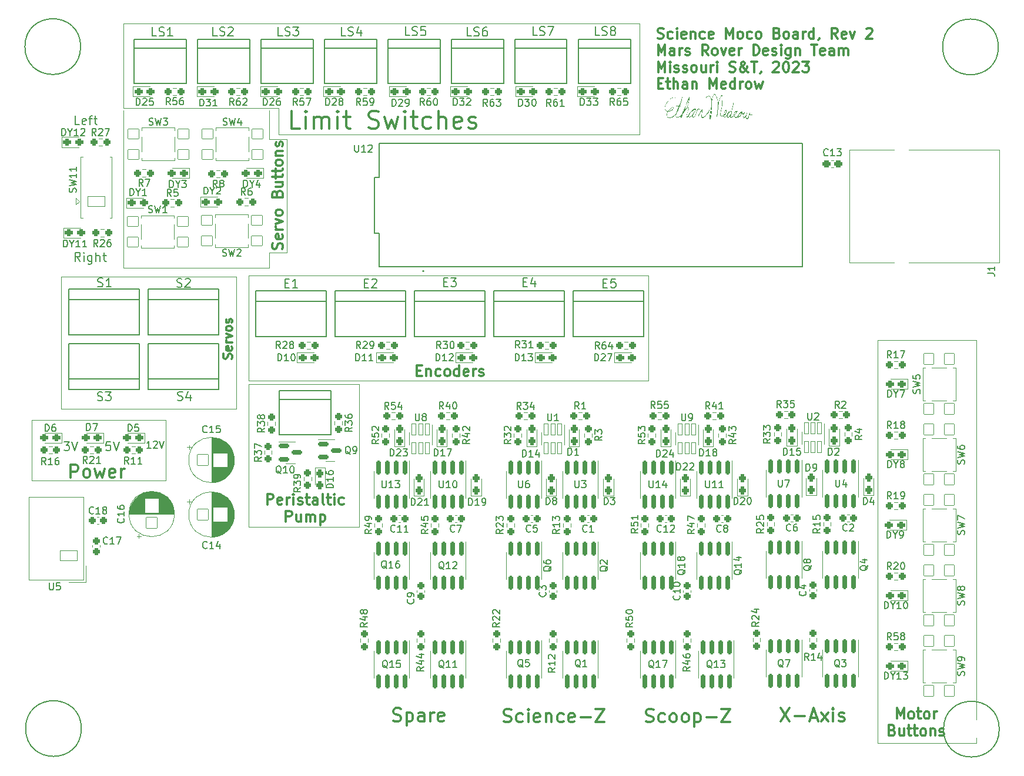
<source format=gto>
G04 #@! TF.GenerationSoftware,KiCad,Pcbnew,(6.0.7)*
G04 #@! TF.CreationDate,2023-03-20T22:10:27-05:00*
G04 #@! TF.ProjectId,ScienceMotorController,53636965-6e63-4654-9d6f-746f72436f6e,rev?*
G04 #@! TF.SameCoordinates,Original*
G04 #@! TF.FileFunction,Legend,Top*
G04 #@! TF.FilePolarity,Positive*
%FSLAX46Y46*%
G04 Gerber Fmt 4.6, Leading zero omitted, Abs format (unit mm)*
G04 Created by KiCad (PCBNEW (6.0.7)) date 2023-03-20 22:10:27*
%MOMM*%
%LPD*%
G01*
G04 APERTURE LIST*
G04 Aperture macros list*
%AMRoundRect*
0 Rectangle with rounded corners*
0 $1 Rounding radius*
0 $2 $3 $4 $5 $6 $7 $8 $9 X,Y pos of 4 corners*
0 Add a 4 corners polygon primitive as box body*
4,1,4,$2,$3,$4,$5,$6,$7,$8,$9,$2,$3,0*
0 Add four circle primitives for the rounded corners*
1,1,$1+$1,$2,$3*
1,1,$1+$1,$4,$5*
1,1,$1+$1,$6,$7*
1,1,$1+$1,$8,$9*
0 Add four rect primitives between the rounded corners*
20,1,$1+$1,$2,$3,$4,$5,0*
20,1,$1+$1,$4,$5,$6,$7,0*
20,1,$1+$1,$6,$7,$8,$9,0*
20,1,$1+$1,$8,$9,$2,$3,0*%
G04 Aperture macros list end*
%ADD10C,0.120000*%
%ADD11C,0.150000*%
%ADD12C,0.299720*%
%ADD13C,0.300000*%
%ADD14C,0.127000*%
%ADD15C,0.200000*%
%ADD16C,1.624000*%
%ADD17RoundRect,0.287500X0.237500X-0.250000X0.237500X0.250000X-0.237500X0.250000X-0.237500X-0.250000X0*%
%ADD18RoundRect,0.287500X-0.237500X0.250000X-0.237500X-0.250000X0.237500X-0.250000X0.237500X0.250000X0*%
%ADD19C,3.046400*%
%ADD20RoundRect,0.287500X-0.250000X-0.237500X0.250000X-0.237500X0.250000X0.237500X-0.250000X0.237500X0*%
%ADD21RoundRect,0.275000X0.225000X0.250000X-0.225000X0.250000X-0.225000X-0.250000X0.225000X-0.250000X0*%
%ADD22RoundRect,0.275000X0.250000X-0.225000X0.250000X0.225000X-0.250000X0.225000X-0.250000X-0.225000X0*%
%ADD23RoundRect,0.287500X0.250000X0.237500X-0.250000X0.237500X-0.250000X-0.237500X0.250000X-0.237500X0*%
%ADD24RoundRect,0.200000X-0.150000X0.825000X-0.150000X-0.825000X0.150000X-0.825000X0.150000X0.825000X0*%
%ADD25RoundRect,0.287500X-0.287500X-0.237500X0.287500X-0.237500X0.287500X0.237500X-0.287500X0.237500X0*%
%ADD26RoundRect,0.287500X0.287500X0.237500X-0.287500X0.237500X-0.287500X-0.237500X0.287500X-0.237500X0*%
%ADD27RoundRect,0.050000X1.250000X-0.750000X1.250000X0.750000X-1.250000X0.750000X-1.250000X-0.750000X0*%
%ADD28O,2.600000X1.600000*%
%ADD29RoundRect,0.275000X-0.225000X-0.250000X0.225000X-0.250000X0.225000X0.250000X-0.225000X0.250000X0*%
%ADD30RoundRect,0.287500X0.237500X-0.287500X0.237500X0.287500X-0.237500X0.287500X-0.237500X-0.287500X0*%
%ADD31RoundRect,0.050000X-0.325000X0.780000X-0.325000X-0.780000X0.325000X-0.780000X0.325000X0.780000X0*%
%ADD32RoundRect,0.200000X-0.587500X-0.150000X0.587500X-0.150000X0.587500X0.150000X-0.587500X0.150000X0*%
%ADD33RoundRect,0.287500X0.300000X0.237500X-0.300000X0.237500X-0.300000X-0.237500X0.300000X-0.237500X0*%
%ADD34RoundRect,0.050000X-0.700000X0.800000X-0.700000X-0.800000X0.700000X-0.800000X0.700000X0.800000X0*%
%ADD35RoundRect,0.050000X-0.800000X-0.800000X0.800000X-0.800000X0.800000X0.800000X-0.800000X0.800000X0*%
%ADD36C,1.700000*%
%ADD37C,1.408000*%
%ADD38C,1.308000*%
%ADD39RoundRect,0.050000X0.800000X0.700000X-0.800000X0.700000X-0.800000X-0.700000X0.800000X-0.700000X0*%
%ADD40O,3.600000X2.300000*%
%ADD41RoundRect,0.050000X0.700000X-0.800000X0.700000X0.800000X-0.700000X0.800000X-0.700000X-0.800000X0*%
%ADD42RoundRect,0.287500X-0.237500X0.287500X-0.237500X-0.287500X0.237500X-0.287500X0.237500X0.287500X0*%
%ADD43RoundRect,0.050000X-0.800000X-0.700000X0.800000X-0.700000X0.800000X0.700000X-0.800000X0.700000X0*%
%ADD44C,1.200000*%
%ADD45C,1.500000*%
%ADD46C,4.100000*%
%ADD47C,2.100000*%
%ADD48RoundRect,0.050000X0.800000X-0.800000X0.800000X0.800000X-0.800000X0.800000X-0.800000X-0.800000X0*%
%ADD49O,5.200000X3.100000*%
G04 APERTURE END LIST*
D10*
X91694000Y-44907200D02*
X91694000Y-67564000D01*
X112649000Y-65405000D02*
X115189000Y-65405000D01*
X165989000Y-48387000D02*
X165989000Y-32385000D01*
X91694000Y-67564000D02*
X112649000Y-67564000D01*
X115189000Y-65405000D02*
X115189000Y-49022000D01*
X114046000Y-48387000D02*
X165989000Y-48387000D01*
X115189000Y-49022000D02*
X112649000Y-49022000D01*
X109753400Y-68707000D02*
X167259000Y-68707000D01*
X167259000Y-68707000D02*
X167259000Y-83820000D01*
X167259000Y-83820000D02*
X109753400Y-83820000D01*
X109753400Y-83820000D02*
X109753400Y-68707000D01*
X112649000Y-49022000D02*
X112649000Y-44907200D01*
X200355200Y-136042400D02*
X214503000Y-136042400D01*
X214503000Y-136042400D02*
X214503000Y-77978000D01*
X214503000Y-77978000D02*
X200355200Y-77978000D01*
X200355200Y-77978000D02*
X200355200Y-136042400D01*
X91694000Y-32385000D02*
X91694000Y-44577000D01*
X82702400Y-68834000D02*
X107950000Y-68834000D01*
X107950000Y-68834000D02*
X107950000Y-87884000D01*
X107950000Y-87884000D02*
X82702400Y-87884000D01*
X82702400Y-87884000D02*
X82702400Y-68834000D01*
X165989000Y-32385000D02*
X91694000Y-32385000D01*
X112649000Y-67564000D02*
X112649000Y-65405000D01*
X114046000Y-48387000D02*
X114046000Y-44577000D01*
X109695950Y-84342000D02*
X125672550Y-84342000D01*
X125672550Y-84342000D02*
X125672550Y-104890600D01*
X125672550Y-104890600D02*
X109695950Y-104890600D01*
X109695950Y-104890600D02*
X109695950Y-84342000D01*
X78486000Y-89484200D02*
X97790000Y-89484200D01*
X97790000Y-89484200D02*
X97790000Y-98272600D01*
X97790000Y-98272600D02*
X78486000Y-98272600D01*
X78486000Y-98272600D02*
X78486000Y-89484200D01*
X114046000Y-44577000D02*
X91694000Y-44577000D01*
D11*
X83106380Y-92649523D02*
X83892571Y-92649523D01*
X83469238Y-93133333D01*
X83650666Y-93133333D01*
X83771619Y-93193809D01*
X83832095Y-93254285D01*
X83892571Y-93375238D01*
X83892571Y-93677619D01*
X83832095Y-93798571D01*
X83771619Y-93859047D01*
X83650666Y-93919523D01*
X83287809Y-93919523D01*
X83166857Y-93859047D01*
X83106380Y-93798571D01*
X84255428Y-92649523D02*
X84678761Y-93919523D01*
X85102095Y-92649523D01*
X132939971Y-34077123D02*
X132335209Y-34077123D01*
X132335209Y-32807123D01*
X133302828Y-34016647D02*
X133484257Y-34077123D01*
X133786638Y-34077123D01*
X133907590Y-34016647D01*
X133968066Y-33956171D01*
X134028542Y-33835219D01*
X134028542Y-33714266D01*
X133968066Y-33593314D01*
X133907590Y-33532838D01*
X133786638Y-33472361D01*
X133544733Y-33411885D01*
X133423780Y-33351409D01*
X133363304Y-33290933D01*
X133302828Y-33169980D01*
X133302828Y-33049028D01*
X133363304Y-32928076D01*
X133423780Y-32867600D01*
X133544733Y-32807123D01*
X133847114Y-32807123D01*
X134028542Y-32867600D01*
X135177590Y-32807123D02*
X134572828Y-32807123D01*
X134512352Y-33411885D01*
X134572828Y-33351409D01*
X134693780Y-33290933D01*
X134996161Y-33290933D01*
X135117114Y-33351409D01*
X135177590Y-33411885D01*
X135238066Y-33532838D01*
X135238066Y-33835219D01*
X135177590Y-33956171D01*
X135117114Y-34016647D01*
X134996161Y-34077123D01*
X134693780Y-34077123D01*
X134572828Y-34016647D01*
X134512352Y-33956171D01*
X160270371Y-34077123D02*
X159665609Y-34077123D01*
X159665609Y-32807123D01*
X160633228Y-34016647D02*
X160814657Y-34077123D01*
X161117038Y-34077123D01*
X161237990Y-34016647D01*
X161298466Y-33956171D01*
X161358942Y-33835219D01*
X161358942Y-33714266D01*
X161298466Y-33593314D01*
X161237990Y-33532838D01*
X161117038Y-33472361D01*
X160875133Y-33411885D01*
X160754180Y-33351409D01*
X160693704Y-33290933D01*
X160633228Y-33169980D01*
X160633228Y-33049028D01*
X160693704Y-32928076D01*
X160754180Y-32867600D01*
X160875133Y-32807123D01*
X161177514Y-32807123D01*
X161358942Y-32867600D01*
X162084657Y-33351409D02*
X161963704Y-33290933D01*
X161903228Y-33230457D01*
X161842752Y-33109504D01*
X161842752Y-33049028D01*
X161903228Y-32928076D01*
X161963704Y-32867600D01*
X162084657Y-32807123D01*
X162326561Y-32807123D01*
X162447514Y-32867600D01*
X162507990Y-32928076D01*
X162568466Y-33049028D01*
X162568466Y-33109504D01*
X162507990Y-33230457D01*
X162447514Y-33290933D01*
X162326561Y-33351409D01*
X162084657Y-33351409D01*
X161963704Y-33411885D01*
X161903228Y-33472361D01*
X161842752Y-33593314D01*
X161842752Y-33835219D01*
X161903228Y-33956171D01*
X161963704Y-34016647D01*
X162084657Y-34077123D01*
X162326561Y-34077123D01*
X162447514Y-34016647D01*
X162507990Y-33956171D01*
X162568466Y-33835219D01*
X162568466Y-33593314D01*
X162507990Y-33472361D01*
X162447514Y-33411885D01*
X162326561Y-33351409D01*
D12*
X133945085Y-82390342D02*
X134453085Y-82390342D01*
X134670800Y-83188628D02*
X133945085Y-83188628D01*
X133945085Y-81664628D01*
X134670800Y-81664628D01*
X135323942Y-82172628D02*
X135323942Y-83188628D01*
X135323942Y-82317771D02*
X135396514Y-82245200D01*
X135541657Y-82172628D01*
X135759371Y-82172628D01*
X135904514Y-82245200D01*
X135977085Y-82390342D01*
X135977085Y-83188628D01*
X137355942Y-83116057D02*
X137210800Y-83188628D01*
X136920514Y-83188628D01*
X136775371Y-83116057D01*
X136702800Y-83043485D01*
X136630228Y-82898342D01*
X136630228Y-82462914D01*
X136702800Y-82317771D01*
X136775371Y-82245200D01*
X136920514Y-82172628D01*
X137210800Y-82172628D01*
X137355942Y-82245200D01*
X138226800Y-83188628D02*
X138081657Y-83116057D01*
X138009085Y-83043485D01*
X137936514Y-82898342D01*
X137936514Y-82462914D01*
X138009085Y-82317771D01*
X138081657Y-82245200D01*
X138226800Y-82172628D01*
X138444514Y-82172628D01*
X138589657Y-82245200D01*
X138662228Y-82317771D01*
X138734800Y-82462914D01*
X138734800Y-82898342D01*
X138662228Y-83043485D01*
X138589657Y-83116057D01*
X138444514Y-83188628D01*
X138226800Y-83188628D01*
X140041085Y-83188628D02*
X140041085Y-81664628D01*
X140041085Y-83116057D02*
X139895942Y-83188628D01*
X139605657Y-83188628D01*
X139460514Y-83116057D01*
X139387942Y-83043485D01*
X139315371Y-82898342D01*
X139315371Y-82462914D01*
X139387942Y-82317771D01*
X139460514Y-82245200D01*
X139605657Y-82172628D01*
X139895942Y-82172628D01*
X140041085Y-82245200D01*
X141347371Y-83116057D02*
X141202228Y-83188628D01*
X140911942Y-83188628D01*
X140766800Y-83116057D01*
X140694228Y-82970914D01*
X140694228Y-82390342D01*
X140766800Y-82245200D01*
X140911942Y-82172628D01*
X141202228Y-82172628D01*
X141347371Y-82245200D01*
X141419942Y-82390342D01*
X141419942Y-82535485D01*
X140694228Y-82680628D01*
X142073085Y-83188628D02*
X142073085Y-82172628D01*
X142073085Y-82462914D02*
X142145657Y-82317771D01*
X142218228Y-82245200D01*
X142363371Y-82172628D01*
X142508514Y-82172628D01*
X142943942Y-83116057D02*
X143089085Y-83188628D01*
X143379371Y-83188628D01*
X143524514Y-83116057D01*
X143597085Y-82970914D01*
X143597085Y-82898342D01*
X143524514Y-82753200D01*
X143379371Y-82680628D01*
X143161657Y-82680628D01*
X143016514Y-82608057D01*
X142943942Y-82462914D01*
X142943942Y-82390342D01*
X143016514Y-82245200D01*
X143161657Y-82172628D01*
X143379371Y-82172628D01*
X143524514Y-82245200D01*
D11*
X123694371Y-34127923D02*
X123089609Y-34127923D01*
X123089609Y-32857923D01*
X124057228Y-34067447D02*
X124238657Y-34127923D01*
X124541038Y-34127923D01*
X124661990Y-34067447D01*
X124722466Y-34006971D01*
X124782942Y-33886019D01*
X124782942Y-33765066D01*
X124722466Y-33644114D01*
X124661990Y-33583638D01*
X124541038Y-33523161D01*
X124299133Y-33462685D01*
X124178180Y-33402209D01*
X124117704Y-33341733D01*
X124057228Y-33220780D01*
X124057228Y-33099828D01*
X124117704Y-32978876D01*
X124178180Y-32918400D01*
X124299133Y-32857923D01*
X124601514Y-32857923D01*
X124782942Y-32918400D01*
X125871514Y-33281257D02*
X125871514Y-34127923D01*
X125569133Y-32797447D02*
X125266752Y-33704590D01*
X126052942Y-33704590D01*
D12*
X117098838Y-47478647D02*
X115889314Y-47478647D01*
X115889314Y-44938647D01*
X117945504Y-47478647D02*
X117945504Y-45785314D01*
X117945504Y-44938647D02*
X117824552Y-45059600D01*
X117945504Y-45180552D01*
X118066457Y-45059600D01*
X117945504Y-44938647D01*
X117945504Y-45180552D01*
X119155028Y-47478647D02*
X119155028Y-45785314D01*
X119155028Y-46027219D02*
X119275980Y-45906266D01*
X119517885Y-45785314D01*
X119880742Y-45785314D01*
X120122647Y-45906266D01*
X120243600Y-46148171D01*
X120243600Y-47478647D01*
X120243600Y-46148171D02*
X120364552Y-45906266D01*
X120606457Y-45785314D01*
X120969314Y-45785314D01*
X121211219Y-45906266D01*
X121332171Y-46148171D01*
X121332171Y-47478647D01*
X122541695Y-47478647D02*
X122541695Y-45785314D01*
X122541695Y-44938647D02*
X122420742Y-45059600D01*
X122541695Y-45180552D01*
X122662647Y-45059600D01*
X122541695Y-44938647D01*
X122541695Y-45180552D01*
X123388361Y-45785314D02*
X124355980Y-45785314D01*
X123751219Y-44938647D02*
X123751219Y-47115790D01*
X123872171Y-47357695D01*
X124114076Y-47478647D01*
X124355980Y-47478647D01*
X127016933Y-47357695D02*
X127379790Y-47478647D01*
X127984552Y-47478647D01*
X128226457Y-47357695D01*
X128347409Y-47236742D01*
X128468361Y-46994838D01*
X128468361Y-46752933D01*
X128347409Y-46511028D01*
X128226457Y-46390076D01*
X127984552Y-46269123D01*
X127500742Y-46148171D01*
X127258838Y-46027219D01*
X127137885Y-45906266D01*
X127016933Y-45664361D01*
X127016933Y-45422457D01*
X127137885Y-45180552D01*
X127258838Y-45059600D01*
X127500742Y-44938647D01*
X128105504Y-44938647D01*
X128468361Y-45059600D01*
X129315028Y-45785314D02*
X129798838Y-47478647D01*
X130282647Y-46269123D01*
X130766457Y-47478647D01*
X131250266Y-45785314D01*
X132217885Y-47478647D02*
X132217885Y-45785314D01*
X132217885Y-44938647D02*
X132096933Y-45059600D01*
X132217885Y-45180552D01*
X132338838Y-45059600D01*
X132217885Y-44938647D01*
X132217885Y-45180552D01*
X133064552Y-45785314D02*
X134032171Y-45785314D01*
X133427409Y-44938647D02*
X133427409Y-47115790D01*
X133548361Y-47357695D01*
X133790266Y-47478647D01*
X134032171Y-47478647D01*
X135967409Y-47357695D02*
X135725504Y-47478647D01*
X135241695Y-47478647D01*
X134999790Y-47357695D01*
X134878838Y-47236742D01*
X134757885Y-46994838D01*
X134757885Y-46269123D01*
X134878838Y-46027219D01*
X134999790Y-45906266D01*
X135241695Y-45785314D01*
X135725504Y-45785314D01*
X135967409Y-45906266D01*
X137055980Y-47478647D02*
X137055980Y-44938647D01*
X138144552Y-47478647D02*
X138144552Y-46148171D01*
X138023600Y-45906266D01*
X137781695Y-45785314D01*
X137418838Y-45785314D01*
X137176933Y-45906266D01*
X137055980Y-46027219D01*
X140321695Y-47357695D02*
X140079790Y-47478647D01*
X139595980Y-47478647D01*
X139354076Y-47357695D01*
X139233123Y-47115790D01*
X139233123Y-46148171D01*
X139354076Y-45906266D01*
X139595980Y-45785314D01*
X140079790Y-45785314D01*
X140321695Y-45906266D01*
X140442647Y-46148171D01*
X140442647Y-46390076D01*
X139233123Y-46631980D01*
X141410266Y-47357695D02*
X141652171Y-47478647D01*
X142135980Y-47478647D01*
X142377885Y-47357695D01*
X142498838Y-47115790D01*
X142498838Y-46994838D01*
X142377885Y-46752933D01*
X142135980Y-46631980D01*
X141773123Y-46631980D01*
X141531219Y-46511028D01*
X141410266Y-46269123D01*
X141410266Y-46148171D01*
X141531219Y-45906266D01*
X141773123Y-45785314D01*
X142135980Y-45785314D01*
X142377885Y-45906266D01*
D11*
X105203171Y-34127923D02*
X104598409Y-34127923D01*
X104598409Y-32857923D01*
X105566028Y-34067447D02*
X105747457Y-34127923D01*
X106049838Y-34127923D01*
X106170790Y-34067447D01*
X106231266Y-34006971D01*
X106291742Y-33886019D01*
X106291742Y-33765066D01*
X106231266Y-33644114D01*
X106170790Y-33583638D01*
X106049838Y-33523161D01*
X105807933Y-33462685D01*
X105686980Y-33402209D01*
X105626504Y-33341733D01*
X105566028Y-33220780D01*
X105566028Y-33099828D01*
X105626504Y-32978876D01*
X105686980Y-32918400D01*
X105807933Y-32857923D01*
X106110314Y-32857923D01*
X106291742Y-32918400D01*
X106775552Y-32978876D02*
X106836028Y-32918400D01*
X106956980Y-32857923D01*
X107259361Y-32857923D01*
X107380314Y-32918400D01*
X107440790Y-32978876D01*
X107501266Y-33099828D01*
X107501266Y-33220780D01*
X107440790Y-33402209D01*
X106715076Y-34127923D01*
X107501266Y-34127923D01*
X85374195Y-46910723D02*
X84769433Y-46910723D01*
X84769433Y-45640723D01*
X86281338Y-46850247D02*
X86160385Y-46910723D01*
X85918480Y-46910723D01*
X85797528Y-46850247D01*
X85737052Y-46729295D01*
X85737052Y-46245485D01*
X85797528Y-46124533D01*
X85918480Y-46064057D01*
X86160385Y-46064057D01*
X86281338Y-46124533D01*
X86341814Y-46245485D01*
X86341814Y-46366438D01*
X85737052Y-46487390D01*
X86704671Y-46064057D02*
X87188480Y-46064057D01*
X86886100Y-46910723D02*
X86886100Y-45822152D01*
X86946576Y-45701200D01*
X87067528Y-45640723D01*
X87188480Y-45640723D01*
X87430385Y-46064057D02*
X87914195Y-46064057D01*
X87611814Y-45640723D02*
X87611814Y-46729295D01*
X87672290Y-46850247D01*
X87793242Y-46910723D01*
X87914195Y-46910723D01*
D12*
X84093957Y-97838985D02*
X84093957Y-95933985D01*
X84819671Y-95933985D01*
X85001100Y-96024700D01*
X85091814Y-96115414D01*
X85182528Y-96296842D01*
X85182528Y-96568985D01*
X85091814Y-96750414D01*
X85001100Y-96841128D01*
X84819671Y-96931842D01*
X84093957Y-96931842D01*
X86271100Y-97838985D02*
X86089671Y-97748271D01*
X85998957Y-97657557D01*
X85908242Y-97476128D01*
X85908242Y-96931842D01*
X85998957Y-96750414D01*
X86089671Y-96659700D01*
X86271100Y-96568985D01*
X86543242Y-96568985D01*
X86724671Y-96659700D01*
X86815385Y-96750414D01*
X86906100Y-96931842D01*
X86906100Y-97476128D01*
X86815385Y-97657557D01*
X86724671Y-97748271D01*
X86543242Y-97838985D01*
X86271100Y-97838985D01*
X87541100Y-96568985D02*
X87903957Y-97838985D01*
X88266814Y-96931842D01*
X88629671Y-97838985D01*
X88992528Y-96568985D01*
X90443957Y-97748271D02*
X90262528Y-97838985D01*
X89899671Y-97838985D01*
X89718242Y-97748271D01*
X89627528Y-97566842D01*
X89627528Y-96841128D01*
X89718242Y-96659700D01*
X89899671Y-96568985D01*
X90262528Y-96568985D01*
X90443957Y-96659700D01*
X90534671Y-96841128D01*
X90534671Y-97022557D01*
X89627528Y-97203985D01*
X91351100Y-97838985D02*
X91351100Y-96568985D01*
X91351100Y-96931842D02*
X91441814Y-96750414D01*
X91532528Y-96659700D01*
X91713957Y-96568985D01*
X91895385Y-96568985D01*
X146458214Y-132978071D02*
X146730357Y-133068785D01*
X147183928Y-133068785D01*
X147365357Y-132978071D01*
X147456071Y-132887357D01*
X147546785Y-132705928D01*
X147546785Y-132524500D01*
X147456071Y-132343071D01*
X147365357Y-132252357D01*
X147183928Y-132161642D01*
X146821071Y-132070928D01*
X146639642Y-131980214D01*
X146548928Y-131889500D01*
X146458214Y-131708071D01*
X146458214Y-131526642D01*
X146548928Y-131345214D01*
X146639642Y-131254500D01*
X146821071Y-131163785D01*
X147274642Y-131163785D01*
X147546785Y-131254500D01*
X149179642Y-132978071D02*
X148998214Y-133068785D01*
X148635357Y-133068785D01*
X148453928Y-132978071D01*
X148363214Y-132887357D01*
X148272500Y-132705928D01*
X148272500Y-132161642D01*
X148363214Y-131980214D01*
X148453928Y-131889500D01*
X148635357Y-131798785D01*
X148998214Y-131798785D01*
X149179642Y-131889500D01*
X149996071Y-133068785D02*
X149996071Y-131798785D01*
X149996071Y-131163785D02*
X149905357Y-131254500D01*
X149996071Y-131345214D01*
X150086785Y-131254500D01*
X149996071Y-131163785D01*
X149996071Y-131345214D01*
X151628928Y-132978071D02*
X151447500Y-133068785D01*
X151084642Y-133068785D01*
X150903214Y-132978071D01*
X150812500Y-132796642D01*
X150812500Y-132070928D01*
X150903214Y-131889500D01*
X151084642Y-131798785D01*
X151447500Y-131798785D01*
X151628928Y-131889500D01*
X151719642Y-132070928D01*
X151719642Y-132252357D01*
X150812500Y-132433785D01*
X152536071Y-131798785D02*
X152536071Y-133068785D01*
X152536071Y-131980214D02*
X152626785Y-131889500D01*
X152808214Y-131798785D01*
X153080357Y-131798785D01*
X153261785Y-131889500D01*
X153352500Y-132070928D01*
X153352500Y-133068785D01*
X155076071Y-132978071D02*
X154894642Y-133068785D01*
X154531785Y-133068785D01*
X154350357Y-132978071D01*
X154259642Y-132887357D01*
X154168928Y-132705928D01*
X154168928Y-132161642D01*
X154259642Y-131980214D01*
X154350357Y-131889500D01*
X154531785Y-131798785D01*
X154894642Y-131798785D01*
X155076071Y-131889500D01*
X156618214Y-132978071D02*
X156436785Y-133068785D01*
X156073928Y-133068785D01*
X155892500Y-132978071D01*
X155801785Y-132796642D01*
X155801785Y-132070928D01*
X155892500Y-131889500D01*
X156073928Y-131798785D01*
X156436785Y-131798785D01*
X156618214Y-131889500D01*
X156708928Y-132070928D01*
X156708928Y-132252357D01*
X155801785Y-132433785D01*
X157525357Y-132343071D02*
X158976785Y-132343071D01*
X159702500Y-131163785D02*
X160972500Y-131163785D01*
X159702500Y-133068785D01*
X160972500Y-133068785D01*
D11*
X99489380Y-86620047D02*
X99670809Y-86680523D01*
X99973190Y-86680523D01*
X100094142Y-86620047D01*
X100154619Y-86559571D01*
X100215095Y-86438619D01*
X100215095Y-86317666D01*
X100154619Y-86196714D01*
X100094142Y-86136238D01*
X99973190Y-86075761D01*
X99731285Y-86015285D01*
X99610333Y-85954809D01*
X99549857Y-85894333D01*
X99489380Y-85773380D01*
X99489380Y-85652428D01*
X99549857Y-85531476D01*
X99610333Y-85471000D01*
X99731285Y-85410523D01*
X100033666Y-85410523D01*
X100215095Y-85471000D01*
X101303666Y-85833857D02*
X101303666Y-86680523D01*
X101001285Y-85350047D02*
X100698904Y-86257190D01*
X101485095Y-86257190D01*
D12*
X186381571Y-131036785D02*
X187651571Y-132941785D01*
X187651571Y-131036785D02*
X186381571Y-132941785D01*
X188377285Y-132216071D02*
X189828714Y-132216071D01*
X190645142Y-132397500D02*
X191552285Y-132397500D01*
X190463714Y-132941785D02*
X191098714Y-131036785D01*
X191733714Y-132941785D01*
X192187285Y-132941785D02*
X193185142Y-131671785D01*
X192187285Y-131671785D02*
X193185142Y-132941785D01*
X193910857Y-132941785D02*
X193910857Y-131671785D01*
X193910857Y-131036785D02*
X193820142Y-131127500D01*
X193910857Y-131218214D01*
X194001571Y-131127500D01*
X193910857Y-131036785D01*
X193910857Y-131218214D01*
X194727285Y-132851071D02*
X194908714Y-132941785D01*
X195271571Y-132941785D01*
X195453000Y-132851071D01*
X195543714Y-132669642D01*
X195543714Y-132578928D01*
X195453000Y-132397500D01*
X195271571Y-132306785D01*
X194999428Y-132306785D01*
X194818000Y-132216071D01*
X194727285Y-132034642D01*
X194727285Y-131943928D01*
X194818000Y-131762500D01*
X194999428Y-131671785D01*
X195271571Y-131671785D01*
X195453000Y-131762500D01*
D11*
X87957780Y-86670847D02*
X88139209Y-86731323D01*
X88441590Y-86731323D01*
X88562542Y-86670847D01*
X88623019Y-86610371D01*
X88683495Y-86489419D01*
X88683495Y-86368466D01*
X88623019Y-86247514D01*
X88562542Y-86187038D01*
X88441590Y-86126561D01*
X88199685Y-86066085D01*
X88078733Y-86005609D01*
X88018257Y-85945133D01*
X87957780Y-85824180D01*
X87957780Y-85703228D01*
X88018257Y-85582276D01*
X88078733Y-85521800D01*
X88199685Y-85461323D01*
X88502066Y-85461323D01*
X88683495Y-85521800D01*
X89106828Y-85461323D02*
X89893019Y-85461323D01*
X89469685Y-85945133D01*
X89651114Y-85945133D01*
X89772066Y-86005609D01*
X89832542Y-86066085D01*
X89893019Y-86187038D01*
X89893019Y-86489419D01*
X89832542Y-86610371D01*
X89772066Y-86670847D01*
X89651114Y-86731323D01*
X89288257Y-86731323D01*
X89167304Y-86670847D01*
X89106828Y-86610371D01*
X96465571Y-34178723D02*
X95860809Y-34178723D01*
X95860809Y-32908723D01*
X96828428Y-34118247D02*
X97009857Y-34178723D01*
X97312238Y-34178723D01*
X97433190Y-34118247D01*
X97493666Y-34057771D01*
X97554142Y-33936819D01*
X97554142Y-33815866D01*
X97493666Y-33694914D01*
X97433190Y-33634438D01*
X97312238Y-33573961D01*
X97070333Y-33513485D01*
X96949380Y-33453009D01*
X96888904Y-33392533D01*
X96828428Y-33271580D01*
X96828428Y-33150628D01*
X96888904Y-33029676D01*
X96949380Y-32969200D01*
X97070333Y-32908723D01*
X97372714Y-32908723D01*
X97554142Y-32969200D01*
X98763666Y-34178723D02*
X98037952Y-34178723D01*
X98400809Y-34178723D02*
X98400809Y-32908723D01*
X98279857Y-33090152D01*
X98158904Y-33211104D01*
X98037952Y-33271580D01*
D12*
X130565071Y-132851071D02*
X130837214Y-132941785D01*
X131290785Y-132941785D01*
X131472214Y-132851071D01*
X131562928Y-132760357D01*
X131653642Y-132578928D01*
X131653642Y-132397500D01*
X131562928Y-132216071D01*
X131472214Y-132125357D01*
X131290785Y-132034642D01*
X130927928Y-131943928D01*
X130746500Y-131853214D01*
X130655785Y-131762500D01*
X130565071Y-131581071D01*
X130565071Y-131399642D01*
X130655785Y-131218214D01*
X130746500Y-131127500D01*
X130927928Y-131036785D01*
X131381500Y-131036785D01*
X131653642Y-131127500D01*
X132470071Y-131671785D02*
X132470071Y-133576785D01*
X132470071Y-131762500D02*
X132651500Y-131671785D01*
X133014357Y-131671785D01*
X133195785Y-131762500D01*
X133286500Y-131853214D01*
X133377214Y-132034642D01*
X133377214Y-132578928D01*
X133286500Y-132760357D01*
X133195785Y-132851071D01*
X133014357Y-132941785D01*
X132651500Y-132941785D01*
X132470071Y-132851071D01*
X135010071Y-132941785D02*
X135010071Y-131943928D01*
X134919357Y-131762500D01*
X134737928Y-131671785D01*
X134375071Y-131671785D01*
X134193642Y-131762500D01*
X135010071Y-132851071D02*
X134828642Y-132941785D01*
X134375071Y-132941785D01*
X134193642Y-132851071D01*
X134102928Y-132669642D01*
X134102928Y-132488214D01*
X134193642Y-132306785D01*
X134375071Y-132216071D01*
X134828642Y-132216071D01*
X135010071Y-132125357D01*
X135917214Y-132941785D02*
X135917214Y-131671785D01*
X135917214Y-132034642D02*
X136007928Y-131853214D01*
X136098642Y-131762500D01*
X136280071Y-131671785D01*
X136461500Y-131671785D01*
X137822214Y-132851071D02*
X137640785Y-132941785D01*
X137277928Y-132941785D01*
X137096500Y-132851071D01*
X137005785Y-132669642D01*
X137005785Y-131943928D01*
X137096500Y-131762500D01*
X137277928Y-131671785D01*
X137640785Y-131671785D01*
X137822214Y-131762500D01*
X137912928Y-131943928D01*
X137912928Y-132125357D01*
X137005785Y-132306785D01*
D11*
X149237095Y-69632285D02*
X149660428Y-69632285D01*
X149841857Y-70297523D02*
X149237095Y-70297523D01*
X149237095Y-69027523D01*
X149841857Y-69027523D01*
X150930428Y-69450857D02*
X150930428Y-70297523D01*
X150628047Y-68967047D02*
X150325666Y-69874190D01*
X151111857Y-69874190D01*
X126377095Y-69759285D02*
X126800428Y-69759285D01*
X126981857Y-70424523D02*
X126377095Y-70424523D01*
X126377095Y-69154523D01*
X126981857Y-69154523D01*
X127465666Y-69275476D02*
X127526142Y-69215000D01*
X127647095Y-69154523D01*
X127949476Y-69154523D01*
X128070428Y-69215000D01*
X128130904Y-69275476D01*
X128191380Y-69396428D01*
X128191380Y-69517380D01*
X128130904Y-69698809D01*
X127405190Y-70424523D01*
X128191380Y-70424523D01*
X151278771Y-34077123D02*
X150674009Y-34077123D01*
X150674009Y-32807123D01*
X151641628Y-34016647D02*
X151823057Y-34077123D01*
X152125438Y-34077123D01*
X152246390Y-34016647D01*
X152306866Y-33956171D01*
X152367342Y-33835219D01*
X152367342Y-33714266D01*
X152306866Y-33593314D01*
X152246390Y-33532838D01*
X152125438Y-33472361D01*
X151883533Y-33411885D01*
X151762580Y-33351409D01*
X151702104Y-33290933D01*
X151641628Y-33169980D01*
X151641628Y-33049028D01*
X151702104Y-32928076D01*
X151762580Y-32867600D01*
X151883533Y-32807123D01*
X152185914Y-32807123D01*
X152367342Y-32867600D01*
X152790676Y-32807123D02*
X153637342Y-32807123D01*
X153093057Y-34077123D01*
X137807095Y-69632285D02*
X138230428Y-69632285D01*
X138411857Y-70297523D02*
X137807095Y-70297523D01*
X137807095Y-69027523D01*
X138411857Y-69027523D01*
X138835190Y-69027523D02*
X139621380Y-69027523D01*
X139198047Y-69511333D01*
X139379476Y-69511333D01*
X139500428Y-69571809D01*
X139560904Y-69632285D01*
X139621380Y-69753238D01*
X139621380Y-70055619D01*
X139560904Y-70176571D01*
X139500428Y-70237047D01*
X139379476Y-70297523D01*
X139016619Y-70297523D01*
X138895666Y-70237047D01*
X138835190Y-70176571D01*
X95646952Y-93543380D02*
X95075523Y-93543380D01*
X95361238Y-93543380D02*
X95361238Y-92543380D01*
X95266000Y-92686238D01*
X95170761Y-92781476D01*
X95075523Y-92829095D01*
X96027904Y-92638619D02*
X96075523Y-92591000D01*
X96170761Y-92543380D01*
X96408857Y-92543380D01*
X96504095Y-92591000D01*
X96551714Y-92638619D01*
X96599333Y-92733857D01*
X96599333Y-92829095D01*
X96551714Y-92971952D01*
X95980285Y-93543380D01*
X96599333Y-93543380D01*
X96885047Y-92543380D02*
X97218380Y-93543380D01*
X97551714Y-92543380D01*
D13*
X168628714Y-34449642D02*
X168843000Y-34521071D01*
X169200142Y-34521071D01*
X169343000Y-34449642D01*
X169414428Y-34378214D01*
X169485857Y-34235357D01*
X169485857Y-34092500D01*
X169414428Y-33949642D01*
X169343000Y-33878214D01*
X169200142Y-33806785D01*
X168914428Y-33735357D01*
X168771571Y-33663928D01*
X168700142Y-33592500D01*
X168628714Y-33449642D01*
X168628714Y-33306785D01*
X168700142Y-33163928D01*
X168771571Y-33092500D01*
X168914428Y-33021071D01*
X169271571Y-33021071D01*
X169485857Y-33092500D01*
X170771571Y-34449642D02*
X170628714Y-34521071D01*
X170343000Y-34521071D01*
X170200142Y-34449642D01*
X170128714Y-34378214D01*
X170057285Y-34235357D01*
X170057285Y-33806785D01*
X170128714Y-33663928D01*
X170200142Y-33592500D01*
X170343000Y-33521071D01*
X170628714Y-33521071D01*
X170771571Y-33592500D01*
X171414428Y-34521071D02*
X171414428Y-33521071D01*
X171414428Y-33021071D02*
X171343000Y-33092500D01*
X171414428Y-33163928D01*
X171485857Y-33092500D01*
X171414428Y-33021071D01*
X171414428Y-33163928D01*
X172700142Y-34449642D02*
X172557285Y-34521071D01*
X172271571Y-34521071D01*
X172128714Y-34449642D01*
X172057285Y-34306785D01*
X172057285Y-33735357D01*
X172128714Y-33592500D01*
X172271571Y-33521071D01*
X172557285Y-33521071D01*
X172700142Y-33592500D01*
X172771571Y-33735357D01*
X172771571Y-33878214D01*
X172057285Y-34021071D01*
X173414428Y-33521071D02*
X173414428Y-34521071D01*
X173414428Y-33663928D02*
X173485857Y-33592500D01*
X173628714Y-33521071D01*
X173843000Y-33521071D01*
X173985857Y-33592500D01*
X174057285Y-33735357D01*
X174057285Y-34521071D01*
X175414428Y-34449642D02*
X175271571Y-34521071D01*
X174985857Y-34521071D01*
X174843000Y-34449642D01*
X174771571Y-34378214D01*
X174700142Y-34235357D01*
X174700142Y-33806785D01*
X174771571Y-33663928D01*
X174843000Y-33592500D01*
X174985857Y-33521071D01*
X175271571Y-33521071D01*
X175414428Y-33592500D01*
X176628714Y-34449642D02*
X176485857Y-34521071D01*
X176200142Y-34521071D01*
X176057285Y-34449642D01*
X175985857Y-34306785D01*
X175985857Y-33735357D01*
X176057285Y-33592500D01*
X176200142Y-33521071D01*
X176485857Y-33521071D01*
X176628714Y-33592500D01*
X176700142Y-33735357D01*
X176700142Y-33878214D01*
X175985857Y-34021071D01*
X178485857Y-34521071D02*
X178485857Y-33021071D01*
X178985857Y-34092500D01*
X179485857Y-33021071D01*
X179485857Y-34521071D01*
X180414428Y-34521071D02*
X180271571Y-34449642D01*
X180200142Y-34378214D01*
X180128714Y-34235357D01*
X180128714Y-33806785D01*
X180200142Y-33663928D01*
X180271571Y-33592500D01*
X180414428Y-33521071D01*
X180628714Y-33521071D01*
X180771571Y-33592500D01*
X180843000Y-33663928D01*
X180914428Y-33806785D01*
X180914428Y-34235357D01*
X180843000Y-34378214D01*
X180771571Y-34449642D01*
X180628714Y-34521071D01*
X180414428Y-34521071D01*
X182200142Y-34449642D02*
X182057285Y-34521071D01*
X181771571Y-34521071D01*
X181628714Y-34449642D01*
X181557285Y-34378214D01*
X181485857Y-34235357D01*
X181485857Y-33806785D01*
X181557285Y-33663928D01*
X181628714Y-33592500D01*
X181771571Y-33521071D01*
X182057285Y-33521071D01*
X182200142Y-33592500D01*
X183057285Y-34521071D02*
X182914428Y-34449642D01*
X182843000Y-34378214D01*
X182771571Y-34235357D01*
X182771571Y-33806785D01*
X182843000Y-33663928D01*
X182914428Y-33592500D01*
X183057285Y-33521071D01*
X183271571Y-33521071D01*
X183414428Y-33592500D01*
X183485857Y-33663928D01*
X183557285Y-33806785D01*
X183557285Y-34235357D01*
X183485857Y-34378214D01*
X183414428Y-34449642D01*
X183271571Y-34521071D01*
X183057285Y-34521071D01*
X185843000Y-33735357D02*
X186057285Y-33806785D01*
X186128714Y-33878214D01*
X186200142Y-34021071D01*
X186200142Y-34235357D01*
X186128714Y-34378214D01*
X186057285Y-34449642D01*
X185914428Y-34521071D01*
X185343000Y-34521071D01*
X185343000Y-33021071D01*
X185843000Y-33021071D01*
X185985857Y-33092500D01*
X186057285Y-33163928D01*
X186128714Y-33306785D01*
X186128714Y-33449642D01*
X186057285Y-33592500D01*
X185985857Y-33663928D01*
X185843000Y-33735357D01*
X185343000Y-33735357D01*
X187057285Y-34521071D02*
X186914428Y-34449642D01*
X186843000Y-34378214D01*
X186771571Y-34235357D01*
X186771571Y-33806785D01*
X186843000Y-33663928D01*
X186914428Y-33592500D01*
X187057285Y-33521071D01*
X187271571Y-33521071D01*
X187414428Y-33592500D01*
X187485857Y-33663928D01*
X187557285Y-33806785D01*
X187557285Y-34235357D01*
X187485857Y-34378214D01*
X187414428Y-34449642D01*
X187271571Y-34521071D01*
X187057285Y-34521071D01*
X188843000Y-34521071D02*
X188843000Y-33735357D01*
X188771571Y-33592500D01*
X188628714Y-33521071D01*
X188343000Y-33521071D01*
X188200142Y-33592500D01*
X188843000Y-34449642D02*
X188700142Y-34521071D01*
X188343000Y-34521071D01*
X188200142Y-34449642D01*
X188128714Y-34306785D01*
X188128714Y-34163928D01*
X188200142Y-34021071D01*
X188343000Y-33949642D01*
X188700142Y-33949642D01*
X188843000Y-33878214D01*
X189557285Y-34521071D02*
X189557285Y-33521071D01*
X189557285Y-33806785D02*
X189628714Y-33663928D01*
X189700142Y-33592500D01*
X189843000Y-33521071D01*
X189985857Y-33521071D01*
X191128714Y-34521071D02*
X191128714Y-33021071D01*
X191128714Y-34449642D02*
X190985857Y-34521071D01*
X190700142Y-34521071D01*
X190557285Y-34449642D01*
X190485857Y-34378214D01*
X190414428Y-34235357D01*
X190414428Y-33806785D01*
X190485857Y-33663928D01*
X190557285Y-33592500D01*
X190700142Y-33521071D01*
X190985857Y-33521071D01*
X191128714Y-33592500D01*
X191914428Y-34449642D02*
X191914428Y-34521071D01*
X191843000Y-34663928D01*
X191771571Y-34735357D01*
X194557285Y-34521071D02*
X194057285Y-33806785D01*
X193700142Y-34521071D02*
X193700142Y-33021071D01*
X194271571Y-33021071D01*
X194414428Y-33092500D01*
X194485857Y-33163928D01*
X194557285Y-33306785D01*
X194557285Y-33521071D01*
X194485857Y-33663928D01*
X194414428Y-33735357D01*
X194271571Y-33806785D01*
X193700142Y-33806785D01*
X195771571Y-34449642D02*
X195628714Y-34521071D01*
X195343000Y-34521071D01*
X195200142Y-34449642D01*
X195128714Y-34306785D01*
X195128714Y-33735357D01*
X195200142Y-33592500D01*
X195343000Y-33521071D01*
X195628714Y-33521071D01*
X195771571Y-33592500D01*
X195843000Y-33735357D01*
X195843000Y-33878214D01*
X195128714Y-34021071D01*
X196343000Y-33521071D02*
X196700142Y-34521071D01*
X197057285Y-33521071D01*
X198700142Y-33163928D02*
X198771571Y-33092500D01*
X198914428Y-33021071D01*
X199271571Y-33021071D01*
X199414428Y-33092500D01*
X199485857Y-33163928D01*
X199557285Y-33306785D01*
X199557285Y-33449642D01*
X199485857Y-33663928D01*
X198628714Y-34521071D01*
X199557285Y-34521071D01*
X168700142Y-36936071D02*
X168700142Y-35436071D01*
X169200142Y-36507500D01*
X169700142Y-35436071D01*
X169700142Y-36936071D01*
X171057285Y-36936071D02*
X171057285Y-36150357D01*
X170985857Y-36007500D01*
X170843000Y-35936071D01*
X170557285Y-35936071D01*
X170414428Y-36007500D01*
X171057285Y-36864642D02*
X170914428Y-36936071D01*
X170557285Y-36936071D01*
X170414428Y-36864642D01*
X170343000Y-36721785D01*
X170343000Y-36578928D01*
X170414428Y-36436071D01*
X170557285Y-36364642D01*
X170914428Y-36364642D01*
X171057285Y-36293214D01*
X171771571Y-36936071D02*
X171771571Y-35936071D01*
X171771571Y-36221785D02*
X171843000Y-36078928D01*
X171914428Y-36007500D01*
X172057285Y-35936071D01*
X172200142Y-35936071D01*
X172628714Y-36864642D02*
X172771571Y-36936071D01*
X173057285Y-36936071D01*
X173200142Y-36864642D01*
X173271571Y-36721785D01*
X173271571Y-36650357D01*
X173200142Y-36507500D01*
X173057285Y-36436071D01*
X172843000Y-36436071D01*
X172700142Y-36364642D01*
X172628714Y-36221785D01*
X172628714Y-36150357D01*
X172700142Y-36007500D01*
X172843000Y-35936071D01*
X173057285Y-35936071D01*
X173200142Y-36007500D01*
X175914428Y-36936071D02*
X175414428Y-36221785D01*
X175057285Y-36936071D02*
X175057285Y-35436071D01*
X175628714Y-35436071D01*
X175771571Y-35507500D01*
X175843000Y-35578928D01*
X175914428Y-35721785D01*
X175914428Y-35936071D01*
X175843000Y-36078928D01*
X175771571Y-36150357D01*
X175628714Y-36221785D01*
X175057285Y-36221785D01*
X176771571Y-36936071D02*
X176628714Y-36864642D01*
X176557285Y-36793214D01*
X176485857Y-36650357D01*
X176485857Y-36221785D01*
X176557285Y-36078928D01*
X176628714Y-36007500D01*
X176771571Y-35936071D01*
X176985857Y-35936071D01*
X177128714Y-36007500D01*
X177200142Y-36078928D01*
X177271571Y-36221785D01*
X177271571Y-36650357D01*
X177200142Y-36793214D01*
X177128714Y-36864642D01*
X176985857Y-36936071D01*
X176771571Y-36936071D01*
X177771571Y-35936071D02*
X178128714Y-36936071D01*
X178485857Y-35936071D01*
X179628714Y-36864642D02*
X179485857Y-36936071D01*
X179200142Y-36936071D01*
X179057285Y-36864642D01*
X178985857Y-36721785D01*
X178985857Y-36150357D01*
X179057285Y-36007500D01*
X179200142Y-35936071D01*
X179485857Y-35936071D01*
X179628714Y-36007500D01*
X179700142Y-36150357D01*
X179700142Y-36293214D01*
X178985857Y-36436071D01*
X180343000Y-36936071D02*
X180343000Y-35936071D01*
X180343000Y-36221785D02*
X180414428Y-36078928D01*
X180485857Y-36007500D01*
X180628714Y-35936071D01*
X180771571Y-35936071D01*
X182414428Y-36936071D02*
X182414428Y-35436071D01*
X182771571Y-35436071D01*
X182985857Y-35507500D01*
X183128714Y-35650357D01*
X183200142Y-35793214D01*
X183271571Y-36078928D01*
X183271571Y-36293214D01*
X183200142Y-36578928D01*
X183128714Y-36721785D01*
X182985857Y-36864642D01*
X182771571Y-36936071D01*
X182414428Y-36936071D01*
X184485857Y-36864642D02*
X184343000Y-36936071D01*
X184057285Y-36936071D01*
X183914428Y-36864642D01*
X183843000Y-36721785D01*
X183843000Y-36150357D01*
X183914428Y-36007500D01*
X184057285Y-35936071D01*
X184343000Y-35936071D01*
X184485857Y-36007500D01*
X184557285Y-36150357D01*
X184557285Y-36293214D01*
X183843000Y-36436071D01*
X185128714Y-36864642D02*
X185271571Y-36936071D01*
X185557285Y-36936071D01*
X185700142Y-36864642D01*
X185771571Y-36721785D01*
X185771571Y-36650357D01*
X185700142Y-36507500D01*
X185557285Y-36436071D01*
X185343000Y-36436071D01*
X185200142Y-36364642D01*
X185128714Y-36221785D01*
X185128714Y-36150357D01*
X185200142Y-36007500D01*
X185343000Y-35936071D01*
X185557285Y-35936071D01*
X185700142Y-36007500D01*
X186414428Y-36936071D02*
X186414428Y-35936071D01*
X186414428Y-35436071D02*
X186343000Y-35507500D01*
X186414428Y-35578928D01*
X186485857Y-35507500D01*
X186414428Y-35436071D01*
X186414428Y-35578928D01*
X187771571Y-35936071D02*
X187771571Y-37150357D01*
X187700142Y-37293214D01*
X187628714Y-37364642D01*
X187485857Y-37436071D01*
X187271571Y-37436071D01*
X187128714Y-37364642D01*
X187771571Y-36864642D02*
X187628714Y-36936071D01*
X187343000Y-36936071D01*
X187200142Y-36864642D01*
X187128714Y-36793214D01*
X187057285Y-36650357D01*
X187057285Y-36221785D01*
X187128714Y-36078928D01*
X187200142Y-36007500D01*
X187343000Y-35936071D01*
X187628714Y-35936071D01*
X187771571Y-36007500D01*
X188485857Y-35936071D02*
X188485857Y-36936071D01*
X188485857Y-36078928D02*
X188557285Y-36007500D01*
X188700142Y-35936071D01*
X188914428Y-35936071D01*
X189057285Y-36007500D01*
X189128714Y-36150357D01*
X189128714Y-36936071D01*
X190771571Y-35436071D02*
X191628714Y-35436071D01*
X191200142Y-36936071D02*
X191200142Y-35436071D01*
X192700142Y-36864642D02*
X192557285Y-36936071D01*
X192271571Y-36936071D01*
X192128714Y-36864642D01*
X192057285Y-36721785D01*
X192057285Y-36150357D01*
X192128714Y-36007500D01*
X192271571Y-35936071D01*
X192557285Y-35936071D01*
X192700142Y-36007500D01*
X192771571Y-36150357D01*
X192771571Y-36293214D01*
X192057285Y-36436071D01*
X194057285Y-36936071D02*
X194057285Y-36150357D01*
X193985857Y-36007500D01*
X193843000Y-35936071D01*
X193557285Y-35936071D01*
X193414428Y-36007500D01*
X194057285Y-36864642D02*
X193914428Y-36936071D01*
X193557285Y-36936071D01*
X193414428Y-36864642D01*
X193343000Y-36721785D01*
X193343000Y-36578928D01*
X193414428Y-36436071D01*
X193557285Y-36364642D01*
X193914428Y-36364642D01*
X194057285Y-36293214D01*
X194771571Y-36936071D02*
X194771571Y-35936071D01*
X194771571Y-36078928D02*
X194843000Y-36007500D01*
X194985857Y-35936071D01*
X195200142Y-35936071D01*
X195343000Y-36007500D01*
X195414428Y-36150357D01*
X195414428Y-36936071D01*
X195414428Y-36150357D02*
X195485857Y-36007500D01*
X195628714Y-35936071D01*
X195843000Y-35936071D01*
X195985857Y-36007500D01*
X196057285Y-36150357D01*
X196057285Y-36936071D01*
X168700142Y-39351071D02*
X168700142Y-37851071D01*
X169200142Y-38922500D01*
X169700142Y-37851071D01*
X169700142Y-39351071D01*
X170414428Y-39351071D02*
X170414428Y-38351071D01*
X170414428Y-37851071D02*
X170343000Y-37922500D01*
X170414428Y-37993928D01*
X170485857Y-37922500D01*
X170414428Y-37851071D01*
X170414428Y-37993928D01*
X171057285Y-39279642D02*
X171200142Y-39351071D01*
X171485857Y-39351071D01*
X171628714Y-39279642D01*
X171700142Y-39136785D01*
X171700142Y-39065357D01*
X171628714Y-38922500D01*
X171485857Y-38851071D01*
X171271571Y-38851071D01*
X171128714Y-38779642D01*
X171057285Y-38636785D01*
X171057285Y-38565357D01*
X171128714Y-38422500D01*
X171271571Y-38351071D01*
X171485857Y-38351071D01*
X171628714Y-38422500D01*
X172271571Y-39279642D02*
X172414428Y-39351071D01*
X172700142Y-39351071D01*
X172843000Y-39279642D01*
X172914428Y-39136785D01*
X172914428Y-39065357D01*
X172843000Y-38922500D01*
X172700142Y-38851071D01*
X172485857Y-38851071D01*
X172343000Y-38779642D01*
X172271571Y-38636785D01*
X172271571Y-38565357D01*
X172343000Y-38422500D01*
X172485857Y-38351071D01*
X172700142Y-38351071D01*
X172843000Y-38422500D01*
X173771571Y-39351071D02*
X173628714Y-39279642D01*
X173557285Y-39208214D01*
X173485857Y-39065357D01*
X173485857Y-38636785D01*
X173557285Y-38493928D01*
X173628714Y-38422500D01*
X173771571Y-38351071D01*
X173985857Y-38351071D01*
X174128714Y-38422500D01*
X174200142Y-38493928D01*
X174271571Y-38636785D01*
X174271571Y-39065357D01*
X174200142Y-39208214D01*
X174128714Y-39279642D01*
X173985857Y-39351071D01*
X173771571Y-39351071D01*
X175557285Y-38351071D02*
X175557285Y-39351071D01*
X174914428Y-38351071D02*
X174914428Y-39136785D01*
X174985857Y-39279642D01*
X175128714Y-39351071D01*
X175343000Y-39351071D01*
X175485857Y-39279642D01*
X175557285Y-39208214D01*
X176271571Y-39351071D02*
X176271571Y-38351071D01*
X176271571Y-38636785D02*
X176343000Y-38493928D01*
X176414428Y-38422500D01*
X176557285Y-38351071D01*
X176700142Y-38351071D01*
X177200142Y-39351071D02*
X177200142Y-38351071D01*
X177200142Y-37851071D02*
X177128714Y-37922500D01*
X177200142Y-37993928D01*
X177271571Y-37922500D01*
X177200142Y-37851071D01*
X177200142Y-37993928D01*
X178985857Y-39279642D02*
X179200142Y-39351071D01*
X179557285Y-39351071D01*
X179700142Y-39279642D01*
X179771571Y-39208214D01*
X179843000Y-39065357D01*
X179843000Y-38922500D01*
X179771571Y-38779642D01*
X179700142Y-38708214D01*
X179557285Y-38636785D01*
X179271571Y-38565357D01*
X179128714Y-38493928D01*
X179057285Y-38422500D01*
X178985857Y-38279642D01*
X178985857Y-38136785D01*
X179057285Y-37993928D01*
X179128714Y-37922500D01*
X179271571Y-37851071D01*
X179628714Y-37851071D01*
X179843000Y-37922500D01*
X181700142Y-39351071D02*
X181628714Y-39351071D01*
X181485857Y-39279642D01*
X181271571Y-39065357D01*
X180914428Y-38636785D01*
X180771571Y-38422500D01*
X180700142Y-38208214D01*
X180700142Y-38065357D01*
X180771571Y-37922500D01*
X180914428Y-37851071D01*
X180985857Y-37851071D01*
X181128714Y-37922500D01*
X181200142Y-38065357D01*
X181200142Y-38136785D01*
X181128714Y-38279642D01*
X181057285Y-38351071D01*
X180628714Y-38636785D01*
X180557285Y-38708214D01*
X180485857Y-38851071D01*
X180485857Y-39065357D01*
X180557285Y-39208214D01*
X180628714Y-39279642D01*
X180771571Y-39351071D01*
X180985857Y-39351071D01*
X181128714Y-39279642D01*
X181200142Y-39208214D01*
X181414428Y-38922500D01*
X181485857Y-38708214D01*
X181485857Y-38565357D01*
X182128714Y-37851071D02*
X182985857Y-37851071D01*
X182557285Y-39351071D02*
X182557285Y-37851071D01*
X183557285Y-39279642D02*
X183557285Y-39351071D01*
X183485857Y-39493928D01*
X183414428Y-39565357D01*
X185271571Y-37993928D02*
X185343000Y-37922500D01*
X185485857Y-37851071D01*
X185843000Y-37851071D01*
X185985857Y-37922500D01*
X186057285Y-37993928D01*
X186128714Y-38136785D01*
X186128714Y-38279642D01*
X186057285Y-38493928D01*
X185200142Y-39351071D01*
X186128714Y-39351071D01*
X187057285Y-37851071D02*
X187200142Y-37851071D01*
X187343000Y-37922500D01*
X187414428Y-37993928D01*
X187485857Y-38136785D01*
X187557285Y-38422500D01*
X187557285Y-38779642D01*
X187485857Y-39065357D01*
X187414428Y-39208214D01*
X187343000Y-39279642D01*
X187200142Y-39351071D01*
X187057285Y-39351071D01*
X186914428Y-39279642D01*
X186843000Y-39208214D01*
X186771571Y-39065357D01*
X186700142Y-38779642D01*
X186700142Y-38422500D01*
X186771571Y-38136785D01*
X186843000Y-37993928D01*
X186914428Y-37922500D01*
X187057285Y-37851071D01*
X188128714Y-37993928D02*
X188200142Y-37922500D01*
X188343000Y-37851071D01*
X188700142Y-37851071D01*
X188843000Y-37922500D01*
X188914428Y-37993928D01*
X188985857Y-38136785D01*
X188985857Y-38279642D01*
X188914428Y-38493928D01*
X188057285Y-39351071D01*
X188985857Y-39351071D01*
X189485857Y-37851071D02*
X190414428Y-37851071D01*
X189914428Y-38422500D01*
X190128714Y-38422500D01*
X190271571Y-38493928D01*
X190343000Y-38565357D01*
X190414428Y-38708214D01*
X190414428Y-39065357D01*
X190343000Y-39208214D01*
X190271571Y-39279642D01*
X190128714Y-39351071D01*
X189700142Y-39351071D01*
X189557285Y-39279642D01*
X189485857Y-39208214D01*
X168700142Y-40980357D02*
X169200142Y-40980357D01*
X169414428Y-41766071D02*
X168700142Y-41766071D01*
X168700142Y-40266071D01*
X169414428Y-40266071D01*
X169843000Y-40766071D02*
X170414428Y-40766071D01*
X170057285Y-40266071D02*
X170057285Y-41551785D01*
X170128714Y-41694642D01*
X170271571Y-41766071D01*
X170414428Y-41766071D01*
X170914428Y-41766071D02*
X170914428Y-40266071D01*
X171557285Y-41766071D02*
X171557285Y-40980357D01*
X171485857Y-40837500D01*
X171343000Y-40766071D01*
X171128714Y-40766071D01*
X170985857Y-40837500D01*
X170914428Y-40908928D01*
X172914428Y-41766071D02*
X172914428Y-40980357D01*
X172843000Y-40837500D01*
X172700142Y-40766071D01*
X172414428Y-40766071D01*
X172271571Y-40837500D01*
X172914428Y-41694642D02*
X172771571Y-41766071D01*
X172414428Y-41766071D01*
X172271571Y-41694642D01*
X172200142Y-41551785D01*
X172200142Y-41408928D01*
X172271571Y-41266071D01*
X172414428Y-41194642D01*
X172771571Y-41194642D01*
X172914428Y-41123214D01*
X173628714Y-40766071D02*
X173628714Y-41766071D01*
X173628714Y-40908928D02*
X173700142Y-40837500D01*
X173843000Y-40766071D01*
X174057285Y-40766071D01*
X174200142Y-40837500D01*
X174271571Y-40980357D01*
X174271571Y-41766071D01*
X176128714Y-41766071D02*
X176128714Y-40266071D01*
X176628714Y-41337500D01*
X177128714Y-40266071D01*
X177128714Y-41766071D01*
X178414428Y-41694642D02*
X178271571Y-41766071D01*
X177985857Y-41766071D01*
X177843000Y-41694642D01*
X177771571Y-41551785D01*
X177771571Y-40980357D01*
X177843000Y-40837500D01*
X177985857Y-40766071D01*
X178271571Y-40766071D01*
X178414428Y-40837500D01*
X178485857Y-40980357D01*
X178485857Y-41123214D01*
X177771571Y-41266071D01*
X179771571Y-41766071D02*
X179771571Y-40266071D01*
X179771571Y-41694642D02*
X179628714Y-41766071D01*
X179343000Y-41766071D01*
X179200142Y-41694642D01*
X179128714Y-41623214D01*
X179057285Y-41480357D01*
X179057285Y-41051785D01*
X179128714Y-40908928D01*
X179200142Y-40837500D01*
X179343000Y-40766071D01*
X179628714Y-40766071D01*
X179771571Y-40837500D01*
X180485857Y-41766071D02*
X180485857Y-40766071D01*
X180485857Y-41051785D02*
X180557285Y-40908928D01*
X180628714Y-40837500D01*
X180771571Y-40766071D01*
X180914428Y-40766071D01*
X181628714Y-41766071D02*
X181485857Y-41694642D01*
X181414428Y-41623214D01*
X181343000Y-41480357D01*
X181343000Y-41051785D01*
X181414428Y-40908928D01*
X181485857Y-40837500D01*
X181628714Y-40766071D01*
X181843000Y-40766071D01*
X181985857Y-40837500D01*
X182057285Y-40908928D01*
X182128714Y-41051785D01*
X182128714Y-41480357D01*
X182057285Y-41623214D01*
X181985857Y-41694642D01*
X181843000Y-41766071D01*
X181628714Y-41766071D01*
X182628714Y-40766071D02*
X182914428Y-41766071D01*
X183200142Y-41051785D01*
X183485857Y-41766071D01*
X183771571Y-40766071D01*
D11*
X160794095Y-69759285D02*
X161217428Y-69759285D01*
X161398857Y-70424523D02*
X160794095Y-70424523D01*
X160794095Y-69154523D01*
X161398857Y-69154523D01*
X162547904Y-69154523D02*
X161943142Y-69154523D01*
X161882666Y-69759285D01*
X161943142Y-69698809D01*
X162064095Y-69638333D01*
X162366476Y-69638333D01*
X162487428Y-69698809D01*
X162547904Y-69759285D01*
X162608380Y-69880238D01*
X162608380Y-70182619D01*
X162547904Y-70303571D01*
X162487428Y-70364047D01*
X162366476Y-70424523D01*
X162064095Y-70424523D01*
X161943142Y-70364047D01*
X161882666Y-70303571D01*
D12*
X166941500Y-132978071D02*
X167213642Y-133068785D01*
X167667214Y-133068785D01*
X167848642Y-132978071D01*
X167939357Y-132887357D01*
X168030071Y-132705928D01*
X168030071Y-132524500D01*
X167939357Y-132343071D01*
X167848642Y-132252357D01*
X167667214Y-132161642D01*
X167304357Y-132070928D01*
X167122928Y-131980214D01*
X167032214Y-131889500D01*
X166941500Y-131708071D01*
X166941500Y-131526642D01*
X167032214Y-131345214D01*
X167122928Y-131254500D01*
X167304357Y-131163785D01*
X167757928Y-131163785D01*
X168030071Y-131254500D01*
X169662928Y-132978071D02*
X169481500Y-133068785D01*
X169118642Y-133068785D01*
X168937214Y-132978071D01*
X168846500Y-132887357D01*
X168755785Y-132705928D01*
X168755785Y-132161642D01*
X168846500Y-131980214D01*
X168937214Y-131889500D01*
X169118642Y-131798785D01*
X169481500Y-131798785D01*
X169662928Y-131889500D01*
X170751500Y-133068785D02*
X170570071Y-132978071D01*
X170479357Y-132887357D01*
X170388642Y-132705928D01*
X170388642Y-132161642D01*
X170479357Y-131980214D01*
X170570071Y-131889500D01*
X170751500Y-131798785D01*
X171023642Y-131798785D01*
X171205071Y-131889500D01*
X171295785Y-131980214D01*
X171386500Y-132161642D01*
X171386500Y-132705928D01*
X171295785Y-132887357D01*
X171205071Y-132978071D01*
X171023642Y-133068785D01*
X170751500Y-133068785D01*
X172475071Y-133068785D02*
X172293642Y-132978071D01*
X172202928Y-132887357D01*
X172112214Y-132705928D01*
X172112214Y-132161642D01*
X172202928Y-131980214D01*
X172293642Y-131889500D01*
X172475071Y-131798785D01*
X172747214Y-131798785D01*
X172928642Y-131889500D01*
X173019357Y-131980214D01*
X173110071Y-132161642D01*
X173110071Y-132705928D01*
X173019357Y-132887357D01*
X172928642Y-132978071D01*
X172747214Y-133068785D01*
X172475071Y-133068785D01*
X173926500Y-131798785D02*
X173926500Y-133703785D01*
X173926500Y-131889500D02*
X174107928Y-131798785D01*
X174470785Y-131798785D01*
X174652214Y-131889500D01*
X174742928Y-131980214D01*
X174833642Y-132161642D01*
X174833642Y-132705928D01*
X174742928Y-132887357D01*
X174652214Y-132978071D01*
X174470785Y-133068785D01*
X174107928Y-133068785D01*
X173926500Y-132978071D01*
X175650071Y-132343071D02*
X177101500Y-132343071D01*
X177827214Y-131163785D02*
X179097214Y-131163785D01*
X177827214Y-133068785D01*
X179097214Y-133068785D01*
D11*
X88008580Y-70262447D02*
X88190009Y-70322923D01*
X88492390Y-70322923D01*
X88613342Y-70262447D01*
X88673819Y-70201971D01*
X88734295Y-70081019D01*
X88734295Y-69960066D01*
X88673819Y-69839114D01*
X88613342Y-69778638D01*
X88492390Y-69718161D01*
X88250485Y-69657685D01*
X88129533Y-69597209D01*
X88069057Y-69536733D01*
X88008580Y-69415780D01*
X88008580Y-69294828D01*
X88069057Y-69173876D01*
X88129533Y-69113400D01*
X88250485Y-69052923D01*
X88552866Y-69052923D01*
X88734295Y-69113400D01*
X89943819Y-70322923D02*
X89218104Y-70322923D01*
X89580961Y-70322923D02*
X89580961Y-69052923D01*
X89460009Y-69234352D01*
X89339057Y-69355304D01*
X89218104Y-69415780D01*
D12*
X107270247Y-80698219D02*
X107330723Y-80516790D01*
X107330723Y-80214409D01*
X107270247Y-80093457D01*
X107209771Y-80032980D01*
X107088819Y-79972504D01*
X106967866Y-79972504D01*
X106846914Y-80032980D01*
X106786438Y-80093457D01*
X106725961Y-80214409D01*
X106665485Y-80456314D01*
X106605009Y-80577266D01*
X106544533Y-80637742D01*
X106423580Y-80698219D01*
X106302628Y-80698219D01*
X106181676Y-80637742D01*
X106121200Y-80577266D01*
X106060723Y-80456314D01*
X106060723Y-80153933D01*
X106121200Y-79972504D01*
X107270247Y-78944409D02*
X107330723Y-79065361D01*
X107330723Y-79307266D01*
X107270247Y-79428219D01*
X107149295Y-79488695D01*
X106665485Y-79488695D01*
X106544533Y-79428219D01*
X106484057Y-79307266D01*
X106484057Y-79065361D01*
X106544533Y-78944409D01*
X106665485Y-78883933D01*
X106786438Y-78883933D01*
X106907390Y-79488695D01*
X107330723Y-78339647D02*
X106484057Y-78339647D01*
X106725961Y-78339647D02*
X106605009Y-78279171D01*
X106544533Y-78218695D01*
X106484057Y-78097742D01*
X106484057Y-77976790D01*
X106484057Y-77674409D02*
X107330723Y-77372028D01*
X106484057Y-77069647D01*
X107330723Y-76404409D02*
X107270247Y-76525361D01*
X107209771Y-76585838D01*
X107088819Y-76646314D01*
X106725961Y-76646314D01*
X106605009Y-76585838D01*
X106544533Y-76525361D01*
X106484057Y-76404409D01*
X106484057Y-76222980D01*
X106544533Y-76102028D01*
X106605009Y-76041552D01*
X106725961Y-75981076D01*
X107088819Y-75981076D01*
X107209771Y-76041552D01*
X107270247Y-76102028D01*
X107330723Y-76222980D01*
X107330723Y-76404409D01*
X107270247Y-75497266D02*
X107330723Y-75376314D01*
X107330723Y-75134409D01*
X107270247Y-75013457D01*
X107149295Y-74952980D01*
X107088819Y-74952980D01*
X106967866Y-75013457D01*
X106907390Y-75134409D01*
X106907390Y-75315838D01*
X106846914Y-75436790D01*
X106725961Y-75497266D01*
X106665485Y-75497266D01*
X106544533Y-75436790D01*
X106484057Y-75315838D01*
X106484057Y-75134409D01*
X106544533Y-75013457D01*
X112395607Y-101676008D02*
X112395607Y-100152008D01*
X112976178Y-100152008D01*
X113121321Y-100224580D01*
X113193892Y-100297151D01*
X113266464Y-100442294D01*
X113266464Y-100660008D01*
X113193892Y-100805151D01*
X113121321Y-100877722D01*
X112976178Y-100950294D01*
X112395607Y-100950294D01*
X114500178Y-101603437D02*
X114355035Y-101676008D01*
X114064750Y-101676008D01*
X113919607Y-101603437D01*
X113847035Y-101458294D01*
X113847035Y-100877722D01*
X113919607Y-100732580D01*
X114064750Y-100660008D01*
X114355035Y-100660008D01*
X114500178Y-100732580D01*
X114572750Y-100877722D01*
X114572750Y-101022865D01*
X113847035Y-101168008D01*
X115225892Y-101676008D02*
X115225892Y-100660008D01*
X115225892Y-100950294D02*
X115298464Y-100805151D01*
X115371035Y-100732580D01*
X115516178Y-100660008D01*
X115661321Y-100660008D01*
X116169321Y-101676008D02*
X116169321Y-100660008D01*
X116169321Y-100152008D02*
X116096750Y-100224580D01*
X116169321Y-100297151D01*
X116241892Y-100224580D01*
X116169321Y-100152008D01*
X116169321Y-100297151D01*
X116822464Y-101603437D02*
X116967607Y-101676008D01*
X117257892Y-101676008D01*
X117403035Y-101603437D01*
X117475607Y-101458294D01*
X117475607Y-101385722D01*
X117403035Y-101240580D01*
X117257892Y-101168008D01*
X117040178Y-101168008D01*
X116895035Y-101095437D01*
X116822464Y-100950294D01*
X116822464Y-100877722D01*
X116895035Y-100732580D01*
X117040178Y-100660008D01*
X117257892Y-100660008D01*
X117403035Y-100732580D01*
X117911035Y-100660008D02*
X118491607Y-100660008D01*
X118128750Y-100152008D02*
X118128750Y-101458294D01*
X118201321Y-101603437D01*
X118346464Y-101676008D01*
X118491607Y-101676008D01*
X119652750Y-101676008D02*
X119652750Y-100877722D01*
X119580178Y-100732580D01*
X119435035Y-100660008D01*
X119144750Y-100660008D01*
X118999607Y-100732580D01*
X119652750Y-101603437D02*
X119507607Y-101676008D01*
X119144750Y-101676008D01*
X118999607Y-101603437D01*
X118927035Y-101458294D01*
X118927035Y-101313151D01*
X118999607Y-101168008D01*
X119144750Y-101095437D01*
X119507607Y-101095437D01*
X119652750Y-101022865D01*
X120596178Y-101676008D02*
X120451035Y-101603437D01*
X120378464Y-101458294D01*
X120378464Y-100152008D01*
X120959035Y-100660008D02*
X121539607Y-100660008D01*
X121176750Y-100152008D02*
X121176750Y-101458294D01*
X121249321Y-101603437D01*
X121394464Y-101676008D01*
X121539607Y-101676008D01*
X122047607Y-101676008D02*
X122047607Y-100660008D01*
X122047607Y-100152008D02*
X121975035Y-100224580D01*
X122047607Y-100297151D01*
X122120178Y-100224580D01*
X122047607Y-100152008D01*
X122047607Y-100297151D01*
X123426464Y-101603437D02*
X123281321Y-101676008D01*
X122991035Y-101676008D01*
X122845892Y-101603437D01*
X122773321Y-101530865D01*
X122700750Y-101385722D01*
X122700750Y-100950294D01*
X122773321Y-100805151D01*
X122845892Y-100732580D01*
X122991035Y-100660008D01*
X123281321Y-100660008D01*
X123426464Y-100732580D01*
X115080750Y-104129648D02*
X115080750Y-102605648D01*
X115661321Y-102605648D01*
X115806464Y-102678220D01*
X115879035Y-102750791D01*
X115951607Y-102895934D01*
X115951607Y-103113648D01*
X115879035Y-103258791D01*
X115806464Y-103331362D01*
X115661321Y-103403934D01*
X115080750Y-103403934D01*
X117257892Y-103113648D02*
X117257892Y-104129648D01*
X116604750Y-103113648D02*
X116604750Y-103911934D01*
X116677321Y-104057077D01*
X116822464Y-104129648D01*
X117040178Y-104129648D01*
X117185321Y-104057077D01*
X117257892Y-103984505D01*
X117983607Y-104129648D02*
X117983607Y-103113648D01*
X117983607Y-103258791D02*
X118056178Y-103186220D01*
X118201321Y-103113648D01*
X118419035Y-103113648D01*
X118564178Y-103186220D01*
X118636750Y-103331362D01*
X118636750Y-104129648D01*
X118636750Y-103331362D02*
X118709321Y-103186220D01*
X118854464Y-103113648D01*
X119072178Y-103113648D01*
X119217321Y-103186220D01*
X119289892Y-103331362D01*
X119289892Y-104129648D01*
X120015607Y-103113648D02*
X120015607Y-104637648D01*
X120015607Y-103186220D02*
X120160750Y-103113648D01*
X120451035Y-103113648D01*
X120596178Y-103186220D01*
X120668750Y-103258791D01*
X120741321Y-103403934D01*
X120741321Y-103839362D01*
X120668750Y-103984505D01*
X120596178Y-104057077D01*
X120451035Y-104129648D01*
X120160750Y-104129648D01*
X120015607Y-104057077D01*
X114535857Y-64878857D02*
X114608428Y-64661142D01*
X114608428Y-64298285D01*
X114535857Y-64153142D01*
X114463285Y-64080571D01*
X114318142Y-64008000D01*
X114173000Y-64008000D01*
X114027857Y-64080571D01*
X113955285Y-64153142D01*
X113882714Y-64298285D01*
X113810142Y-64588571D01*
X113737571Y-64733714D01*
X113665000Y-64806285D01*
X113519857Y-64878857D01*
X113374714Y-64878857D01*
X113229571Y-64806285D01*
X113157000Y-64733714D01*
X113084428Y-64588571D01*
X113084428Y-64225714D01*
X113157000Y-64008000D01*
X114535857Y-62774285D02*
X114608428Y-62919428D01*
X114608428Y-63209714D01*
X114535857Y-63354857D01*
X114390714Y-63427428D01*
X113810142Y-63427428D01*
X113665000Y-63354857D01*
X113592428Y-63209714D01*
X113592428Y-62919428D01*
X113665000Y-62774285D01*
X113810142Y-62701714D01*
X113955285Y-62701714D01*
X114100428Y-63427428D01*
X114608428Y-62048571D02*
X113592428Y-62048571D01*
X113882714Y-62048571D02*
X113737571Y-61976000D01*
X113665000Y-61903428D01*
X113592428Y-61758285D01*
X113592428Y-61613142D01*
X113592428Y-61250285D02*
X114608428Y-60887428D01*
X113592428Y-60524571D01*
X114608428Y-59726285D02*
X114535857Y-59871428D01*
X114463285Y-59944000D01*
X114318142Y-60016571D01*
X113882714Y-60016571D01*
X113737571Y-59944000D01*
X113665000Y-59871428D01*
X113592428Y-59726285D01*
X113592428Y-59508571D01*
X113665000Y-59363428D01*
X113737571Y-59290857D01*
X113882714Y-59218285D01*
X114318142Y-59218285D01*
X114463285Y-59290857D01*
X114535857Y-59363428D01*
X114608428Y-59508571D01*
X114608428Y-59726285D01*
X113810142Y-56896000D02*
X113882714Y-56678285D01*
X113955285Y-56605714D01*
X114100428Y-56533142D01*
X114318142Y-56533142D01*
X114463285Y-56605714D01*
X114535857Y-56678285D01*
X114608428Y-56823428D01*
X114608428Y-57404000D01*
X113084428Y-57404000D01*
X113084428Y-56896000D01*
X113157000Y-56750857D01*
X113229571Y-56678285D01*
X113374714Y-56605714D01*
X113519857Y-56605714D01*
X113665000Y-56678285D01*
X113737571Y-56750857D01*
X113810142Y-56896000D01*
X113810142Y-57404000D01*
X113592428Y-55226857D02*
X114608428Y-55226857D01*
X113592428Y-55880000D02*
X114390714Y-55880000D01*
X114535857Y-55807428D01*
X114608428Y-55662285D01*
X114608428Y-55444571D01*
X114535857Y-55299428D01*
X114463285Y-55226857D01*
X113592428Y-54718857D02*
X113592428Y-54138285D01*
X113084428Y-54501142D02*
X114390714Y-54501142D01*
X114535857Y-54428571D01*
X114608428Y-54283428D01*
X114608428Y-54138285D01*
X113592428Y-53848000D02*
X113592428Y-53267428D01*
X113084428Y-53630285D02*
X114390714Y-53630285D01*
X114535857Y-53557714D01*
X114608428Y-53412571D01*
X114608428Y-53267428D01*
X114608428Y-52541714D02*
X114535857Y-52686857D01*
X114463285Y-52759428D01*
X114318142Y-52832000D01*
X113882714Y-52832000D01*
X113737571Y-52759428D01*
X113665000Y-52686857D01*
X113592428Y-52541714D01*
X113592428Y-52324000D01*
X113665000Y-52178857D01*
X113737571Y-52106285D01*
X113882714Y-52033714D01*
X114318142Y-52033714D01*
X114463285Y-52106285D01*
X114535857Y-52178857D01*
X114608428Y-52324000D01*
X114608428Y-52541714D01*
X113592428Y-51380571D02*
X114608428Y-51380571D01*
X113737571Y-51380571D02*
X113665000Y-51308000D01*
X113592428Y-51162857D01*
X113592428Y-50945142D01*
X113665000Y-50800000D01*
X113810142Y-50727428D01*
X114608428Y-50727428D01*
X114535857Y-50074285D02*
X114608428Y-49929142D01*
X114608428Y-49638857D01*
X114535857Y-49493714D01*
X114390714Y-49421142D01*
X114318142Y-49421142D01*
X114173000Y-49493714D01*
X114100428Y-49638857D01*
X114100428Y-49856571D01*
X114027857Y-50001714D01*
X113882714Y-50074285D01*
X113810142Y-50074285D01*
X113665000Y-50001714D01*
X113592428Y-49856571D01*
X113592428Y-49638857D01*
X113665000Y-49493714D01*
D11*
X85446809Y-66614523D02*
X85023476Y-66009761D01*
X84721095Y-66614523D02*
X84721095Y-65344523D01*
X85204904Y-65344523D01*
X85325857Y-65405000D01*
X85386333Y-65465476D01*
X85446809Y-65586428D01*
X85446809Y-65767857D01*
X85386333Y-65888809D01*
X85325857Y-65949285D01*
X85204904Y-66009761D01*
X84721095Y-66009761D01*
X85991095Y-66614523D02*
X85991095Y-65767857D01*
X85991095Y-65344523D02*
X85930619Y-65405000D01*
X85991095Y-65465476D01*
X86051571Y-65405000D01*
X85991095Y-65344523D01*
X85991095Y-65465476D01*
X87140142Y-65767857D02*
X87140142Y-66795952D01*
X87079666Y-66916904D01*
X87019190Y-66977380D01*
X86898238Y-67037857D01*
X86716809Y-67037857D01*
X86595857Y-66977380D01*
X87140142Y-66554047D02*
X87019190Y-66614523D01*
X86777285Y-66614523D01*
X86656333Y-66554047D01*
X86595857Y-66493571D01*
X86535380Y-66372619D01*
X86535380Y-66009761D01*
X86595857Y-65888809D01*
X86656333Y-65828333D01*
X86777285Y-65767857D01*
X87019190Y-65767857D01*
X87140142Y-65828333D01*
X87744904Y-66614523D02*
X87744904Y-65344523D01*
X88289190Y-66614523D02*
X88289190Y-65949285D01*
X88228714Y-65828333D01*
X88107761Y-65767857D01*
X87926333Y-65767857D01*
X87805380Y-65828333D01*
X87744904Y-65888809D01*
X88712523Y-65767857D02*
X89196333Y-65767857D01*
X88893952Y-65344523D02*
X88893952Y-66433095D01*
X88954428Y-66554047D01*
X89075380Y-66614523D01*
X89196333Y-66614523D01*
X141829971Y-34178723D02*
X141225209Y-34178723D01*
X141225209Y-32908723D01*
X142192828Y-34118247D02*
X142374257Y-34178723D01*
X142676638Y-34178723D01*
X142797590Y-34118247D01*
X142858066Y-34057771D01*
X142918542Y-33936819D01*
X142918542Y-33815866D01*
X142858066Y-33694914D01*
X142797590Y-33634438D01*
X142676638Y-33573961D01*
X142434733Y-33513485D01*
X142313780Y-33453009D01*
X142253304Y-33392533D01*
X142192828Y-33271580D01*
X142192828Y-33150628D01*
X142253304Y-33029676D01*
X142313780Y-32969200D01*
X142434733Y-32908723D01*
X142737114Y-32908723D01*
X142918542Y-32969200D01*
X144007114Y-32908723D02*
X143765209Y-32908723D01*
X143644257Y-32969200D01*
X143583780Y-33029676D01*
X143462828Y-33211104D01*
X143402352Y-33453009D01*
X143402352Y-33936819D01*
X143462828Y-34057771D01*
X143523304Y-34118247D01*
X143644257Y-34178723D01*
X143886161Y-34178723D01*
X144007114Y-34118247D01*
X144067590Y-34057771D01*
X144128066Y-33936819D01*
X144128066Y-33634438D01*
X144067590Y-33513485D01*
X144007114Y-33453009D01*
X143886161Y-33392533D01*
X143644257Y-33392533D01*
X143523304Y-33453009D01*
X143462828Y-33513485D01*
X143402352Y-33634438D01*
X114947095Y-69759285D02*
X115370428Y-69759285D01*
X115551857Y-70424523D02*
X114947095Y-70424523D01*
X114947095Y-69154523D01*
X115551857Y-69154523D01*
X116761380Y-70424523D02*
X116035666Y-70424523D01*
X116398523Y-70424523D02*
X116398523Y-69154523D01*
X116277571Y-69335952D01*
X116156619Y-69456904D01*
X116035666Y-69517380D01*
X89801095Y-92649523D02*
X89196333Y-92649523D01*
X89135857Y-93254285D01*
X89196333Y-93193809D01*
X89317285Y-93133333D01*
X89619666Y-93133333D01*
X89740619Y-93193809D01*
X89801095Y-93254285D01*
X89861571Y-93375238D01*
X89861571Y-93677619D01*
X89801095Y-93798571D01*
X89740619Y-93859047D01*
X89619666Y-93919523D01*
X89317285Y-93919523D01*
X89196333Y-93859047D01*
X89135857Y-93798571D01*
X90224428Y-92649523D02*
X90647761Y-93919523D01*
X91071095Y-92649523D01*
X99387780Y-70313247D02*
X99569209Y-70373723D01*
X99871590Y-70373723D01*
X99992542Y-70313247D01*
X100053019Y-70252771D01*
X100113495Y-70131819D01*
X100113495Y-70010866D01*
X100053019Y-69889914D01*
X99992542Y-69829438D01*
X99871590Y-69768961D01*
X99629685Y-69708485D01*
X99508733Y-69648009D01*
X99448257Y-69587533D01*
X99387780Y-69466580D01*
X99387780Y-69345628D01*
X99448257Y-69224676D01*
X99508733Y-69164200D01*
X99629685Y-69103723D01*
X99932066Y-69103723D01*
X100113495Y-69164200D01*
X100597304Y-69224676D02*
X100657780Y-69164200D01*
X100778733Y-69103723D01*
X101081114Y-69103723D01*
X101202066Y-69164200D01*
X101262542Y-69224676D01*
X101323019Y-69345628D01*
X101323019Y-69466580D01*
X101262542Y-69648009D01*
X100536828Y-70373723D01*
X101323019Y-70373723D01*
D12*
X203073000Y-132558608D02*
X203073000Y-131034608D01*
X203581000Y-132123180D01*
X204089000Y-131034608D01*
X204089000Y-132558608D01*
X205032428Y-132558608D02*
X204887285Y-132486037D01*
X204814714Y-132413465D01*
X204742142Y-132268322D01*
X204742142Y-131832894D01*
X204814714Y-131687751D01*
X204887285Y-131615180D01*
X205032428Y-131542608D01*
X205250142Y-131542608D01*
X205395285Y-131615180D01*
X205467857Y-131687751D01*
X205540428Y-131832894D01*
X205540428Y-132268322D01*
X205467857Y-132413465D01*
X205395285Y-132486037D01*
X205250142Y-132558608D01*
X205032428Y-132558608D01*
X205975857Y-131542608D02*
X206556428Y-131542608D01*
X206193571Y-131034608D02*
X206193571Y-132340894D01*
X206266142Y-132486037D01*
X206411285Y-132558608D01*
X206556428Y-132558608D01*
X207282142Y-132558608D02*
X207137000Y-132486037D01*
X207064428Y-132413465D01*
X206991857Y-132268322D01*
X206991857Y-131832894D01*
X207064428Y-131687751D01*
X207137000Y-131615180D01*
X207282142Y-131542608D01*
X207499857Y-131542608D01*
X207645000Y-131615180D01*
X207717571Y-131687751D01*
X207790142Y-131832894D01*
X207790142Y-132268322D01*
X207717571Y-132413465D01*
X207645000Y-132486037D01*
X207499857Y-132558608D01*
X207282142Y-132558608D01*
X208443285Y-132558608D02*
X208443285Y-131542608D01*
X208443285Y-131832894D02*
X208515857Y-131687751D01*
X208588428Y-131615180D01*
X208733571Y-131542608D01*
X208878714Y-131542608D01*
X202419857Y-134213962D02*
X202637571Y-134286534D01*
X202710142Y-134359105D01*
X202782714Y-134504248D01*
X202782714Y-134721962D01*
X202710142Y-134867105D01*
X202637571Y-134939677D01*
X202492428Y-135012248D01*
X201911857Y-135012248D01*
X201911857Y-133488248D01*
X202419857Y-133488248D01*
X202565000Y-133560820D01*
X202637571Y-133633391D01*
X202710142Y-133778534D01*
X202710142Y-133923677D01*
X202637571Y-134068820D01*
X202565000Y-134141391D01*
X202419857Y-134213962D01*
X201911857Y-134213962D01*
X204089000Y-133996248D02*
X204089000Y-135012248D01*
X203435857Y-133996248D02*
X203435857Y-134794534D01*
X203508428Y-134939677D01*
X203653571Y-135012248D01*
X203871285Y-135012248D01*
X204016428Y-134939677D01*
X204089000Y-134867105D01*
X204597000Y-133996248D02*
X205177571Y-133996248D01*
X204814714Y-133488248D02*
X204814714Y-134794534D01*
X204887285Y-134939677D01*
X205032428Y-135012248D01*
X205177571Y-135012248D01*
X205467857Y-133996248D02*
X206048428Y-133996248D01*
X205685571Y-133488248D02*
X205685571Y-134794534D01*
X205758142Y-134939677D01*
X205903285Y-135012248D01*
X206048428Y-135012248D01*
X206774142Y-135012248D02*
X206629000Y-134939677D01*
X206556428Y-134867105D01*
X206483857Y-134721962D01*
X206483857Y-134286534D01*
X206556428Y-134141391D01*
X206629000Y-134068820D01*
X206774142Y-133996248D01*
X206991857Y-133996248D01*
X207137000Y-134068820D01*
X207209571Y-134141391D01*
X207282142Y-134286534D01*
X207282142Y-134721962D01*
X207209571Y-134867105D01*
X207137000Y-134939677D01*
X206991857Y-135012248D01*
X206774142Y-135012248D01*
X207935285Y-133996248D02*
X207935285Y-135012248D01*
X207935285Y-134141391D02*
X208007857Y-134068820D01*
X208153000Y-133996248D01*
X208370714Y-133996248D01*
X208515857Y-134068820D01*
X208588428Y-134213962D01*
X208588428Y-135012248D01*
X209241571Y-134939677D02*
X209386714Y-135012248D01*
X209677000Y-135012248D01*
X209822142Y-134939677D01*
X209894714Y-134794534D01*
X209894714Y-134721962D01*
X209822142Y-134576820D01*
X209677000Y-134504248D01*
X209459285Y-134504248D01*
X209314142Y-134431677D01*
X209241571Y-134286534D01*
X209241571Y-134213962D01*
X209314142Y-134068820D01*
X209459285Y-133996248D01*
X209677000Y-133996248D01*
X209822142Y-134068820D01*
D11*
X114601171Y-34127923D02*
X113996409Y-34127923D01*
X113996409Y-32857923D01*
X114964028Y-34067447D02*
X115145457Y-34127923D01*
X115447838Y-34127923D01*
X115568790Y-34067447D01*
X115629266Y-34006971D01*
X115689742Y-33886019D01*
X115689742Y-33765066D01*
X115629266Y-33644114D01*
X115568790Y-33583638D01*
X115447838Y-33523161D01*
X115205933Y-33462685D01*
X115084980Y-33402209D01*
X115024504Y-33341733D01*
X114964028Y-33220780D01*
X114964028Y-33099828D01*
X115024504Y-32978876D01*
X115084980Y-32918400D01*
X115205933Y-32857923D01*
X115508314Y-32857923D01*
X115689742Y-32918400D01*
X116113076Y-32857923D02*
X116899266Y-32857923D01*
X116475933Y-33341733D01*
X116657361Y-33341733D01*
X116778314Y-33402209D01*
X116838790Y-33462685D01*
X116899266Y-33583638D01*
X116899266Y-33886019D01*
X116838790Y-34006971D01*
X116778314Y-34067447D01*
X116657361Y-34127923D01*
X116294504Y-34127923D01*
X116173552Y-34067447D01*
X116113076Y-34006971D01*
X179903380Y-92336857D02*
X179427190Y-92670190D01*
X179903380Y-92908285D02*
X178903380Y-92908285D01*
X178903380Y-92527333D01*
X178951000Y-92432095D01*
X178998619Y-92384476D01*
X179093857Y-92336857D01*
X179236714Y-92336857D01*
X179331952Y-92384476D01*
X179379571Y-92432095D01*
X179427190Y-92527333D01*
X179427190Y-92908285D01*
X179236714Y-91479714D02*
X179903380Y-91479714D01*
X178855761Y-91717809D02*
X179570047Y-91955904D01*
X179570047Y-91336857D01*
X178903380Y-91051142D02*
X178903380Y-90432095D01*
X179284333Y-90765428D01*
X179284333Y-90622571D01*
X179331952Y-90527333D01*
X179379571Y-90479714D01*
X179474809Y-90432095D01*
X179712904Y-90432095D01*
X179808142Y-90479714D01*
X179855761Y-90527333D01*
X179903380Y-90622571D01*
X179903380Y-90908285D01*
X179855761Y-91003523D01*
X179808142Y-91051142D01*
X135580380Y-105290857D02*
X135104190Y-105624190D01*
X135580380Y-105862285D02*
X134580380Y-105862285D01*
X134580380Y-105481333D01*
X134628000Y-105386095D01*
X134675619Y-105338476D01*
X134770857Y-105290857D01*
X134913714Y-105290857D01*
X135008952Y-105338476D01*
X135056571Y-105386095D01*
X135104190Y-105481333D01*
X135104190Y-105862285D01*
X134913714Y-104433714D02*
X135580380Y-104433714D01*
X134532761Y-104671809D02*
X135247047Y-104909904D01*
X135247047Y-104290857D01*
X134580380Y-103433714D02*
X134580380Y-103909904D01*
X135056571Y-103957523D01*
X135008952Y-103909904D01*
X134961333Y-103814666D01*
X134961333Y-103576571D01*
X135008952Y-103481333D01*
X135056571Y-103433714D01*
X135151809Y-103386095D01*
X135389904Y-103386095D01*
X135485142Y-103433714D01*
X135532761Y-103481333D01*
X135580380Y-103576571D01*
X135580380Y-103814666D01*
X135532761Y-103909904D01*
X135485142Y-103957523D01*
X125849142Y-44140380D02*
X125515809Y-43664190D01*
X125277714Y-44140380D02*
X125277714Y-43140380D01*
X125658666Y-43140380D01*
X125753904Y-43188000D01*
X125801523Y-43235619D01*
X125849142Y-43330857D01*
X125849142Y-43473714D01*
X125801523Y-43568952D01*
X125753904Y-43616571D01*
X125658666Y-43664190D01*
X125277714Y-43664190D01*
X126753904Y-43140380D02*
X126277714Y-43140380D01*
X126230095Y-43616571D01*
X126277714Y-43568952D01*
X126372952Y-43521333D01*
X126611047Y-43521333D01*
X126706285Y-43568952D01*
X126753904Y-43616571D01*
X126801523Y-43711809D01*
X126801523Y-43949904D01*
X126753904Y-44045142D01*
X126706285Y-44092761D01*
X126611047Y-44140380D01*
X126372952Y-44140380D01*
X126277714Y-44092761D01*
X126230095Y-44045142D01*
X127277714Y-44140380D02*
X127468190Y-44140380D01*
X127563428Y-44092761D01*
X127611047Y-44045142D01*
X127706285Y-43902285D01*
X127753904Y-43711809D01*
X127753904Y-43330857D01*
X127706285Y-43235619D01*
X127658666Y-43188000D01*
X127563428Y-43140380D01*
X127372952Y-43140380D01*
X127277714Y-43188000D01*
X127230095Y-43235619D01*
X127182476Y-43330857D01*
X127182476Y-43568952D01*
X127230095Y-43664190D01*
X127277714Y-43711809D01*
X127372952Y-43759428D01*
X127563428Y-43759428D01*
X127658666Y-43711809D01*
X127706285Y-43664190D01*
X127753904Y-43568952D01*
X117209530Y-99259657D02*
X116733340Y-99592990D01*
X117209530Y-99831085D02*
X116209530Y-99831085D01*
X116209530Y-99450133D01*
X116257150Y-99354895D01*
X116304769Y-99307276D01*
X116400007Y-99259657D01*
X116542864Y-99259657D01*
X116638102Y-99307276D01*
X116685721Y-99354895D01*
X116733340Y-99450133D01*
X116733340Y-99831085D01*
X116209530Y-98926323D02*
X116209530Y-98307276D01*
X116590483Y-98640609D01*
X116590483Y-98497752D01*
X116638102Y-98402514D01*
X116685721Y-98354895D01*
X116780959Y-98307276D01*
X117019054Y-98307276D01*
X117114292Y-98354895D01*
X117161911Y-98402514D01*
X117209530Y-98497752D01*
X117209530Y-98783466D01*
X117161911Y-98878704D01*
X117114292Y-98926323D01*
X117209530Y-97831085D02*
X117209530Y-97640609D01*
X117161911Y-97545371D01*
X117114292Y-97497752D01*
X116971435Y-97402514D01*
X116780959Y-97354895D01*
X116400007Y-97354895D01*
X116304769Y-97402514D01*
X116257150Y-97450133D01*
X116209530Y-97545371D01*
X116209530Y-97735847D01*
X116257150Y-97831085D01*
X116304769Y-97878704D01*
X116400007Y-97926323D01*
X116638102Y-97926323D01*
X116733340Y-97878704D01*
X116780959Y-97831085D01*
X116828578Y-97735847D01*
X116828578Y-97545371D01*
X116780959Y-97450133D01*
X116733340Y-97402514D01*
X116638102Y-97354895D01*
X202303142Y-80556380D02*
X201969809Y-80080190D01*
X201731714Y-80556380D02*
X201731714Y-79556380D01*
X202112666Y-79556380D01*
X202207904Y-79604000D01*
X202255523Y-79651619D01*
X202303142Y-79746857D01*
X202303142Y-79889714D01*
X202255523Y-79984952D01*
X202207904Y-80032571D01*
X202112666Y-80080190D01*
X201731714Y-80080190D01*
X203255523Y-80556380D02*
X202684095Y-80556380D01*
X202969809Y-80556380D02*
X202969809Y-79556380D01*
X202874571Y-79699238D01*
X202779333Y-79794476D01*
X202684095Y-79842095D01*
X203588857Y-79556380D02*
X204255523Y-79556380D01*
X203826952Y-80556380D01*
X137787142Y-87922380D02*
X137453809Y-87446190D01*
X137215714Y-87922380D02*
X137215714Y-86922380D01*
X137596666Y-86922380D01*
X137691904Y-86970000D01*
X137739523Y-87017619D01*
X137787142Y-87112857D01*
X137787142Y-87255714D01*
X137739523Y-87350952D01*
X137691904Y-87398571D01*
X137596666Y-87446190D01*
X137215714Y-87446190D01*
X138644285Y-87255714D02*
X138644285Y-87922380D01*
X138406190Y-86874761D02*
X138168095Y-87589047D01*
X138787142Y-87589047D01*
X139358571Y-86922380D02*
X139453809Y-86922380D01*
X139549047Y-86970000D01*
X139596666Y-87017619D01*
X139644285Y-87112857D01*
X139691904Y-87303333D01*
X139691904Y-87541428D01*
X139644285Y-87731904D01*
X139596666Y-87827142D01*
X139549047Y-87874761D01*
X139453809Y-87922380D01*
X139358571Y-87922380D01*
X139263333Y-87874761D01*
X139215714Y-87827142D01*
X139168095Y-87731904D01*
X139120476Y-87541428D01*
X139120476Y-87303333D01*
X139168095Y-87112857D01*
X139215714Y-87017619D01*
X139263333Y-86970000D01*
X139358571Y-86922380D01*
X130802142Y-105546142D02*
X130754523Y-105593761D01*
X130611666Y-105641380D01*
X130516428Y-105641380D01*
X130373571Y-105593761D01*
X130278333Y-105498523D01*
X130230714Y-105403285D01*
X130183095Y-105212809D01*
X130183095Y-105069952D01*
X130230714Y-104879476D01*
X130278333Y-104784238D01*
X130373571Y-104689000D01*
X130516428Y-104641380D01*
X130611666Y-104641380D01*
X130754523Y-104689000D01*
X130802142Y-104736619D01*
X131754523Y-105641380D02*
X131183095Y-105641380D01*
X131468809Y-105641380D02*
X131468809Y-104641380D01*
X131373571Y-104784238D01*
X131278333Y-104879476D01*
X131183095Y-104927095D01*
X132706904Y-105641380D02*
X132135476Y-105641380D01*
X132421190Y-105641380D02*
X132421190Y-104641380D01*
X132325952Y-104784238D01*
X132230714Y-104879476D01*
X132135476Y-104927095D01*
X152470142Y-114339666D02*
X152517761Y-114387285D01*
X152565380Y-114530142D01*
X152565380Y-114625380D01*
X152517761Y-114768238D01*
X152422523Y-114863476D01*
X152327285Y-114911095D01*
X152136809Y-114958714D01*
X151993952Y-114958714D01*
X151803476Y-114911095D01*
X151708238Y-114863476D01*
X151613000Y-114768238D01*
X151565380Y-114625380D01*
X151565380Y-114530142D01*
X151613000Y-114387285D01*
X151660619Y-114339666D01*
X151565380Y-114006333D02*
X151565380Y-113387285D01*
X151946333Y-113720619D01*
X151946333Y-113577761D01*
X151993952Y-113482523D01*
X152041571Y-113434904D01*
X152136809Y-113387285D01*
X152374904Y-113387285D01*
X152470142Y-113434904D01*
X152517761Y-113482523D01*
X152565380Y-113577761D01*
X152565380Y-113863476D01*
X152517761Y-113958714D01*
X152470142Y-114006333D01*
X186428142Y-87701380D02*
X186094809Y-87225190D01*
X185856714Y-87701380D02*
X185856714Y-86701380D01*
X186237666Y-86701380D01*
X186332904Y-86749000D01*
X186380523Y-86796619D01*
X186428142Y-86891857D01*
X186428142Y-87034714D01*
X186380523Y-87129952D01*
X186332904Y-87177571D01*
X186237666Y-87225190D01*
X185856714Y-87225190D01*
X186761476Y-86701380D02*
X187380523Y-86701380D01*
X187047190Y-87082333D01*
X187190047Y-87082333D01*
X187285285Y-87129952D01*
X187332904Y-87177571D01*
X187380523Y-87272809D01*
X187380523Y-87510904D01*
X187332904Y-87606142D01*
X187285285Y-87653761D01*
X187190047Y-87701380D01*
X186904333Y-87701380D01*
X186809095Y-87653761D01*
X186761476Y-87606142D01*
X188285285Y-86701380D02*
X187809095Y-86701380D01*
X187761476Y-87177571D01*
X187809095Y-87129952D01*
X187904333Y-87082333D01*
X188142428Y-87082333D01*
X188237666Y-87129952D01*
X188285285Y-87177571D01*
X188332904Y-87272809D01*
X188332904Y-87510904D01*
X188285285Y-87606142D01*
X188237666Y-87653761D01*
X188142428Y-87701380D01*
X187904333Y-87701380D01*
X187809095Y-87653761D01*
X187761476Y-87606142D01*
X194284695Y-98131380D02*
X194284695Y-98940904D01*
X194332314Y-99036142D01*
X194379933Y-99083761D01*
X194475171Y-99131380D01*
X194665647Y-99131380D01*
X194760885Y-99083761D01*
X194808504Y-99036142D01*
X194856123Y-98940904D01*
X194856123Y-98131380D01*
X195760885Y-98464714D02*
X195760885Y-99131380D01*
X195522790Y-98083761D02*
X195284695Y-98798047D01*
X195903742Y-98798047D01*
X129730571Y-125261619D02*
X129635333Y-125214000D01*
X129540095Y-125118761D01*
X129397238Y-124975904D01*
X129302000Y-124928285D01*
X129206761Y-124928285D01*
X129254380Y-125166380D02*
X129159142Y-125118761D01*
X129063904Y-125023523D01*
X129016285Y-124833047D01*
X129016285Y-124499714D01*
X129063904Y-124309238D01*
X129159142Y-124214000D01*
X129254380Y-124166380D01*
X129444857Y-124166380D01*
X129540095Y-124214000D01*
X129635333Y-124309238D01*
X129682952Y-124499714D01*
X129682952Y-124833047D01*
X129635333Y-125023523D01*
X129540095Y-125118761D01*
X129444857Y-125166380D01*
X129254380Y-125166380D01*
X130635333Y-125166380D02*
X130063904Y-125166380D01*
X130349619Y-125166380D02*
X130349619Y-124166380D01*
X130254380Y-124309238D01*
X130159142Y-124404476D01*
X130063904Y-124452095D01*
X131540095Y-124166380D02*
X131063904Y-124166380D01*
X131016285Y-124642571D01*
X131063904Y-124594952D01*
X131159142Y-124547333D01*
X131397238Y-124547333D01*
X131492476Y-124594952D01*
X131540095Y-124642571D01*
X131587714Y-124737809D01*
X131587714Y-124975904D01*
X131540095Y-125071142D01*
X131492476Y-125118761D01*
X131397238Y-125166380D01*
X131159142Y-125166380D01*
X131063904Y-125118761D01*
X131016285Y-125071142D01*
X176466571Y-125261619D02*
X176371333Y-125214000D01*
X176276095Y-125118761D01*
X176133238Y-124975904D01*
X176038000Y-124928285D01*
X175942761Y-124928285D01*
X175990380Y-125166380D02*
X175895142Y-125118761D01*
X175799904Y-125023523D01*
X175752285Y-124833047D01*
X175752285Y-124499714D01*
X175799904Y-124309238D01*
X175895142Y-124214000D01*
X175990380Y-124166380D01*
X176180857Y-124166380D01*
X176276095Y-124214000D01*
X176371333Y-124309238D01*
X176418952Y-124499714D01*
X176418952Y-124833047D01*
X176371333Y-125023523D01*
X176276095Y-125118761D01*
X176180857Y-125166380D01*
X175990380Y-125166380D01*
X177371333Y-125166380D02*
X176799904Y-125166380D01*
X177085619Y-125166380D02*
X177085619Y-124166380D01*
X176990380Y-124309238D01*
X176895142Y-124404476D01*
X176799904Y-124452095D01*
X177704666Y-124166380D02*
X178323714Y-124166380D01*
X177990380Y-124547333D01*
X178133238Y-124547333D01*
X178228476Y-124594952D01*
X178276095Y-124642571D01*
X178323714Y-124737809D01*
X178323714Y-124975904D01*
X178276095Y-125071142D01*
X178228476Y-125118761D01*
X178133238Y-125166380D01*
X177847523Y-125166380D01*
X177752285Y-125118761D01*
X177704666Y-125071142D01*
X136707714Y-80970380D02*
X136707714Y-79970380D01*
X136945809Y-79970380D01*
X137088666Y-80018000D01*
X137183904Y-80113238D01*
X137231523Y-80208476D01*
X137279142Y-80398952D01*
X137279142Y-80541809D01*
X137231523Y-80732285D01*
X137183904Y-80827523D01*
X137088666Y-80922761D01*
X136945809Y-80970380D01*
X136707714Y-80970380D01*
X138231523Y-80970380D02*
X137660095Y-80970380D01*
X137945809Y-80970380D02*
X137945809Y-79970380D01*
X137850571Y-80113238D01*
X137755333Y-80208476D01*
X137660095Y-80256095D01*
X138612476Y-80065619D02*
X138660095Y-80018000D01*
X138755333Y-79970380D01*
X138993428Y-79970380D01*
X139088666Y-80018000D01*
X139136285Y-80065619D01*
X139183904Y-80160857D01*
X139183904Y-80256095D01*
X139136285Y-80398952D01*
X138564857Y-80970380D01*
X139183904Y-80970380D01*
X148771342Y-79116180D02*
X148438009Y-78639990D01*
X148199914Y-79116180D02*
X148199914Y-78116180D01*
X148580866Y-78116180D01*
X148676104Y-78163800D01*
X148723723Y-78211419D01*
X148771342Y-78306657D01*
X148771342Y-78449514D01*
X148723723Y-78544752D01*
X148676104Y-78592371D01*
X148580866Y-78639990D01*
X148199914Y-78639990D01*
X149104676Y-78116180D02*
X149723723Y-78116180D01*
X149390390Y-78497133D01*
X149533247Y-78497133D01*
X149628485Y-78544752D01*
X149676104Y-78592371D01*
X149723723Y-78687609D01*
X149723723Y-78925704D01*
X149676104Y-79020942D01*
X149628485Y-79068561D01*
X149533247Y-79116180D01*
X149247533Y-79116180D01*
X149152295Y-79068561D01*
X149104676Y-79020942D01*
X150676104Y-79116180D02*
X150104676Y-79116180D01*
X150390390Y-79116180D02*
X150390390Y-78116180D01*
X150295152Y-78259038D01*
X150199914Y-78354276D01*
X150104676Y-78401895D01*
X160599380Y-91860666D02*
X160123190Y-92194000D01*
X160599380Y-92432095D02*
X159599380Y-92432095D01*
X159599380Y-92051142D01*
X159647000Y-91955904D01*
X159694619Y-91908285D01*
X159789857Y-91860666D01*
X159932714Y-91860666D01*
X160027952Y-91908285D01*
X160075571Y-91955904D01*
X160123190Y-92051142D01*
X160123190Y-92432095D01*
X159599380Y-91527333D02*
X159599380Y-90908285D01*
X159980333Y-91241619D01*
X159980333Y-91098761D01*
X160027952Y-91003523D01*
X160075571Y-90955904D01*
X160170809Y-90908285D01*
X160408904Y-90908285D01*
X160504142Y-90955904D01*
X160551761Y-91003523D01*
X160599380Y-91098761D01*
X160599380Y-91384476D01*
X160551761Y-91479714D01*
X160504142Y-91527333D01*
X98337833Y-56002180D02*
X98337833Y-55002180D01*
X98575928Y-55002180D01*
X98718785Y-55049800D01*
X98814023Y-55145038D01*
X98861642Y-55240276D01*
X98909261Y-55430752D01*
X98909261Y-55573609D01*
X98861642Y-55764085D01*
X98814023Y-55859323D01*
X98718785Y-55954561D01*
X98575928Y-56002180D01*
X98337833Y-56002180D01*
X99528309Y-55525990D02*
X99528309Y-56002180D01*
X99194976Y-55002180D02*
X99528309Y-55525990D01*
X99861642Y-55002180D01*
X100099738Y-55002180D02*
X100718785Y-55002180D01*
X100385452Y-55383133D01*
X100528309Y-55383133D01*
X100623547Y-55430752D01*
X100671166Y-55478371D01*
X100718785Y-55573609D01*
X100718785Y-55811704D01*
X100671166Y-55906942D01*
X100623547Y-55954561D01*
X100528309Y-56002180D01*
X100242595Y-56002180D01*
X100147357Y-55954561D01*
X100099738Y-55906942D01*
X145867380Y-118752857D02*
X145391190Y-119086190D01*
X145867380Y-119324285D02*
X144867380Y-119324285D01*
X144867380Y-118943333D01*
X144915000Y-118848095D01*
X144962619Y-118800476D01*
X145057857Y-118752857D01*
X145200714Y-118752857D01*
X145295952Y-118800476D01*
X145343571Y-118848095D01*
X145391190Y-118943333D01*
X145391190Y-119324285D01*
X144962619Y-118371904D02*
X144915000Y-118324285D01*
X144867380Y-118229047D01*
X144867380Y-117990952D01*
X144915000Y-117895714D01*
X144962619Y-117848095D01*
X145057857Y-117800476D01*
X145153095Y-117800476D01*
X145295952Y-117848095D01*
X145867380Y-118419523D01*
X145867380Y-117800476D01*
X144962619Y-117419523D02*
X144915000Y-117371904D01*
X144867380Y-117276666D01*
X144867380Y-117038571D01*
X144915000Y-116943333D01*
X144962619Y-116895714D01*
X145057857Y-116848095D01*
X145153095Y-116848095D01*
X145295952Y-116895714D01*
X145867380Y-117467142D01*
X145867380Y-116848095D01*
X202303142Y-100876380D02*
X201969809Y-100400190D01*
X201731714Y-100876380D02*
X201731714Y-99876380D01*
X202112666Y-99876380D01*
X202207904Y-99924000D01*
X202255523Y-99971619D01*
X202303142Y-100066857D01*
X202303142Y-100209714D01*
X202255523Y-100304952D01*
X202207904Y-100352571D01*
X202112666Y-100400190D01*
X201731714Y-100400190D01*
X203255523Y-100876380D02*
X202684095Y-100876380D01*
X202969809Y-100876380D02*
X202969809Y-99876380D01*
X202874571Y-100019238D01*
X202779333Y-100114476D01*
X202684095Y-100162095D01*
X203731714Y-100876380D02*
X203922190Y-100876380D01*
X204017428Y-100828761D01*
X204065047Y-100781142D01*
X204160285Y-100638285D01*
X204207904Y-100447809D01*
X204207904Y-100066857D01*
X204160285Y-99971619D01*
X204112666Y-99924000D01*
X204017428Y-99876380D01*
X203826952Y-99876380D01*
X203731714Y-99924000D01*
X203684095Y-99971619D01*
X203636476Y-100066857D01*
X203636476Y-100304952D01*
X203684095Y-100400190D01*
X203731714Y-100447809D01*
X203826952Y-100495428D01*
X204017428Y-100495428D01*
X204112666Y-100447809D01*
X204160285Y-100400190D01*
X204207904Y-100304952D01*
X201779333Y-86210380D02*
X201779333Y-85210380D01*
X202017428Y-85210380D01*
X202160285Y-85258000D01*
X202255523Y-85353238D01*
X202303142Y-85448476D01*
X202350761Y-85638952D01*
X202350761Y-85781809D01*
X202303142Y-85972285D01*
X202255523Y-86067523D01*
X202160285Y-86162761D01*
X202017428Y-86210380D01*
X201779333Y-86210380D01*
X202969809Y-85734190D02*
X202969809Y-86210380D01*
X202636476Y-85210380D02*
X202969809Y-85734190D01*
X203303142Y-85210380D01*
X203541238Y-85210380D02*
X204207904Y-85210380D01*
X203779333Y-86210380D01*
X175545904Y-98258380D02*
X175545904Y-99067904D01*
X175593523Y-99163142D01*
X175641142Y-99210761D01*
X175736380Y-99258380D01*
X175926857Y-99258380D01*
X176022095Y-99210761D01*
X176069714Y-99163142D01*
X176117333Y-99067904D01*
X176117333Y-98258380D01*
X177117333Y-99258380D02*
X176545904Y-99258380D01*
X176831619Y-99258380D02*
X176831619Y-98258380D01*
X176736380Y-98401238D01*
X176641142Y-98496476D01*
X176545904Y-98544095D01*
X178069714Y-99258380D02*
X177498285Y-99258380D01*
X177784000Y-99258380D02*
X177784000Y-98258380D01*
X177688761Y-98401238D01*
X177593523Y-98496476D01*
X177498285Y-98544095D01*
X144113642Y-44267380D02*
X143780309Y-43791190D01*
X143542214Y-44267380D02*
X143542214Y-43267380D01*
X143923166Y-43267380D01*
X144018404Y-43315000D01*
X144066023Y-43362619D01*
X144113642Y-43457857D01*
X144113642Y-43600714D01*
X144066023Y-43695952D01*
X144018404Y-43743571D01*
X143923166Y-43791190D01*
X143542214Y-43791190D01*
X144970785Y-43267380D02*
X144780309Y-43267380D01*
X144685071Y-43315000D01*
X144637452Y-43362619D01*
X144542214Y-43505476D01*
X144494595Y-43695952D01*
X144494595Y-44076904D01*
X144542214Y-44172142D01*
X144589833Y-44219761D01*
X144685071Y-44267380D01*
X144875547Y-44267380D01*
X144970785Y-44219761D01*
X145018404Y-44172142D01*
X145066023Y-44076904D01*
X145066023Y-43838809D01*
X145018404Y-43743571D01*
X144970785Y-43695952D01*
X144875547Y-43648333D01*
X144685071Y-43648333D01*
X144589833Y-43695952D01*
X144542214Y-43743571D01*
X144494595Y-43838809D01*
X145399357Y-43267380D02*
X146018404Y-43267380D01*
X145685071Y-43648333D01*
X145827928Y-43648333D01*
X145923166Y-43695952D01*
X145970785Y-43743571D01*
X146018404Y-43838809D01*
X146018404Y-44076904D01*
X145970785Y-44172142D01*
X145923166Y-44219761D01*
X145827928Y-44267380D01*
X145542214Y-44267380D01*
X145446976Y-44219761D01*
X145399357Y-44172142D01*
X153257642Y-44267380D02*
X152924309Y-43791190D01*
X152686214Y-44267380D02*
X152686214Y-43267380D01*
X153067166Y-43267380D01*
X153162404Y-43315000D01*
X153210023Y-43362619D01*
X153257642Y-43457857D01*
X153257642Y-43600714D01*
X153210023Y-43695952D01*
X153162404Y-43743571D01*
X153067166Y-43791190D01*
X152686214Y-43791190D01*
X154114785Y-43267380D02*
X153924309Y-43267380D01*
X153829071Y-43315000D01*
X153781452Y-43362619D01*
X153686214Y-43505476D01*
X153638595Y-43695952D01*
X153638595Y-44076904D01*
X153686214Y-44172142D01*
X153733833Y-44219761D01*
X153829071Y-44267380D01*
X154019547Y-44267380D01*
X154114785Y-44219761D01*
X154162404Y-44172142D01*
X154210023Y-44076904D01*
X154210023Y-43838809D01*
X154162404Y-43743571D01*
X154114785Y-43695952D01*
X154019547Y-43648333D01*
X153829071Y-43648333D01*
X153733833Y-43695952D01*
X153686214Y-43743571D01*
X153638595Y-43838809D01*
X155162404Y-44267380D02*
X154590976Y-44267380D01*
X154876690Y-44267380D02*
X154876690Y-43267380D01*
X154781452Y-43410238D01*
X154686214Y-43505476D01*
X154590976Y-43553095D01*
X81026095Y-112990380D02*
X81026095Y-113799904D01*
X81073714Y-113895142D01*
X81121333Y-113942761D01*
X81216571Y-113990380D01*
X81407047Y-113990380D01*
X81502285Y-113942761D01*
X81549904Y-113895142D01*
X81597523Y-113799904D01*
X81597523Y-112990380D01*
X82549904Y-112990380D02*
X82073714Y-112990380D01*
X82026095Y-113466571D01*
X82073714Y-113418952D01*
X82168952Y-113371333D01*
X82407047Y-113371333D01*
X82502285Y-113418952D01*
X82549904Y-113466571D01*
X82597523Y-113561809D01*
X82597523Y-113799904D01*
X82549904Y-113895142D01*
X82502285Y-113942761D01*
X82407047Y-113990380D01*
X82168952Y-113990380D01*
X82073714Y-113942761D01*
X82026095Y-113895142D01*
X112027930Y-90674457D02*
X111551740Y-91007790D01*
X112027930Y-91245885D02*
X111027930Y-91245885D01*
X111027930Y-90864933D01*
X111075550Y-90769695D01*
X111123169Y-90722076D01*
X111218407Y-90674457D01*
X111361264Y-90674457D01*
X111456502Y-90722076D01*
X111504121Y-90769695D01*
X111551740Y-90864933D01*
X111551740Y-91245885D01*
X111027930Y-90341123D02*
X111027930Y-89722076D01*
X111408883Y-90055409D01*
X111408883Y-89912552D01*
X111456502Y-89817314D01*
X111504121Y-89769695D01*
X111599359Y-89722076D01*
X111837454Y-89722076D01*
X111932692Y-89769695D01*
X111980311Y-89817314D01*
X112027930Y-89912552D01*
X112027930Y-90198266D01*
X111980311Y-90293504D01*
X111932692Y-90341123D01*
X111456502Y-89150647D02*
X111408883Y-89245885D01*
X111361264Y-89293504D01*
X111266026Y-89341123D01*
X111218407Y-89341123D01*
X111123169Y-89293504D01*
X111075550Y-89245885D01*
X111027930Y-89150647D01*
X111027930Y-88960171D01*
X111075550Y-88864933D01*
X111123169Y-88817314D01*
X111218407Y-88769695D01*
X111266026Y-88769695D01*
X111361264Y-88817314D01*
X111408883Y-88864933D01*
X111456502Y-88960171D01*
X111456502Y-89150647D01*
X111504121Y-89245885D01*
X111551740Y-89293504D01*
X111646978Y-89341123D01*
X111837454Y-89341123D01*
X111932692Y-89293504D01*
X111980311Y-89245885D01*
X112027930Y-89150647D01*
X112027930Y-88960171D01*
X111980311Y-88864933D01*
X111932692Y-88817314D01*
X111837454Y-88769695D01*
X111646978Y-88769695D01*
X111551740Y-88817314D01*
X111504121Y-88864933D01*
X111456502Y-88960171D01*
X80510142Y-95930980D02*
X80176809Y-95454790D01*
X79938714Y-95930980D02*
X79938714Y-94930980D01*
X80319666Y-94930980D01*
X80414904Y-94978600D01*
X80462523Y-95026219D01*
X80510142Y-95121457D01*
X80510142Y-95264314D01*
X80462523Y-95359552D01*
X80414904Y-95407171D01*
X80319666Y-95454790D01*
X79938714Y-95454790D01*
X81462523Y-95930980D02*
X80891095Y-95930980D01*
X81176809Y-95930980D02*
X81176809Y-94930980D01*
X81081571Y-95073838D01*
X80986333Y-95169076D01*
X80891095Y-95216695D01*
X82319666Y-94930980D02*
X82129190Y-94930980D01*
X82033952Y-94978600D01*
X81986333Y-95026219D01*
X81891095Y-95169076D01*
X81843476Y-95359552D01*
X81843476Y-95740504D01*
X81891095Y-95835742D01*
X81938714Y-95883361D01*
X82033952Y-95930980D01*
X82224428Y-95930980D01*
X82319666Y-95883361D01*
X82367285Y-95835742D01*
X82414904Y-95740504D01*
X82414904Y-95502409D01*
X82367285Y-95407171D01*
X82319666Y-95359552D01*
X82224428Y-95311933D01*
X82033952Y-95311933D01*
X81938714Y-95359552D01*
X81891095Y-95407171D01*
X81843476Y-95502409D01*
X183205380Y-118625857D02*
X182729190Y-118959190D01*
X183205380Y-119197285D02*
X182205380Y-119197285D01*
X182205380Y-118816333D01*
X182253000Y-118721095D01*
X182300619Y-118673476D01*
X182395857Y-118625857D01*
X182538714Y-118625857D01*
X182633952Y-118673476D01*
X182681571Y-118721095D01*
X182729190Y-118816333D01*
X182729190Y-119197285D01*
X182300619Y-118244904D02*
X182253000Y-118197285D01*
X182205380Y-118102047D01*
X182205380Y-117863952D01*
X182253000Y-117768714D01*
X182300619Y-117721095D01*
X182395857Y-117673476D01*
X182491095Y-117673476D01*
X182633952Y-117721095D01*
X183205380Y-118292523D01*
X183205380Y-117673476D01*
X182538714Y-116816333D02*
X183205380Y-116816333D01*
X182157761Y-117054428D02*
X182872047Y-117292523D01*
X182872047Y-116673476D01*
X87368142Y-102940142D02*
X87320523Y-102987761D01*
X87177666Y-103035380D01*
X87082428Y-103035380D01*
X86939571Y-102987761D01*
X86844333Y-102892523D01*
X86796714Y-102797285D01*
X86749095Y-102606809D01*
X86749095Y-102463952D01*
X86796714Y-102273476D01*
X86844333Y-102178238D01*
X86939571Y-102083000D01*
X87082428Y-102035380D01*
X87177666Y-102035380D01*
X87320523Y-102083000D01*
X87368142Y-102130619D01*
X88320523Y-103035380D02*
X87749095Y-103035380D01*
X88034809Y-103035380D02*
X88034809Y-102035380D01*
X87939571Y-102178238D01*
X87844333Y-102273476D01*
X87749095Y-102321095D01*
X88891952Y-102463952D02*
X88796714Y-102416333D01*
X88749095Y-102368714D01*
X88701476Y-102273476D01*
X88701476Y-102225857D01*
X88749095Y-102130619D01*
X88796714Y-102083000D01*
X88891952Y-102035380D01*
X89082428Y-102035380D01*
X89177666Y-102083000D01*
X89225285Y-102130619D01*
X89272904Y-102225857D01*
X89272904Y-102273476D01*
X89225285Y-102368714D01*
X89177666Y-102416333D01*
X89082428Y-102463952D01*
X88891952Y-102463952D01*
X88796714Y-102511571D01*
X88749095Y-102559190D01*
X88701476Y-102654428D01*
X88701476Y-102844904D01*
X88749095Y-102940142D01*
X88796714Y-102987761D01*
X88891952Y-103035380D01*
X89082428Y-103035380D01*
X89177666Y-102987761D01*
X89225285Y-102940142D01*
X89272904Y-102844904D01*
X89272904Y-102654428D01*
X89225285Y-102559190D01*
X89177666Y-102511571D01*
X89082428Y-102463952D01*
X177760333Y-105546142D02*
X177712714Y-105593761D01*
X177569857Y-105641380D01*
X177474619Y-105641380D01*
X177331761Y-105593761D01*
X177236523Y-105498523D01*
X177188904Y-105403285D01*
X177141285Y-105212809D01*
X177141285Y-105069952D01*
X177188904Y-104879476D01*
X177236523Y-104784238D01*
X177331761Y-104689000D01*
X177474619Y-104641380D01*
X177569857Y-104641380D01*
X177712714Y-104689000D01*
X177760333Y-104736619D01*
X178331761Y-105069952D02*
X178236523Y-105022333D01*
X178188904Y-104974714D01*
X178141285Y-104879476D01*
X178141285Y-104831857D01*
X178188904Y-104736619D01*
X178236523Y-104689000D01*
X178331761Y-104641380D01*
X178522238Y-104641380D01*
X178617476Y-104689000D01*
X178665095Y-104736619D01*
X178712714Y-104831857D01*
X178712714Y-104879476D01*
X178665095Y-104974714D01*
X178617476Y-105022333D01*
X178522238Y-105069952D01*
X178331761Y-105069952D01*
X178236523Y-105117571D01*
X178188904Y-105165190D01*
X178141285Y-105260428D01*
X178141285Y-105450904D01*
X178188904Y-105546142D01*
X178236523Y-105593761D01*
X178331761Y-105641380D01*
X178522238Y-105641380D01*
X178617476Y-105593761D01*
X178665095Y-105546142D01*
X178712714Y-105450904D01*
X178712714Y-105260428D01*
X178665095Y-105165190D01*
X178617476Y-105117571D01*
X178522238Y-105069952D01*
X168457714Y-94813380D02*
X168457714Y-93813380D01*
X168695809Y-93813380D01*
X168838666Y-93861000D01*
X168933904Y-93956238D01*
X168981523Y-94051476D01*
X169029142Y-94241952D01*
X169029142Y-94384809D01*
X168981523Y-94575285D01*
X168933904Y-94670523D01*
X168838666Y-94765761D01*
X168695809Y-94813380D01*
X168457714Y-94813380D01*
X169410095Y-93908619D02*
X169457714Y-93861000D01*
X169552952Y-93813380D01*
X169791047Y-93813380D01*
X169886285Y-93861000D01*
X169933904Y-93908619D01*
X169981523Y-94003857D01*
X169981523Y-94099095D01*
X169933904Y-94241952D01*
X169362476Y-94813380D01*
X169981523Y-94813380D01*
X170838666Y-94146714D02*
X170838666Y-94813380D01*
X170600571Y-93765761D02*
X170362476Y-94480047D01*
X170981523Y-94480047D01*
X137858571Y-111037619D02*
X137763333Y-110990000D01*
X137668095Y-110894761D01*
X137525238Y-110751904D01*
X137430000Y-110704285D01*
X137334761Y-110704285D01*
X137382380Y-110942380D02*
X137287142Y-110894761D01*
X137191904Y-110799523D01*
X137144285Y-110609047D01*
X137144285Y-110275714D01*
X137191904Y-110085238D01*
X137287142Y-109990000D01*
X137382380Y-109942380D01*
X137572857Y-109942380D01*
X137668095Y-109990000D01*
X137763333Y-110085238D01*
X137810952Y-110275714D01*
X137810952Y-110609047D01*
X137763333Y-110799523D01*
X137668095Y-110894761D01*
X137572857Y-110942380D01*
X137382380Y-110942380D01*
X138763333Y-110942380D02*
X138191904Y-110942380D01*
X138477619Y-110942380D02*
X138477619Y-109942380D01*
X138382380Y-110085238D01*
X138287142Y-110180476D01*
X138191904Y-110228095D01*
X139144285Y-110037619D02*
X139191904Y-109990000D01*
X139287142Y-109942380D01*
X139525238Y-109942380D01*
X139620476Y-109990000D01*
X139668095Y-110037619D01*
X139715714Y-110132857D01*
X139715714Y-110228095D01*
X139668095Y-110370952D01*
X139096666Y-110942380D01*
X139715714Y-110942380D01*
X190246095Y-88479380D02*
X190246095Y-89288904D01*
X190293714Y-89384142D01*
X190341333Y-89431761D01*
X190436571Y-89479380D01*
X190627047Y-89479380D01*
X190722285Y-89431761D01*
X190769904Y-89384142D01*
X190817523Y-89288904D01*
X190817523Y-88479380D01*
X191246095Y-88574619D02*
X191293714Y-88527000D01*
X191388952Y-88479380D01*
X191627047Y-88479380D01*
X191722285Y-88527000D01*
X191769904Y-88574619D01*
X191817523Y-88669857D01*
X191817523Y-88765095D01*
X191769904Y-88907952D01*
X191198476Y-89479380D01*
X191817523Y-89479380D01*
X192044580Y-105163857D02*
X191568390Y-105497190D01*
X192044580Y-105735285D02*
X191044580Y-105735285D01*
X191044580Y-105354333D01*
X191092200Y-105259095D01*
X191139819Y-105211476D01*
X191235057Y-105163857D01*
X191377914Y-105163857D01*
X191473152Y-105211476D01*
X191520771Y-105259095D01*
X191568390Y-105354333D01*
X191568390Y-105735285D01*
X192044580Y-104211476D02*
X192044580Y-104782904D01*
X192044580Y-104497190D02*
X191044580Y-104497190D01*
X191187438Y-104592428D01*
X191282676Y-104687666D01*
X191330295Y-104782904D01*
X191044580Y-103306714D02*
X191044580Y-103782904D01*
X191520771Y-103830523D01*
X191473152Y-103782904D01*
X191425533Y-103687666D01*
X191425533Y-103449571D01*
X191473152Y-103354333D01*
X191520771Y-103306714D01*
X191616009Y-103259095D01*
X191854104Y-103259095D01*
X191949342Y-103306714D01*
X191996961Y-103354333D01*
X192044580Y-103449571D01*
X192044580Y-103687666D01*
X191996961Y-103782904D01*
X191949342Y-103830523D01*
X153299619Y-110585238D02*
X153252000Y-110680476D01*
X153156761Y-110775714D01*
X153013904Y-110918571D01*
X152966285Y-111013809D01*
X152966285Y-111109047D01*
X153204380Y-111061428D02*
X153156761Y-111156666D01*
X153061523Y-111251904D01*
X152871047Y-111299523D01*
X152537714Y-111299523D01*
X152347238Y-111251904D01*
X152252000Y-111156666D01*
X152204380Y-111061428D01*
X152204380Y-110870952D01*
X152252000Y-110775714D01*
X152347238Y-110680476D01*
X152537714Y-110632857D01*
X152871047Y-110632857D01*
X153061523Y-110680476D01*
X153156761Y-110775714D01*
X153204380Y-110870952D01*
X153204380Y-111061428D01*
X152204380Y-109775714D02*
X152204380Y-109966190D01*
X152252000Y-110061428D01*
X152299619Y-110109047D01*
X152442476Y-110204285D01*
X152632952Y-110251904D01*
X153013904Y-110251904D01*
X153109142Y-110204285D01*
X153156761Y-110156666D01*
X153204380Y-110061428D01*
X153204380Y-109870952D01*
X153156761Y-109775714D01*
X153109142Y-109728095D01*
X153013904Y-109680476D01*
X152775809Y-109680476D01*
X152680571Y-109728095D01*
X152632952Y-109775714D01*
X152585333Y-109870952D01*
X152585333Y-110061428D01*
X152632952Y-110156666D01*
X152680571Y-110204285D01*
X152775809Y-110251904D01*
X158456333Y-105546142D02*
X158408714Y-105593761D01*
X158265857Y-105641380D01*
X158170619Y-105641380D01*
X158027761Y-105593761D01*
X157932523Y-105498523D01*
X157884904Y-105403285D01*
X157837285Y-105212809D01*
X157837285Y-105069952D01*
X157884904Y-104879476D01*
X157932523Y-104784238D01*
X158027761Y-104689000D01*
X158170619Y-104641380D01*
X158265857Y-104641380D01*
X158408714Y-104689000D01*
X158456333Y-104736619D01*
X159408714Y-105641380D02*
X158837285Y-105641380D01*
X159123000Y-105641380D02*
X159123000Y-104641380D01*
X159027761Y-104784238D01*
X158932523Y-104879476D01*
X158837285Y-104927095D01*
X92622833Y-57145180D02*
X92622833Y-56145180D01*
X92860928Y-56145180D01*
X93003785Y-56192800D01*
X93099023Y-56288038D01*
X93146642Y-56383276D01*
X93194261Y-56573752D01*
X93194261Y-56716609D01*
X93146642Y-56907085D01*
X93099023Y-57002323D01*
X93003785Y-57097561D01*
X92860928Y-57145180D01*
X92622833Y-57145180D01*
X93813309Y-56668990D02*
X93813309Y-57145180D01*
X93479976Y-56145180D02*
X93813309Y-56668990D01*
X94146642Y-56145180D01*
X95003785Y-57145180D02*
X94432357Y-57145180D01*
X94718071Y-57145180D02*
X94718071Y-56145180D01*
X94622833Y-56288038D01*
X94527595Y-56383276D01*
X94432357Y-56430895D01*
X124383511Y-94440019D02*
X124288273Y-94392400D01*
X124193035Y-94297161D01*
X124050178Y-94154304D01*
X123954940Y-94106685D01*
X123859702Y-94106685D01*
X123907321Y-94344780D02*
X123812083Y-94297161D01*
X123716845Y-94201923D01*
X123669226Y-94011447D01*
X123669226Y-93678114D01*
X123716845Y-93487638D01*
X123812083Y-93392400D01*
X123907321Y-93344780D01*
X124097797Y-93344780D01*
X124193035Y-93392400D01*
X124288273Y-93487638D01*
X124335892Y-93678114D01*
X124335892Y-94011447D01*
X124288273Y-94201923D01*
X124193035Y-94297161D01*
X124097797Y-94344780D01*
X123907321Y-94344780D01*
X124812083Y-94344780D02*
X125002559Y-94344780D01*
X125097797Y-94297161D01*
X125145416Y-94249542D01*
X125240654Y-94106685D01*
X125288273Y-93916209D01*
X125288273Y-93535257D01*
X125240654Y-93440019D01*
X125193035Y-93392400D01*
X125097797Y-93344780D01*
X124907321Y-93344780D01*
X124812083Y-93392400D01*
X124764464Y-93440019D01*
X124716845Y-93535257D01*
X124716845Y-93773352D01*
X124764464Y-93868590D01*
X124812083Y-93916209D01*
X124907321Y-93963828D01*
X125097797Y-93963828D01*
X125193035Y-93916209D01*
X125240654Y-93868590D01*
X125288273Y-93773352D01*
X137406142Y-79192380D02*
X137072809Y-78716190D01*
X136834714Y-79192380D02*
X136834714Y-78192380D01*
X137215666Y-78192380D01*
X137310904Y-78240000D01*
X137358523Y-78287619D01*
X137406142Y-78382857D01*
X137406142Y-78525714D01*
X137358523Y-78620952D01*
X137310904Y-78668571D01*
X137215666Y-78716190D01*
X136834714Y-78716190D01*
X137739476Y-78192380D02*
X138358523Y-78192380D01*
X138025190Y-78573333D01*
X138168047Y-78573333D01*
X138263285Y-78620952D01*
X138310904Y-78668571D01*
X138358523Y-78763809D01*
X138358523Y-79001904D01*
X138310904Y-79097142D01*
X138263285Y-79144761D01*
X138168047Y-79192380D01*
X137882333Y-79192380D01*
X137787095Y-79144761D01*
X137739476Y-79097142D01*
X138977571Y-78192380D02*
X139072809Y-78192380D01*
X139168047Y-78240000D01*
X139215666Y-78287619D01*
X139263285Y-78382857D01*
X139310904Y-78573333D01*
X139310904Y-78811428D01*
X139263285Y-79001904D01*
X139215666Y-79097142D01*
X139168047Y-79144761D01*
X139072809Y-79192380D01*
X138977571Y-79192380D01*
X138882333Y-79144761D01*
X138834714Y-79097142D01*
X138787095Y-79001904D01*
X138739476Y-78811428D01*
X138739476Y-78573333D01*
X138787095Y-78382857D01*
X138834714Y-78287619D01*
X138882333Y-78240000D01*
X138977571Y-78192380D01*
X193170642Y-51334942D02*
X193123023Y-51382561D01*
X192980166Y-51430180D01*
X192884928Y-51430180D01*
X192742071Y-51382561D01*
X192646833Y-51287323D01*
X192599214Y-51192085D01*
X192551595Y-51001609D01*
X192551595Y-50858752D01*
X192599214Y-50668276D01*
X192646833Y-50573038D01*
X192742071Y-50477800D01*
X192884928Y-50430180D01*
X192980166Y-50430180D01*
X193123023Y-50477800D01*
X193170642Y-50525419D01*
X194123023Y-51430180D02*
X193551595Y-51430180D01*
X193837309Y-51430180D02*
X193837309Y-50430180D01*
X193742071Y-50573038D01*
X193646833Y-50668276D01*
X193551595Y-50715895D01*
X194456357Y-50430180D02*
X195075404Y-50430180D01*
X194742071Y-50811133D01*
X194884928Y-50811133D01*
X194980166Y-50858752D01*
X195027785Y-50906371D01*
X195075404Y-51001609D01*
X195075404Y-51239704D01*
X195027785Y-51334942D01*
X194980166Y-51382561D01*
X194884928Y-51430180D01*
X194599214Y-51430180D01*
X194503976Y-51382561D01*
X194456357Y-51334942D01*
X212773761Y-95821333D02*
X212821380Y-95678476D01*
X212821380Y-95440380D01*
X212773761Y-95345142D01*
X212726142Y-95297523D01*
X212630904Y-95249904D01*
X212535666Y-95249904D01*
X212440428Y-95297523D01*
X212392809Y-95345142D01*
X212345190Y-95440380D01*
X212297571Y-95630857D01*
X212249952Y-95726095D01*
X212202333Y-95773714D01*
X212107095Y-95821333D01*
X212011857Y-95821333D01*
X211916619Y-95773714D01*
X211869000Y-95726095D01*
X211821380Y-95630857D01*
X211821380Y-95392761D01*
X211869000Y-95249904D01*
X211821380Y-94916571D02*
X212821380Y-94678476D01*
X212107095Y-94488000D01*
X212821380Y-94297523D01*
X211821380Y-94059428D01*
X211821380Y-93249904D02*
X211821380Y-93440380D01*
X211869000Y-93535619D01*
X211916619Y-93583238D01*
X212059476Y-93678476D01*
X212249952Y-93726095D01*
X212630904Y-93726095D01*
X212726142Y-93678476D01*
X212773761Y-93630857D01*
X212821380Y-93535619D01*
X212821380Y-93345142D01*
X212773761Y-93249904D01*
X212726142Y-93202285D01*
X212630904Y-93154666D01*
X212392809Y-93154666D01*
X212297571Y-93202285D01*
X212249952Y-93249904D01*
X212202333Y-93345142D01*
X212202333Y-93535619D01*
X212249952Y-93630857D01*
X212297571Y-93678476D01*
X212392809Y-93726095D01*
X155725904Y-94559380D02*
X155725904Y-93559380D01*
X155964000Y-93559380D01*
X156106857Y-93607000D01*
X156202095Y-93702238D01*
X156249714Y-93797476D01*
X156297333Y-93987952D01*
X156297333Y-94130809D01*
X156249714Y-94321285D01*
X156202095Y-94416523D01*
X156106857Y-94511761D01*
X155964000Y-94559380D01*
X155725904Y-94559380D01*
X157249714Y-94559380D02*
X156678285Y-94559380D01*
X156964000Y-94559380D02*
X156964000Y-93559380D01*
X156868761Y-93702238D01*
X156773523Y-93797476D01*
X156678285Y-93845095D01*
X124626330Y-90572857D02*
X124150140Y-90906190D01*
X124626330Y-91144285D02*
X123626330Y-91144285D01*
X123626330Y-90763333D01*
X123673950Y-90668095D01*
X123721569Y-90620476D01*
X123816807Y-90572857D01*
X123959664Y-90572857D01*
X124054902Y-90620476D01*
X124102521Y-90668095D01*
X124150140Y-90763333D01*
X124150140Y-91144285D01*
X123626330Y-90239523D02*
X123626330Y-89620476D01*
X124007283Y-89953809D01*
X124007283Y-89810952D01*
X124054902Y-89715714D01*
X124102521Y-89668095D01*
X124197759Y-89620476D01*
X124435854Y-89620476D01*
X124531092Y-89668095D01*
X124578711Y-89715714D01*
X124626330Y-89810952D01*
X124626330Y-90096666D01*
X124578711Y-90191904D01*
X124531092Y-90239523D01*
X123626330Y-88763333D02*
X123626330Y-88953809D01*
X123673950Y-89049047D01*
X123721569Y-89096666D01*
X123864426Y-89191904D01*
X124054902Y-89239523D01*
X124435854Y-89239523D01*
X124531092Y-89191904D01*
X124578711Y-89144285D01*
X124626330Y-89049047D01*
X124626330Y-88858571D01*
X124578711Y-88763333D01*
X124531092Y-88715714D01*
X124435854Y-88668095D01*
X124197759Y-88668095D01*
X124102521Y-88715714D01*
X124054902Y-88763333D01*
X124007283Y-88858571D01*
X124007283Y-89049047D01*
X124054902Y-89144285D01*
X124102521Y-89191904D01*
X124197759Y-89239523D01*
X157511761Y-125134619D02*
X157416523Y-125087000D01*
X157321285Y-124991761D01*
X157178428Y-124848904D01*
X157083190Y-124801285D01*
X156987952Y-124801285D01*
X157035571Y-125039380D02*
X156940333Y-124991761D01*
X156845095Y-124896523D01*
X156797476Y-124706047D01*
X156797476Y-124372714D01*
X156845095Y-124182238D01*
X156940333Y-124087000D01*
X157035571Y-124039380D01*
X157226047Y-124039380D01*
X157321285Y-124087000D01*
X157416523Y-124182238D01*
X157464142Y-124372714D01*
X157464142Y-124706047D01*
X157416523Y-124896523D01*
X157321285Y-124991761D01*
X157226047Y-125039380D01*
X157035571Y-125039380D01*
X158416523Y-125039380D02*
X157845095Y-125039380D01*
X158130809Y-125039380D02*
X158130809Y-124039380D01*
X158035571Y-124182238D01*
X157940333Y-124277476D01*
X157845095Y-124325095D01*
X168267142Y-87828380D02*
X167933809Y-87352190D01*
X167695714Y-87828380D02*
X167695714Y-86828380D01*
X168076666Y-86828380D01*
X168171904Y-86876000D01*
X168219523Y-86923619D01*
X168267142Y-87018857D01*
X168267142Y-87161714D01*
X168219523Y-87256952D01*
X168171904Y-87304571D01*
X168076666Y-87352190D01*
X167695714Y-87352190D01*
X169171904Y-86828380D02*
X168695714Y-86828380D01*
X168648095Y-87304571D01*
X168695714Y-87256952D01*
X168790952Y-87209333D01*
X169029047Y-87209333D01*
X169124285Y-87256952D01*
X169171904Y-87304571D01*
X169219523Y-87399809D01*
X169219523Y-87637904D01*
X169171904Y-87733142D01*
X169124285Y-87780761D01*
X169029047Y-87828380D01*
X168790952Y-87828380D01*
X168695714Y-87780761D01*
X168648095Y-87733142D01*
X170124285Y-86828380D02*
X169648095Y-86828380D01*
X169600476Y-87304571D01*
X169648095Y-87256952D01*
X169743333Y-87209333D01*
X169981428Y-87209333D01*
X170076666Y-87256952D01*
X170124285Y-87304571D01*
X170171904Y-87399809D01*
X170171904Y-87637904D01*
X170124285Y-87733142D01*
X170076666Y-87780761D01*
X169981428Y-87828380D01*
X169743333Y-87828380D01*
X169648095Y-87780761D01*
X169600476Y-87733142D01*
X190015904Y-96845380D02*
X190015904Y-95845380D01*
X190254000Y-95845380D01*
X190396857Y-95893000D01*
X190492095Y-95988238D01*
X190539714Y-96083476D01*
X190587333Y-96273952D01*
X190587333Y-96416809D01*
X190539714Y-96607285D01*
X190492095Y-96702523D01*
X190396857Y-96797761D01*
X190254000Y-96845380D01*
X190015904Y-96845380D01*
X191063523Y-96845380D02*
X191254000Y-96845380D01*
X191349238Y-96797761D01*
X191396857Y-96750142D01*
X191492095Y-96607285D01*
X191539714Y-96416809D01*
X191539714Y-96035857D01*
X191492095Y-95940619D01*
X191444476Y-95893000D01*
X191349238Y-95845380D01*
X191158761Y-95845380D01*
X191063523Y-95893000D01*
X191015904Y-95940619D01*
X190968285Y-96035857D01*
X190968285Y-96273952D01*
X191015904Y-96369190D01*
X191063523Y-96416809D01*
X191158761Y-96464428D01*
X191349238Y-96464428D01*
X191444476Y-96416809D01*
X191492095Y-96369190D01*
X191539714Y-96273952D01*
X83066142Y-64561980D02*
X83066142Y-63561980D01*
X83304238Y-63561980D01*
X83447095Y-63609600D01*
X83542333Y-63704838D01*
X83589952Y-63800076D01*
X83637571Y-63990552D01*
X83637571Y-64133409D01*
X83589952Y-64323885D01*
X83542333Y-64419123D01*
X83447095Y-64514361D01*
X83304238Y-64561980D01*
X83066142Y-64561980D01*
X84256619Y-64085790D02*
X84256619Y-64561980D01*
X83923285Y-63561980D02*
X84256619Y-64085790D01*
X84589952Y-63561980D01*
X85447095Y-64561980D02*
X84875666Y-64561980D01*
X85161380Y-64561980D02*
X85161380Y-63561980D01*
X85066142Y-63704838D01*
X84970904Y-63800076D01*
X84875666Y-63847695D01*
X86399476Y-64561980D02*
X85828047Y-64561980D01*
X86113761Y-64561980D02*
X86113761Y-63561980D01*
X86018523Y-63704838D01*
X85923285Y-63800076D01*
X85828047Y-63847695D01*
X125849142Y-79192380D02*
X125515809Y-78716190D01*
X125277714Y-79192380D02*
X125277714Y-78192380D01*
X125658666Y-78192380D01*
X125753904Y-78240000D01*
X125801523Y-78287619D01*
X125849142Y-78382857D01*
X125849142Y-78525714D01*
X125801523Y-78620952D01*
X125753904Y-78668571D01*
X125658666Y-78716190D01*
X125277714Y-78716190D01*
X126230095Y-78287619D02*
X126277714Y-78240000D01*
X126372952Y-78192380D01*
X126611047Y-78192380D01*
X126706285Y-78240000D01*
X126753904Y-78287619D01*
X126801523Y-78382857D01*
X126801523Y-78478095D01*
X126753904Y-78620952D01*
X126182476Y-79192380D01*
X126801523Y-79192380D01*
X127277714Y-79192380D02*
X127468190Y-79192380D01*
X127563428Y-79144761D01*
X127611047Y-79097142D01*
X127706285Y-78954285D01*
X127753904Y-78763809D01*
X127753904Y-78382857D01*
X127706285Y-78287619D01*
X127658666Y-78240000D01*
X127563428Y-78192380D01*
X127372952Y-78192380D01*
X127277714Y-78240000D01*
X127230095Y-78287619D01*
X127182476Y-78382857D01*
X127182476Y-78620952D01*
X127230095Y-78716190D01*
X127277714Y-78763809D01*
X127372952Y-78811428D01*
X127563428Y-78811428D01*
X127658666Y-78763809D01*
X127706285Y-78716190D01*
X127753904Y-78620952D01*
X135016642Y-44140380D02*
X134683309Y-43664190D01*
X134445214Y-44140380D02*
X134445214Y-43140380D01*
X134826166Y-43140380D01*
X134921404Y-43188000D01*
X134969023Y-43235619D01*
X135016642Y-43330857D01*
X135016642Y-43473714D01*
X134969023Y-43568952D01*
X134921404Y-43616571D01*
X134826166Y-43664190D01*
X134445214Y-43664190D01*
X135873785Y-43140380D02*
X135683309Y-43140380D01*
X135588071Y-43188000D01*
X135540452Y-43235619D01*
X135445214Y-43378476D01*
X135397595Y-43568952D01*
X135397595Y-43949904D01*
X135445214Y-44045142D01*
X135492833Y-44092761D01*
X135588071Y-44140380D01*
X135778547Y-44140380D01*
X135873785Y-44092761D01*
X135921404Y-44045142D01*
X135969023Y-43949904D01*
X135969023Y-43711809D01*
X135921404Y-43616571D01*
X135873785Y-43568952D01*
X135778547Y-43521333D01*
X135588071Y-43521333D01*
X135492833Y-43568952D01*
X135445214Y-43616571D01*
X135397595Y-43711809D01*
X136588071Y-43140380D02*
X136683309Y-43140380D01*
X136778547Y-43188000D01*
X136826166Y-43235619D01*
X136873785Y-43330857D01*
X136921404Y-43521333D01*
X136921404Y-43759428D01*
X136873785Y-43949904D01*
X136826166Y-44045142D01*
X136778547Y-44092761D01*
X136683309Y-44140380D01*
X136588071Y-44140380D01*
X136492833Y-44092761D01*
X136445214Y-44045142D01*
X136397595Y-43949904D01*
X136349976Y-43759428D01*
X136349976Y-43521333D01*
X136397595Y-43330857D01*
X136445214Y-43235619D01*
X136492833Y-43188000D01*
X136588071Y-43140380D01*
X139406333Y-105546142D02*
X139358714Y-105593761D01*
X139215857Y-105641380D01*
X139120619Y-105641380D01*
X138977761Y-105593761D01*
X138882523Y-105498523D01*
X138834904Y-105403285D01*
X138787285Y-105212809D01*
X138787285Y-105069952D01*
X138834904Y-104879476D01*
X138882523Y-104784238D01*
X138977761Y-104689000D01*
X139120619Y-104641380D01*
X139215857Y-104641380D01*
X139358714Y-104689000D01*
X139406333Y-104736619D01*
X139739666Y-104641380D02*
X140406333Y-104641380D01*
X139977761Y-105641380D01*
X129603571Y-110910619D02*
X129508333Y-110863000D01*
X129413095Y-110767761D01*
X129270238Y-110624904D01*
X129175000Y-110577285D01*
X129079761Y-110577285D01*
X129127380Y-110815380D02*
X129032142Y-110767761D01*
X128936904Y-110672523D01*
X128889285Y-110482047D01*
X128889285Y-110148714D01*
X128936904Y-109958238D01*
X129032142Y-109863000D01*
X129127380Y-109815380D01*
X129317857Y-109815380D01*
X129413095Y-109863000D01*
X129508333Y-109958238D01*
X129555952Y-110148714D01*
X129555952Y-110482047D01*
X129508333Y-110672523D01*
X129413095Y-110767761D01*
X129317857Y-110815380D01*
X129127380Y-110815380D01*
X130508333Y-110815380D02*
X129936904Y-110815380D01*
X130222619Y-110815380D02*
X130222619Y-109815380D01*
X130127380Y-109958238D01*
X130032142Y-110053476D01*
X129936904Y-110101095D01*
X131365476Y-109815380D02*
X131175000Y-109815380D01*
X131079761Y-109863000D01*
X131032142Y-109910619D01*
X130936904Y-110053476D01*
X130889285Y-110243952D01*
X130889285Y-110624904D01*
X130936904Y-110720142D01*
X130984523Y-110767761D01*
X131079761Y-110815380D01*
X131270238Y-110815380D01*
X131365476Y-110767761D01*
X131413095Y-110720142D01*
X131460714Y-110624904D01*
X131460714Y-110386809D01*
X131413095Y-110291571D01*
X131365476Y-110243952D01*
X131270238Y-110196333D01*
X131079761Y-110196333D01*
X130984523Y-110243952D01*
X130936904Y-110291571D01*
X130889285Y-110386809D01*
X198892619Y-110458238D02*
X198845000Y-110553476D01*
X198749761Y-110648714D01*
X198606904Y-110791571D01*
X198559285Y-110886809D01*
X198559285Y-110982047D01*
X198797380Y-110934428D02*
X198749761Y-111029666D01*
X198654523Y-111124904D01*
X198464047Y-111172523D01*
X198130714Y-111172523D01*
X197940238Y-111124904D01*
X197845000Y-111029666D01*
X197797380Y-110934428D01*
X197797380Y-110743952D01*
X197845000Y-110648714D01*
X197940238Y-110553476D01*
X198130714Y-110505857D01*
X198464047Y-110505857D01*
X198654523Y-110553476D01*
X198749761Y-110648714D01*
X198797380Y-110743952D01*
X198797380Y-110934428D01*
X198130714Y-109648714D02*
X198797380Y-109648714D01*
X197749761Y-109886809D02*
X198464047Y-110124904D01*
X198464047Y-109505857D01*
X160240742Y-79268580D02*
X159907409Y-78792390D01*
X159669314Y-79268580D02*
X159669314Y-78268580D01*
X160050266Y-78268580D01*
X160145504Y-78316200D01*
X160193123Y-78363819D01*
X160240742Y-78459057D01*
X160240742Y-78601914D01*
X160193123Y-78697152D01*
X160145504Y-78744771D01*
X160050266Y-78792390D01*
X159669314Y-78792390D01*
X161097885Y-78268580D02*
X160907409Y-78268580D01*
X160812171Y-78316200D01*
X160764552Y-78363819D01*
X160669314Y-78506676D01*
X160621695Y-78697152D01*
X160621695Y-79078104D01*
X160669314Y-79173342D01*
X160716933Y-79220961D01*
X160812171Y-79268580D01*
X161002647Y-79268580D01*
X161097885Y-79220961D01*
X161145504Y-79173342D01*
X161193123Y-79078104D01*
X161193123Y-78840009D01*
X161145504Y-78744771D01*
X161097885Y-78697152D01*
X161002647Y-78649533D01*
X160812171Y-78649533D01*
X160716933Y-78697152D01*
X160669314Y-78744771D01*
X160621695Y-78840009D01*
X162050266Y-78601914D02*
X162050266Y-79268580D01*
X161812171Y-78220961D02*
X161574076Y-78935247D01*
X162193123Y-78935247D01*
X161427619Y-110585238D02*
X161380000Y-110680476D01*
X161284761Y-110775714D01*
X161141904Y-110918571D01*
X161094285Y-111013809D01*
X161094285Y-111109047D01*
X161332380Y-111061428D02*
X161284761Y-111156666D01*
X161189523Y-111251904D01*
X160999047Y-111299523D01*
X160665714Y-111299523D01*
X160475238Y-111251904D01*
X160380000Y-111156666D01*
X160332380Y-111061428D01*
X160332380Y-110870952D01*
X160380000Y-110775714D01*
X160475238Y-110680476D01*
X160665714Y-110632857D01*
X160999047Y-110632857D01*
X161189523Y-110680476D01*
X161284761Y-110775714D01*
X161332380Y-110870952D01*
X161332380Y-111061428D01*
X160427619Y-110251904D02*
X160380000Y-110204285D01*
X160332380Y-110109047D01*
X160332380Y-109870952D01*
X160380000Y-109775714D01*
X160427619Y-109728095D01*
X160522857Y-109680476D01*
X160618095Y-109680476D01*
X160760952Y-109728095D01*
X161332380Y-110299523D01*
X161332380Y-109680476D01*
X113923914Y-80970380D02*
X113923914Y-79970380D01*
X114162009Y-79970380D01*
X114304866Y-80018000D01*
X114400104Y-80113238D01*
X114447723Y-80208476D01*
X114495342Y-80398952D01*
X114495342Y-80541809D01*
X114447723Y-80732285D01*
X114400104Y-80827523D01*
X114304866Y-80922761D01*
X114162009Y-80970380D01*
X113923914Y-80970380D01*
X115447723Y-80970380D02*
X114876295Y-80970380D01*
X115162009Y-80970380D02*
X115162009Y-79970380D01*
X115066771Y-80113238D01*
X114971533Y-80208476D01*
X114876295Y-80256095D01*
X116066771Y-79970380D02*
X116162009Y-79970380D01*
X116257247Y-80018000D01*
X116304866Y-80065619D01*
X116352485Y-80160857D01*
X116400104Y-80351333D01*
X116400104Y-80589428D01*
X116352485Y-80779904D01*
X116304866Y-80875142D01*
X116257247Y-80922761D01*
X116162009Y-80970380D01*
X116066771Y-80970380D01*
X115971533Y-80922761D01*
X115923914Y-80875142D01*
X115876295Y-80779904D01*
X115828676Y-80589428D01*
X115828676Y-80351333D01*
X115876295Y-80160857D01*
X115923914Y-80065619D01*
X115971533Y-80018000D01*
X116066771Y-79970380D01*
X147518380Y-92336857D02*
X147042190Y-92670190D01*
X147518380Y-92908285D02*
X146518380Y-92908285D01*
X146518380Y-92527333D01*
X146566000Y-92432095D01*
X146613619Y-92384476D01*
X146708857Y-92336857D01*
X146851714Y-92336857D01*
X146946952Y-92384476D01*
X146994571Y-92432095D01*
X147042190Y-92527333D01*
X147042190Y-92908285D01*
X146518380Y-92003523D02*
X146518380Y-91384476D01*
X146899333Y-91717809D01*
X146899333Y-91574952D01*
X146946952Y-91479714D01*
X146994571Y-91432095D01*
X147089809Y-91384476D01*
X147327904Y-91384476D01*
X147423142Y-91432095D01*
X147470761Y-91479714D01*
X147518380Y-91574952D01*
X147518380Y-91860666D01*
X147470761Y-91955904D01*
X147423142Y-92003523D01*
X146613619Y-91003523D02*
X146566000Y-90955904D01*
X146518380Y-90860666D01*
X146518380Y-90622571D01*
X146566000Y-90527333D01*
X146613619Y-90479714D01*
X146708857Y-90432095D01*
X146804095Y-90432095D01*
X146946952Y-90479714D01*
X147518380Y-91051142D01*
X147518380Y-90432095D01*
X102690464Y-44241980D02*
X102690464Y-43241980D01*
X102928559Y-43241980D01*
X103071416Y-43289600D01*
X103166654Y-43384838D01*
X103214273Y-43480076D01*
X103261892Y-43670552D01*
X103261892Y-43813409D01*
X103214273Y-44003885D01*
X103166654Y-44099123D01*
X103071416Y-44194361D01*
X102928559Y-44241980D01*
X102690464Y-44241980D01*
X103595226Y-43241980D02*
X104214273Y-43241980D01*
X103880940Y-43622933D01*
X104023797Y-43622933D01*
X104119035Y-43670552D01*
X104166654Y-43718171D01*
X104214273Y-43813409D01*
X104214273Y-44051504D01*
X104166654Y-44146742D01*
X104119035Y-44194361D01*
X104023797Y-44241980D01*
X103738083Y-44241980D01*
X103642845Y-44194361D01*
X103595226Y-44146742D01*
X105166654Y-44241980D02*
X104595226Y-44241980D01*
X104880940Y-44241980D02*
X104880940Y-43241980D01*
X104785702Y-43384838D01*
X104690464Y-43480076D01*
X104595226Y-43527695D01*
X133453142Y-115355666D02*
X133500761Y-115403285D01*
X133548380Y-115546142D01*
X133548380Y-115641380D01*
X133500761Y-115784238D01*
X133405523Y-115879476D01*
X133310285Y-115927095D01*
X133119809Y-115974714D01*
X132976952Y-115974714D01*
X132786476Y-115927095D01*
X132691238Y-115879476D01*
X132596000Y-115784238D01*
X132548380Y-115641380D01*
X132548380Y-115546142D01*
X132596000Y-115403285D01*
X132643619Y-115355666D01*
X133548380Y-114879476D02*
X133548380Y-114689000D01*
X133500761Y-114593761D01*
X133453142Y-114546142D01*
X133310285Y-114450904D01*
X133119809Y-114403285D01*
X132738857Y-114403285D01*
X132643619Y-114450904D01*
X132596000Y-114498523D01*
X132548380Y-114593761D01*
X132548380Y-114784238D01*
X132596000Y-114879476D01*
X132643619Y-114927095D01*
X132738857Y-114974714D01*
X132976952Y-114974714D01*
X133072190Y-114927095D01*
X133119809Y-114879476D01*
X133167428Y-114784238D01*
X133167428Y-114593761D01*
X133119809Y-114498523D01*
X133072190Y-114450904D01*
X132976952Y-114403285D01*
X171774142Y-114815857D02*
X171821761Y-114863476D01*
X171869380Y-115006333D01*
X171869380Y-115101571D01*
X171821761Y-115244428D01*
X171726523Y-115339666D01*
X171631285Y-115387285D01*
X171440809Y-115434904D01*
X171297952Y-115434904D01*
X171107476Y-115387285D01*
X171012238Y-115339666D01*
X170917000Y-115244428D01*
X170869380Y-115101571D01*
X170869380Y-115006333D01*
X170917000Y-114863476D01*
X170964619Y-114815857D01*
X171869380Y-113863476D02*
X171869380Y-114434904D01*
X171869380Y-114149190D02*
X170869380Y-114149190D01*
X171012238Y-114244428D01*
X171107476Y-114339666D01*
X171155095Y-114434904D01*
X170869380Y-113244428D02*
X170869380Y-113149190D01*
X170917000Y-113053952D01*
X170964619Y-113006333D01*
X171059857Y-112958714D01*
X171250333Y-112911095D01*
X171488428Y-112911095D01*
X171678904Y-112958714D01*
X171774142Y-113006333D01*
X171821761Y-113053952D01*
X171869380Y-113149190D01*
X171869380Y-113244428D01*
X171821761Y-113339666D01*
X171774142Y-113387285D01*
X171678904Y-113434904D01*
X171488428Y-113482523D01*
X171250333Y-113482523D01*
X171059857Y-113434904D01*
X170964619Y-113387285D01*
X170917000Y-113339666D01*
X170869380Y-113244428D01*
X180731619Y-111061428D02*
X180684000Y-111156666D01*
X180588761Y-111251904D01*
X180445904Y-111394761D01*
X180398285Y-111490000D01*
X180398285Y-111585238D01*
X180636380Y-111537619D02*
X180588761Y-111632857D01*
X180493523Y-111728095D01*
X180303047Y-111775714D01*
X179969714Y-111775714D01*
X179779238Y-111728095D01*
X179684000Y-111632857D01*
X179636380Y-111537619D01*
X179636380Y-111347142D01*
X179684000Y-111251904D01*
X179779238Y-111156666D01*
X179969714Y-111109047D01*
X180303047Y-111109047D01*
X180493523Y-111156666D01*
X180588761Y-111251904D01*
X180636380Y-111347142D01*
X180636380Y-111537619D01*
X180636380Y-110156666D02*
X180636380Y-110728095D01*
X180636380Y-110442380D02*
X179636380Y-110442380D01*
X179779238Y-110537619D01*
X179874476Y-110632857D01*
X179922095Y-110728095D01*
X179969714Y-109299523D02*
X180636380Y-109299523D01*
X179588761Y-109537619D02*
X180303047Y-109775714D01*
X180303047Y-109156666D01*
X148590095Y-98258380D02*
X148590095Y-99067904D01*
X148637714Y-99163142D01*
X148685333Y-99210761D01*
X148780571Y-99258380D01*
X148971047Y-99258380D01*
X149066285Y-99210761D01*
X149113904Y-99163142D01*
X149161523Y-99067904D01*
X149161523Y-98258380D01*
X150066285Y-98258380D02*
X149875809Y-98258380D01*
X149780571Y-98306000D01*
X149732952Y-98353619D01*
X149637714Y-98496476D01*
X149590095Y-98686952D01*
X149590095Y-99067904D01*
X149637714Y-99163142D01*
X149685333Y-99210761D01*
X149780571Y-99258380D01*
X149971047Y-99258380D01*
X150066285Y-99210761D01*
X150113904Y-99163142D01*
X150161523Y-99067904D01*
X150161523Y-98829809D01*
X150113904Y-98734571D01*
X150066285Y-98686952D01*
X149971047Y-98639333D01*
X149780571Y-98639333D01*
X149685333Y-98686952D01*
X149637714Y-98734571D01*
X149590095Y-98829809D01*
X133731095Y-88606380D02*
X133731095Y-89415904D01*
X133778714Y-89511142D01*
X133826333Y-89558761D01*
X133921571Y-89606380D01*
X134112047Y-89606380D01*
X134207285Y-89558761D01*
X134254904Y-89511142D01*
X134302523Y-89415904D01*
X134302523Y-88606380D01*
X134921571Y-89034952D02*
X134826333Y-88987333D01*
X134778714Y-88939714D01*
X134731095Y-88844476D01*
X134731095Y-88796857D01*
X134778714Y-88701619D01*
X134826333Y-88654000D01*
X134921571Y-88606380D01*
X135112047Y-88606380D01*
X135207285Y-88654000D01*
X135254904Y-88701619D01*
X135302523Y-88796857D01*
X135302523Y-88844476D01*
X135254904Y-88939714D01*
X135207285Y-88987333D01*
X135112047Y-89034952D01*
X134921571Y-89034952D01*
X134826333Y-89082571D01*
X134778714Y-89130190D01*
X134731095Y-89225428D01*
X134731095Y-89415904D01*
X134778714Y-89511142D01*
X134826333Y-89558761D01*
X134921571Y-89606380D01*
X135112047Y-89606380D01*
X135207285Y-89558761D01*
X135254904Y-89511142D01*
X135302523Y-89415904D01*
X135302523Y-89225428D01*
X135254904Y-89130190D01*
X135207285Y-89082571D01*
X135112047Y-89034952D01*
X195921333Y-105419142D02*
X195873714Y-105466761D01*
X195730857Y-105514380D01*
X195635619Y-105514380D01*
X195492761Y-105466761D01*
X195397523Y-105371523D01*
X195349904Y-105276285D01*
X195302285Y-105085809D01*
X195302285Y-104942952D01*
X195349904Y-104752476D01*
X195397523Y-104657238D01*
X195492761Y-104562000D01*
X195635619Y-104514380D01*
X195730857Y-104514380D01*
X195873714Y-104562000D01*
X195921333Y-104609619D01*
X196302285Y-104609619D02*
X196349904Y-104562000D01*
X196445142Y-104514380D01*
X196683238Y-104514380D01*
X196778476Y-104562000D01*
X196826095Y-104609619D01*
X196873714Y-104704857D01*
X196873714Y-104800095D01*
X196826095Y-104942952D01*
X196254666Y-105514380D01*
X196873714Y-105514380D01*
X171378714Y-96718380D02*
X171378714Y-95718380D01*
X171616809Y-95718380D01*
X171759666Y-95766000D01*
X171854904Y-95861238D01*
X171902523Y-95956476D01*
X171950142Y-96146952D01*
X171950142Y-96289809D01*
X171902523Y-96480285D01*
X171854904Y-96575523D01*
X171759666Y-96670761D01*
X171616809Y-96718380D01*
X171378714Y-96718380D01*
X172331095Y-95813619D02*
X172378714Y-95766000D01*
X172473952Y-95718380D01*
X172712047Y-95718380D01*
X172807285Y-95766000D01*
X172854904Y-95813619D01*
X172902523Y-95908857D01*
X172902523Y-96004095D01*
X172854904Y-96146952D01*
X172283476Y-96718380D01*
X172902523Y-96718380D01*
X173283476Y-95813619D02*
X173331095Y-95766000D01*
X173426333Y-95718380D01*
X173664428Y-95718380D01*
X173759666Y-95766000D01*
X173807285Y-95813619D01*
X173854904Y-95908857D01*
X173854904Y-96004095D01*
X173807285Y-96146952D01*
X173235857Y-96718380D01*
X173854904Y-96718380D01*
X198064380Y-91733666D02*
X197588190Y-92067000D01*
X198064380Y-92305095D02*
X197064380Y-92305095D01*
X197064380Y-91924142D01*
X197112000Y-91828904D01*
X197159619Y-91781285D01*
X197254857Y-91733666D01*
X197397714Y-91733666D01*
X197492952Y-91781285D01*
X197540571Y-91828904D01*
X197588190Y-91924142D01*
X197588190Y-92305095D01*
X197397714Y-90876523D02*
X198064380Y-90876523D01*
X197016761Y-91114619D02*
X197731047Y-91352714D01*
X197731047Y-90733666D01*
X202303142Y-121196380D02*
X201969809Y-120720190D01*
X201731714Y-121196380D02*
X201731714Y-120196380D01*
X202112666Y-120196380D01*
X202207904Y-120244000D01*
X202255523Y-120291619D01*
X202303142Y-120386857D01*
X202303142Y-120529714D01*
X202255523Y-120624952D01*
X202207904Y-120672571D01*
X202112666Y-120720190D01*
X201731714Y-120720190D01*
X203207904Y-120196380D02*
X202731714Y-120196380D01*
X202684095Y-120672571D01*
X202731714Y-120624952D01*
X202826952Y-120577333D01*
X203065047Y-120577333D01*
X203160285Y-120624952D01*
X203207904Y-120672571D01*
X203255523Y-120767809D01*
X203255523Y-121005904D01*
X203207904Y-121101142D01*
X203160285Y-121148761D01*
X203065047Y-121196380D01*
X202826952Y-121196380D01*
X202731714Y-121148761D01*
X202684095Y-121101142D01*
X203826952Y-120624952D02*
X203731714Y-120577333D01*
X203684095Y-120529714D01*
X203636476Y-120434476D01*
X203636476Y-120386857D01*
X203684095Y-120291619D01*
X203731714Y-120244000D01*
X203826952Y-120196380D01*
X204017428Y-120196380D01*
X204112666Y-120244000D01*
X204160285Y-120291619D01*
X204207904Y-120386857D01*
X204207904Y-120434476D01*
X204160285Y-120529714D01*
X204112666Y-120577333D01*
X204017428Y-120624952D01*
X203826952Y-120624952D01*
X203731714Y-120672571D01*
X203684095Y-120720190D01*
X203636476Y-120815428D01*
X203636476Y-121005904D01*
X203684095Y-121101142D01*
X203731714Y-121148761D01*
X203826952Y-121196380D01*
X204017428Y-121196380D01*
X204112666Y-121148761D01*
X204160285Y-121101142D01*
X204207904Y-121005904D01*
X204207904Y-120815428D01*
X204160285Y-120720190D01*
X204112666Y-120672571D01*
X204017428Y-120624952D01*
X186745714Y-94559380D02*
X186745714Y-93559380D01*
X186983809Y-93559380D01*
X187126666Y-93607000D01*
X187221904Y-93702238D01*
X187269523Y-93797476D01*
X187317142Y-93987952D01*
X187317142Y-94130809D01*
X187269523Y-94321285D01*
X187221904Y-94416523D01*
X187126666Y-94511761D01*
X186983809Y-94559380D01*
X186745714Y-94559380D01*
X188269523Y-94559380D02*
X187698095Y-94559380D01*
X187983809Y-94559380D02*
X187983809Y-93559380D01*
X187888571Y-93702238D01*
X187793333Y-93797476D01*
X187698095Y-93845095D01*
X189174285Y-93559380D02*
X188698095Y-93559380D01*
X188650476Y-94035571D01*
X188698095Y-93987952D01*
X188793333Y-93940333D01*
X189031428Y-93940333D01*
X189126666Y-93987952D01*
X189174285Y-94035571D01*
X189221904Y-94130809D01*
X189221904Y-94368904D01*
X189174285Y-94464142D01*
X189126666Y-94511761D01*
X189031428Y-94559380D01*
X188793333Y-94559380D01*
X188698095Y-94511761D01*
X188650476Y-94464142D01*
X157512214Y-44140380D02*
X157512214Y-43140380D01*
X157750309Y-43140380D01*
X157893166Y-43188000D01*
X157988404Y-43283238D01*
X158036023Y-43378476D01*
X158083642Y-43568952D01*
X158083642Y-43711809D01*
X158036023Y-43902285D01*
X157988404Y-43997523D01*
X157893166Y-44092761D01*
X157750309Y-44140380D01*
X157512214Y-44140380D01*
X158416976Y-43140380D02*
X159036023Y-43140380D01*
X158702690Y-43521333D01*
X158845547Y-43521333D01*
X158940785Y-43568952D01*
X158988404Y-43616571D01*
X159036023Y-43711809D01*
X159036023Y-43949904D01*
X158988404Y-44045142D01*
X158940785Y-44092761D01*
X158845547Y-44140380D01*
X158559833Y-44140380D01*
X158464595Y-44092761D01*
X158416976Y-44045142D01*
X159369357Y-43140380D02*
X159988404Y-43140380D01*
X159655071Y-43521333D01*
X159797928Y-43521333D01*
X159893166Y-43568952D01*
X159940785Y-43616571D01*
X159988404Y-43711809D01*
X159988404Y-43949904D01*
X159940785Y-44045142D01*
X159893166Y-44092761D01*
X159797928Y-44140380D01*
X159512214Y-44140380D01*
X159416976Y-44092761D01*
X159369357Y-44045142D01*
X153868380Y-125229857D02*
X153392190Y-125563190D01*
X153868380Y-125801285D02*
X152868380Y-125801285D01*
X152868380Y-125420333D01*
X152916000Y-125325095D01*
X152963619Y-125277476D01*
X153058857Y-125229857D01*
X153201714Y-125229857D01*
X153296952Y-125277476D01*
X153344571Y-125325095D01*
X153392190Y-125420333D01*
X153392190Y-125801285D01*
X153868380Y-124277476D02*
X153868380Y-124848904D01*
X153868380Y-124563190D02*
X152868380Y-124563190D01*
X153011238Y-124658428D01*
X153106476Y-124753666D01*
X153154095Y-124848904D01*
X152963619Y-123896523D02*
X152916000Y-123848904D01*
X152868380Y-123753666D01*
X152868380Y-123515571D01*
X152916000Y-123420333D01*
X152963619Y-123372714D01*
X153058857Y-123325095D01*
X153154095Y-123325095D01*
X153296952Y-123372714D01*
X153868380Y-123944142D01*
X153868380Y-123325095D01*
X89400142Y-107291142D02*
X89352523Y-107338761D01*
X89209666Y-107386380D01*
X89114428Y-107386380D01*
X88971571Y-107338761D01*
X88876333Y-107243523D01*
X88828714Y-107148285D01*
X88781095Y-106957809D01*
X88781095Y-106814952D01*
X88828714Y-106624476D01*
X88876333Y-106529238D01*
X88971571Y-106434000D01*
X89114428Y-106386380D01*
X89209666Y-106386380D01*
X89352523Y-106434000D01*
X89400142Y-106481619D01*
X90352523Y-107386380D02*
X89781095Y-107386380D01*
X90066809Y-107386380D02*
X90066809Y-106386380D01*
X89971571Y-106529238D01*
X89876333Y-106624476D01*
X89781095Y-106672095D01*
X90685857Y-106386380D02*
X91352523Y-106386380D01*
X90923952Y-107386380D01*
X212773761Y-126301333D02*
X212821380Y-126158476D01*
X212821380Y-125920380D01*
X212773761Y-125825142D01*
X212726142Y-125777523D01*
X212630904Y-125729904D01*
X212535666Y-125729904D01*
X212440428Y-125777523D01*
X212392809Y-125825142D01*
X212345190Y-125920380D01*
X212297571Y-126110857D01*
X212249952Y-126206095D01*
X212202333Y-126253714D01*
X212107095Y-126301333D01*
X212011857Y-126301333D01*
X211916619Y-126253714D01*
X211869000Y-126206095D01*
X211821380Y-126110857D01*
X211821380Y-125872761D01*
X211869000Y-125729904D01*
X211821380Y-125396571D02*
X212821380Y-125158476D01*
X212107095Y-124968000D01*
X212821380Y-124777523D01*
X211821380Y-124539428D01*
X212821380Y-124110857D02*
X212821380Y-123920380D01*
X212773761Y-123825142D01*
X212726142Y-123777523D01*
X212583285Y-123682285D01*
X212392809Y-123634666D01*
X212011857Y-123634666D01*
X211916619Y-123682285D01*
X211869000Y-123729904D01*
X211821380Y-123825142D01*
X211821380Y-124015619D01*
X211869000Y-124110857D01*
X211916619Y-124158476D01*
X212011857Y-124206095D01*
X212249952Y-124206095D01*
X212345190Y-124158476D01*
X212392809Y-124110857D01*
X212440428Y-124015619D01*
X212440428Y-123825142D01*
X212392809Y-123729904D01*
X212345190Y-123682285D01*
X212249952Y-123634666D01*
X202303142Y-111036380D02*
X201969809Y-110560190D01*
X201731714Y-111036380D02*
X201731714Y-110036380D01*
X202112666Y-110036380D01*
X202207904Y-110084000D01*
X202255523Y-110131619D01*
X202303142Y-110226857D01*
X202303142Y-110369714D01*
X202255523Y-110464952D01*
X202207904Y-110512571D01*
X202112666Y-110560190D01*
X201731714Y-110560190D01*
X202684095Y-110131619D02*
X202731714Y-110084000D01*
X202826952Y-110036380D01*
X203065047Y-110036380D01*
X203160285Y-110084000D01*
X203207904Y-110131619D01*
X203255523Y-110226857D01*
X203255523Y-110322095D01*
X203207904Y-110464952D01*
X202636476Y-111036380D01*
X203255523Y-111036380D01*
X203874571Y-110036380D02*
X203969809Y-110036380D01*
X204065047Y-110084000D01*
X204112666Y-110131619D01*
X204160285Y-110226857D01*
X204207904Y-110417333D01*
X204207904Y-110655428D01*
X204160285Y-110845904D01*
X204112666Y-110941142D01*
X204065047Y-110988761D01*
X203969809Y-111036380D01*
X203874571Y-111036380D01*
X203779333Y-110988761D01*
X203731714Y-110941142D01*
X203684095Y-110845904D01*
X203636476Y-110655428D01*
X203636476Y-110417333D01*
X203684095Y-110226857D01*
X203731714Y-110131619D01*
X203779333Y-110084000D01*
X203874571Y-110036380D01*
X173299380Y-125102857D02*
X172823190Y-125436190D01*
X173299380Y-125674285D02*
X172299380Y-125674285D01*
X172299380Y-125293333D01*
X172347000Y-125198095D01*
X172394619Y-125150476D01*
X172489857Y-125102857D01*
X172632714Y-125102857D01*
X172727952Y-125150476D01*
X172775571Y-125198095D01*
X172823190Y-125293333D01*
X172823190Y-125674285D01*
X172632714Y-124245714D02*
X173299380Y-124245714D01*
X172251761Y-124483809D02*
X172966047Y-124721904D01*
X172966047Y-124102857D01*
X172299380Y-123293333D02*
X172299380Y-123483809D01*
X172347000Y-123579047D01*
X172394619Y-123626666D01*
X172537476Y-123721904D01*
X172727952Y-123769523D01*
X173108904Y-123769523D01*
X173204142Y-123721904D01*
X173251761Y-123674285D01*
X173299380Y-123579047D01*
X173299380Y-123388571D01*
X173251761Y-123293333D01*
X173204142Y-123245714D01*
X173108904Y-123198095D01*
X172870809Y-123198095D01*
X172775571Y-123245714D01*
X172727952Y-123293333D01*
X172680333Y-123388571D01*
X172680333Y-123579047D01*
X172727952Y-123674285D01*
X172775571Y-123721904D01*
X172870809Y-123769523D01*
X186029695Y-98131380D02*
X186029695Y-98940904D01*
X186077314Y-99036142D01*
X186124933Y-99083761D01*
X186220171Y-99131380D01*
X186410647Y-99131380D01*
X186505885Y-99083761D01*
X186553504Y-99036142D01*
X186601123Y-98940904D01*
X186601123Y-98131380D01*
X186982076Y-98131380D02*
X187648742Y-98131380D01*
X187220171Y-99131380D01*
X168084571Y-125261619D02*
X167989333Y-125214000D01*
X167894095Y-125118761D01*
X167751238Y-124975904D01*
X167656000Y-124928285D01*
X167560761Y-124928285D01*
X167608380Y-125166380D02*
X167513142Y-125118761D01*
X167417904Y-125023523D01*
X167370285Y-124833047D01*
X167370285Y-124499714D01*
X167417904Y-124309238D01*
X167513142Y-124214000D01*
X167608380Y-124166380D01*
X167798857Y-124166380D01*
X167894095Y-124214000D01*
X167989333Y-124309238D01*
X168036952Y-124499714D01*
X168036952Y-124833047D01*
X167989333Y-125023523D01*
X167894095Y-125118761D01*
X167798857Y-125166380D01*
X167608380Y-125166380D01*
X168989333Y-125166380D02*
X168417904Y-125166380D01*
X168703619Y-125166380D02*
X168703619Y-124166380D01*
X168608380Y-124309238D01*
X168513142Y-124404476D01*
X168417904Y-124452095D01*
X169322666Y-124166380D02*
X169989333Y-124166380D01*
X169560761Y-125166380D01*
X128468380Y-92336857D02*
X127992190Y-92670190D01*
X128468380Y-92908285D02*
X127468380Y-92908285D01*
X127468380Y-92527333D01*
X127516000Y-92432095D01*
X127563619Y-92384476D01*
X127658857Y-92336857D01*
X127801714Y-92336857D01*
X127896952Y-92384476D01*
X127944571Y-92432095D01*
X127992190Y-92527333D01*
X127992190Y-92908285D01*
X127468380Y-91432095D02*
X127468380Y-91908285D01*
X127944571Y-91955904D01*
X127896952Y-91908285D01*
X127849333Y-91813047D01*
X127849333Y-91574952D01*
X127896952Y-91479714D01*
X127944571Y-91432095D01*
X128039809Y-91384476D01*
X128277904Y-91384476D01*
X128373142Y-91432095D01*
X128420761Y-91479714D01*
X128468380Y-91574952D01*
X128468380Y-91813047D01*
X128420761Y-91908285D01*
X128373142Y-91955904D01*
X127563619Y-91003523D02*
X127516000Y-90955904D01*
X127468380Y-90860666D01*
X127468380Y-90622571D01*
X127516000Y-90527333D01*
X127563619Y-90479714D01*
X127658857Y-90432095D01*
X127754095Y-90432095D01*
X127896952Y-90479714D01*
X128468380Y-91051142D01*
X128468380Y-90432095D01*
X139224214Y-44140380D02*
X139224214Y-43140380D01*
X139462309Y-43140380D01*
X139605166Y-43188000D01*
X139700404Y-43283238D01*
X139748023Y-43378476D01*
X139795642Y-43568952D01*
X139795642Y-43711809D01*
X139748023Y-43902285D01*
X139700404Y-43997523D01*
X139605166Y-44092761D01*
X139462309Y-44140380D01*
X139224214Y-44140380D01*
X140128976Y-43140380D02*
X140748023Y-43140380D01*
X140414690Y-43521333D01*
X140557547Y-43521333D01*
X140652785Y-43568952D01*
X140700404Y-43616571D01*
X140748023Y-43711809D01*
X140748023Y-43949904D01*
X140700404Y-44045142D01*
X140652785Y-44092761D01*
X140557547Y-44140380D01*
X140271833Y-44140380D01*
X140176595Y-44092761D01*
X140128976Y-44045142D01*
X141128976Y-43235619D02*
X141176595Y-43188000D01*
X141271833Y-43140380D01*
X141509928Y-43140380D01*
X141605166Y-43188000D01*
X141652785Y-43235619D01*
X141700404Y-43330857D01*
X141700404Y-43426095D01*
X141652785Y-43568952D01*
X141081357Y-44140380D01*
X141700404Y-44140380D01*
X150328333Y-105546142D02*
X150280714Y-105593761D01*
X150137857Y-105641380D01*
X150042619Y-105641380D01*
X149899761Y-105593761D01*
X149804523Y-105498523D01*
X149756904Y-105403285D01*
X149709285Y-105212809D01*
X149709285Y-105069952D01*
X149756904Y-104879476D01*
X149804523Y-104784238D01*
X149899761Y-104689000D01*
X150042619Y-104641380D01*
X150137857Y-104641380D01*
X150280714Y-104689000D01*
X150328333Y-104736619D01*
X151233095Y-104641380D02*
X150756904Y-104641380D01*
X150709285Y-105117571D01*
X150756904Y-105069952D01*
X150852142Y-105022333D01*
X151090238Y-105022333D01*
X151185476Y-105069952D01*
X151233095Y-105117571D01*
X151280714Y-105212809D01*
X151280714Y-105450904D01*
X151233095Y-105546142D01*
X151185476Y-105593761D01*
X151090238Y-105641380D01*
X150852142Y-105641380D01*
X150756904Y-105593761D01*
X150709285Y-105546142D01*
X93527714Y-44140380D02*
X93527714Y-43140380D01*
X93765809Y-43140380D01*
X93908666Y-43188000D01*
X94003904Y-43283238D01*
X94051523Y-43378476D01*
X94099142Y-43568952D01*
X94099142Y-43711809D01*
X94051523Y-43902285D01*
X94003904Y-43997523D01*
X93908666Y-44092761D01*
X93765809Y-44140380D01*
X93527714Y-44140380D01*
X94480095Y-43235619D02*
X94527714Y-43188000D01*
X94622952Y-43140380D01*
X94861047Y-43140380D01*
X94956285Y-43188000D01*
X95003904Y-43235619D01*
X95051523Y-43330857D01*
X95051523Y-43426095D01*
X95003904Y-43568952D01*
X94432476Y-44140380D01*
X95051523Y-44140380D01*
X95956285Y-43140380D02*
X95480095Y-43140380D01*
X95432476Y-43616571D01*
X95480095Y-43568952D01*
X95575333Y-43521333D01*
X95813428Y-43521333D01*
X95908666Y-43568952D01*
X95956285Y-43616571D01*
X96003904Y-43711809D01*
X96003904Y-43949904D01*
X95956285Y-44045142D01*
X95908666Y-44092761D01*
X95813428Y-44140380D01*
X95575333Y-44140380D01*
X95480095Y-44092761D01*
X95432476Y-44045142D01*
X125150714Y-80970380D02*
X125150714Y-79970380D01*
X125388809Y-79970380D01*
X125531666Y-80018000D01*
X125626904Y-80113238D01*
X125674523Y-80208476D01*
X125722142Y-80398952D01*
X125722142Y-80541809D01*
X125674523Y-80732285D01*
X125626904Y-80827523D01*
X125531666Y-80922761D01*
X125388809Y-80970380D01*
X125150714Y-80970380D01*
X126674523Y-80970380D02*
X126103095Y-80970380D01*
X126388809Y-80970380D02*
X126388809Y-79970380D01*
X126293571Y-80113238D01*
X126198333Y-80208476D01*
X126103095Y-80256095D01*
X127626904Y-80970380D02*
X127055476Y-80970380D01*
X127341190Y-80970380D02*
X127341190Y-79970380D01*
X127245952Y-80113238D01*
X127150714Y-80208476D01*
X127055476Y-80256095D01*
X114292142Y-79192380D02*
X113958809Y-78716190D01*
X113720714Y-79192380D02*
X113720714Y-78192380D01*
X114101666Y-78192380D01*
X114196904Y-78240000D01*
X114244523Y-78287619D01*
X114292142Y-78382857D01*
X114292142Y-78525714D01*
X114244523Y-78620952D01*
X114196904Y-78668571D01*
X114101666Y-78716190D01*
X113720714Y-78716190D01*
X114673095Y-78287619D02*
X114720714Y-78240000D01*
X114815952Y-78192380D01*
X115054047Y-78192380D01*
X115149285Y-78240000D01*
X115196904Y-78287619D01*
X115244523Y-78382857D01*
X115244523Y-78478095D01*
X115196904Y-78620952D01*
X114625476Y-79192380D01*
X115244523Y-79192380D01*
X115815952Y-78620952D02*
X115720714Y-78573333D01*
X115673095Y-78525714D01*
X115625476Y-78430476D01*
X115625476Y-78382857D01*
X115673095Y-78287619D01*
X115720714Y-78240000D01*
X115815952Y-78192380D01*
X116006428Y-78192380D01*
X116101666Y-78240000D01*
X116149285Y-78287619D01*
X116196904Y-78382857D01*
X116196904Y-78430476D01*
X116149285Y-78525714D01*
X116101666Y-78573333D01*
X116006428Y-78620952D01*
X115815952Y-78620952D01*
X115720714Y-78668571D01*
X115673095Y-78716190D01*
X115625476Y-78811428D01*
X115625476Y-79001904D01*
X115673095Y-79097142D01*
X115720714Y-79144761D01*
X115815952Y-79192380D01*
X116006428Y-79192380D01*
X116101666Y-79144761D01*
X116149285Y-79097142D01*
X116196904Y-79001904D01*
X116196904Y-78811428D01*
X116149285Y-78716190D01*
X116101666Y-78668571D01*
X116006428Y-78620952D01*
X165806380Y-105163857D02*
X165330190Y-105497190D01*
X165806380Y-105735285D02*
X164806380Y-105735285D01*
X164806380Y-105354333D01*
X164854000Y-105259095D01*
X164901619Y-105211476D01*
X164996857Y-105163857D01*
X165139714Y-105163857D01*
X165234952Y-105211476D01*
X165282571Y-105259095D01*
X165330190Y-105354333D01*
X165330190Y-105735285D01*
X164806380Y-104259095D02*
X164806380Y-104735285D01*
X165282571Y-104782904D01*
X165234952Y-104735285D01*
X165187333Y-104640047D01*
X165187333Y-104401952D01*
X165234952Y-104306714D01*
X165282571Y-104259095D01*
X165377809Y-104211476D01*
X165615904Y-104211476D01*
X165711142Y-104259095D01*
X165758761Y-104306714D01*
X165806380Y-104401952D01*
X165806380Y-104640047D01*
X165758761Y-104735285D01*
X165711142Y-104782904D01*
X165806380Y-103259095D02*
X165806380Y-103830523D01*
X165806380Y-103544809D02*
X164806380Y-103544809D01*
X164949238Y-103640047D01*
X165044476Y-103735285D01*
X165092095Y-103830523D01*
X169156142Y-105546142D02*
X169108523Y-105593761D01*
X168965666Y-105641380D01*
X168870428Y-105641380D01*
X168727571Y-105593761D01*
X168632333Y-105498523D01*
X168584714Y-105403285D01*
X168537095Y-105212809D01*
X168537095Y-105069952D01*
X168584714Y-104879476D01*
X168632333Y-104784238D01*
X168727571Y-104689000D01*
X168870428Y-104641380D01*
X168965666Y-104641380D01*
X169108523Y-104689000D01*
X169156142Y-104736619D01*
X170108523Y-105641380D02*
X169537095Y-105641380D01*
X169822809Y-105641380D02*
X169822809Y-104641380D01*
X169727571Y-104784238D01*
X169632333Y-104879476D01*
X169537095Y-104927095D01*
X170489476Y-104736619D02*
X170537095Y-104689000D01*
X170632333Y-104641380D01*
X170870428Y-104641380D01*
X170965666Y-104689000D01*
X171013285Y-104736619D01*
X171060904Y-104831857D01*
X171060904Y-104927095D01*
X171013285Y-105069952D01*
X170441857Y-105641380D01*
X171060904Y-105641380D01*
X186721761Y-125134619D02*
X186626523Y-125087000D01*
X186531285Y-124991761D01*
X186388428Y-124848904D01*
X186293190Y-124801285D01*
X186197952Y-124801285D01*
X186245571Y-125039380D02*
X186150333Y-124991761D01*
X186055095Y-124896523D01*
X186007476Y-124706047D01*
X186007476Y-124372714D01*
X186055095Y-124182238D01*
X186150333Y-124087000D01*
X186245571Y-124039380D01*
X186436047Y-124039380D01*
X186531285Y-124087000D01*
X186626523Y-124182238D01*
X186674142Y-124372714D01*
X186674142Y-124706047D01*
X186626523Y-124896523D01*
X186531285Y-124991761D01*
X186436047Y-125039380D01*
X186245571Y-125039380D01*
X187007476Y-124039380D02*
X187674142Y-124039380D01*
X187245571Y-125039380D01*
X116728642Y-44140380D02*
X116395309Y-43664190D01*
X116157214Y-44140380D02*
X116157214Y-43140380D01*
X116538166Y-43140380D01*
X116633404Y-43188000D01*
X116681023Y-43235619D01*
X116728642Y-43330857D01*
X116728642Y-43473714D01*
X116681023Y-43568952D01*
X116633404Y-43616571D01*
X116538166Y-43664190D01*
X116157214Y-43664190D01*
X117633404Y-43140380D02*
X117157214Y-43140380D01*
X117109595Y-43616571D01*
X117157214Y-43568952D01*
X117252452Y-43521333D01*
X117490547Y-43521333D01*
X117585785Y-43568952D01*
X117633404Y-43616571D01*
X117681023Y-43711809D01*
X117681023Y-43949904D01*
X117633404Y-44045142D01*
X117585785Y-44092761D01*
X117490547Y-44140380D01*
X117252452Y-44140380D01*
X117157214Y-44092761D01*
X117109595Y-44045142D01*
X118014357Y-43140380D02*
X118681023Y-43140380D01*
X118252452Y-44140380D01*
X156718095Y-98258380D02*
X156718095Y-99067904D01*
X156765714Y-99163142D01*
X156813333Y-99210761D01*
X156908571Y-99258380D01*
X157099047Y-99258380D01*
X157194285Y-99210761D01*
X157241904Y-99163142D01*
X157289523Y-99067904D01*
X157289523Y-98258380D01*
X157670476Y-98258380D02*
X158289523Y-98258380D01*
X157956190Y-98639333D01*
X158099047Y-98639333D01*
X158194285Y-98686952D01*
X158241904Y-98734571D01*
X158289523Y-98829809D01*
X158289523Y-99067904D01*
X158241904Y-99163142D01*
X158194285Y-99210761D01*
X158099047Y-99258380D01*
X157813333Y-99258380D01*
X157718095Y-99210761D01*
X157670476Y-99163142D01*
X172603619Y-111061428D02*
X172556000Y-111156666D01*
X172460761Y-111251904D01*
X172317904Y-111394761D01*
X172270285Y-111490000D01*
X172270285Y-111585238D01*
X172508380Y-111537619D02*
X172460761Y-111632857D01*
X172365523Y-111728095D01*
X172175047Y-111775714D01*
X171841714Y-111775714D01*
X171651238Y-111728095D01*
X171556000Y-111632857D01*
X171508380Y-111537619D01*
X171508380Y-111347142D01*
X171556000Y-111251904D01*
X171651238Y-111156666D01*
X171841714Y-111109047D01*
X172175047Y-111109047D01*
X172365523Y-111156666D01*
X172460761Y-111251904D01*
X172508380Y-111347142D01*
X172508380Y-111537619D01*
X172508380Y-110156666D02*
X172508380Y-110728095D01*
X172508380Y-110442380D02*
X171508380Y-110442380D01*
X171651238Y-110537619D01*
X171746476Y-110632857D01*
X171794095Y-110728095D01*
X171936952Y-109585238D02*
X171889333Y-109680476D01*
X171841714Y-109728095D01*
X171746476Y-109775714D01*
X171698857Y-109775714D01*
X171603619Y-109728095D01*
X171556000Y-109680476D01*
X171508380Y-109585238D01*
X171508380Y-109394761D01*
X171556000Y-109299523D01*
X171603619Y-109251904D01*
X171698857Y-109204285D01*
X171746476Y-109204285D01*
X171841714Y-109251904D01*
X171889333Y-109299523D01*
X171936952Y-109394761D01*
X171936952Y-109585238D01*
X171984571Y-109680476D01*
X172032190Y-109728095D01*
X172127428Y-109775714D01*
X172317904Y-109775714D01*
X172413142Y-109728095D01*
X172460761Y-109680476D01*
X172508380Y-109585238D01*
X172508380Y-109394761D01*
X172460761Y-109299523D01*
X172413142Y-109251904D01*
X172317904Y-109204285D01*
X172127428Y-109204285D01*
X172032190Y-109251904D01*
X171984571Y-109299523D01*
X171936952Y-109394761D01*
X149256761Y-125134619D02*
X149161523Y-125087000D01*
X149066285Y-124991761D01*
X148923428Y-124848904D01*
X148828190Y-124801285D01*
X148732952Y-124801285D01*
X148780571Y-125039380D02*
X148685333Y-124991761D01*
X148590095Y-124896523D01*
X148542476Y-124706047D01*
X148542476Y-124372714D01*
X148590095Y-124182238D01*
X148685333Y-124087000D01*
X148780571Y-124039380D01*
X148971047Y-124039380D01*
X149066285Y-124087000D01*
X149161523Y-124182238D01*
X149209142Y-124372714D01*
X149209142Y-124706047D01*
X149161523Y-124896523D01*
X149066285Y-124991761D01*
X148971047Y-125039380D01*
X148780571Y-125039380D01*
X150113904Y-124039380D02*
X149637714Y-124039380D01*
X149590095Y-124515571D01*
X149637714Y-124467952D01*
X149732952Y-124420333D01*
X149971047Y-124420333D01*
X150066285Y-124467952D01*
X150113904Y-124515571D01*
X150161523Y-124610809D01*
X150161523Y-124848904D01*
X150113904Y-124944142D01*
X150066285Y-124991761D01*
X149971047Y-125039380D01*
X149732952Y-125039380D01*
X149637714Y-124991761D01*
X149590095Y-124944142D01*
X202303142Y-90716380D02*
X201969809Y-90240190D01*
X201731714Y-90716380D02*
X201731714Y-89716380D01*
X202112666Y-89716380D01*
X202207904Y-89764000D01*
X202255523Y-89811619D01*
X202303142Y-89906857D01*
X202303142Y-90049714D01*
X202255523Y-90144952D01*
X202207904Y-90192571D01*
X202112666Y-90240190D01*
X201731714Y-90240190D01*
X203255523Y-90716380D02*
X202684095Y-90716380D01*
X202969809Y-90716380D02*
X202969809Y-89716380D01*
X202874571Y-89859238D01*
X202779333Y-89954476D01*
X202684095Y-90002095D01*
X203826952Y-90144952D02*
X203731714Y-90097333D01*
X203684095Y-90049714D01*
X203636476Y-89954476D01*
X203636476Y-89906857D01*
X203684095Y-89811619D01*
X203731714Y-89764000D01*
X203826952Y-89716380D01*
X204017428Y-89716380D01*
X204112666Y-89764000D01*
X204160285Y-89811619D01*
X204207904Y-89906857D01*
X204207904Y-89954476D01*
X204160285Y-90049714D01*
X204112666Y-90097333D01*
X204017428Y-90144952D01*
X203826952Y-90144952D01*
X203731714Y-90192571D01*
X203684095Y-90240190D01*
X203636476Y-90335428D01*
X203636476Y-90525904D01*
X203684095Y-90621142D01*
X203731714Y-90668761D01*
X203826952Y-90716380D01*
X204017428Y-90716380D01*
X204112666Y-90668761D01*
X204160285Y-90621142D01*
X204207904Y-90525904D01*
X204207904Y-90335428D01*
X204160285Y-90240190D01*
X204112666Y-90192571D01*
X204017428Y-90144952D01*
X137858571Y-125261619D02*
X137763333Y-125214000D01*
X137668095Y-125118761D01*
X137525238Y-124975904D01*
X137430000Y-124928285D01*
X137334761Y-124928285D01*
X137382380Y-125166380D02*
X137287142Y-125118761D01*
X137191904Y-125023523D01*
X137144285Y-124833047D01*
X137144285Y-124499714D01*
X137191904Y-124309238D01*
X137287142Y-124214000D01*
X137382380Y-124166380D01*
X137572857Y-124166380D01*
X137668095Y-124214000D01*
X137763333Y-124309238D01*
X137810952Y-124499714D01*
X137810952Y-124833047D01*
X137763333Y-125023523D01*
X137668095Y-125118761D01*
X137572857Y-125166380D01*
X137382380Y-125166380D01*
X138763333Y-125166380D02*
X138191904Y-125166380D01*
X138477619Y-125166380D02*
X138477619Y-124166380D01*
X138382380Y-124309238D01*
X138287142Y-124404476D01*
X138191904Y-124452095D01*
X139715714Y-125166380D02*
X139144285Y-125166380D01*
X139430000Y-125166380D02*
X139430000Y-124166380D01*
X139334761Y-124309238D01*
X139239523Y-124404476D01*
X139144285Y-124452095D01*
X141406714Y-101798380D02*
X141406714Y-100798380D01*
X141644809Y-100798380D01*
X141787666Y-100846000D01*
X141882904Y-100941238D01*
X141930523Y-101036476D01*
X141978142Y-101226952D01*
X141978142Y-101369809D01*
X141930523Y-101560285D01*
X141882904Y-101655523D01*
X141787666Y-101750761D01*
X141644809Y-101798380D01*
X141406714Y-101798380D01*
X142930523Y-101798380D02*
X142359095Y-101798380D01*
X142644809Y-101798380D02*
X142644809Y-100798380D01*
X142549571Y-100941238D01*
X142454333Y-101036476D01*
X142359095Y-101084095D01*
X143406714Y-101798380D02*
X143597190Y-101798380D01*
X143692428Y-101750761D01*
X143740047Y-101703142D01*
X143835285Y-101560285D01*
X143882904Y-101369809D01*
X143882904Y-100988857D01*
X143835285Y-100893619D01*
X143787666Y-100846000D01*
X143692428Y-100798380D01*
X143501952Y-100798380D01*
X143406714Y-100846000D01*
X143359095Y-100893619D01*
X143311476Y-100988857D01*
X143311476Y-101226952D01*
X143359095Y-101322190D01*
X143406714Y-101369809D01*
X143501952Y-101417428D01*
X143692428Y-101417428D01*
X143787666Y-101369809D01*
X143835285Y-101322190D01*
X143882904Y-101226952D01*
X103731142Y-107926142D02*
X103683523Y-107973761D01*
X103540666Y-108021380D01*
X103445428Y-108021380D01*
X103302571Y-107973761D01*
X103207333Y-107878523D01*
X103159714Y-107783285D01*
X103112095Y-107592809D01*
X103112095Y-107449952D01*
X103159714Y-107259476D01*
X103207333Y-107164238D01*
X103302571Y-107069000D01*
X103445428Y-107021380D01*
X103540666Y-107021380D01*
X103683523Y-107069000D01*
X103731142Y-107116619D01*
X104683523Y-108021380D02*
X104112095Y-108021380D01*
X104397809Y-108021380D02*
X104397809Y-107021380D01*
X104302571Y-107164238D01*
X104207333Y-107259476D01*
X104112095Y-107307095D01*
X105540666Y-107354714D02*
X105540666Y-108021380D01*
X105302571Y-106973761D02*
X105064476Y-107688047D01*
X105683523Y-107688047D01*
X124999904Y-49871380D02*
X124999904Y-50680904D01*
X125047523Y-50776142D01*
X125095142Y-50823761D01*
X125190380Y-50871380D01*
X125380857Y-50871380D01*
X125476095Y-50823761D01*
X125523714Y-50776142D01*
X125571333Y-50680904D01*
X125571333Y-49871380D01*
X126571333Y-50871380D02*
X125999904Y-50871380D01*
X126285619Y-50871380D02*
X126285619Y-49871380D01*
X126190380Y-50014238D01*
X126095142Y-50109476D01*
X125999904Y-50157095D01*
X126952285Y-49966619D02*
X126999904Y-49919000D01*
X127095142Y-49871380D01*
X127333238Y-49871380D01*
X127428476Y-49919000D01*
X127476095Y-49966619D01*
X127523714Y-50061857D01*
X127523714Y-50157095D01*
X127476095Y-50299952D01*
X126904666Y-50871380D01*
X127523714Y-50871380D01*
X111563130Y-94840057D02*
X111086940Y-95173390D01*
X111563130Y-95411485D02*
X110563130Y-95411485D01*
X110563130Y-95030533D01*
X110610750Y-94935295D01*
X110658369Y-94887676D01*
X110753607Y-94840057D01*
X110896464Y-94840057D01*
X110991702Y-94887676D01*
X111039321Y-94935295D01*
X111086940Y-95030533D01*
X111086940Y-95411485D01*
X110563130Y-94506723D02*
X110563130Y-93887676D01*
X110944083Y-94221009D01*
X110944083Y-94078152D01*
X110991702Y-93982914D01*
X111039321Y-93935295D01*
X111134559Y-93887676D01*
X111372654Y-93887676D01*
X111467892Y-93935295D01*
X111515511Y-93982914D01*
X111563130Y-94078152D01*
X111563130Y-94363866D01*
X111515511Y-94459104D01*
X111467892Y-94506723D01*
X110563130Y-93554342D02*
X110563130Y-92887676D01*
X111563130Y-93316247D01*
X183916580Y-105163857D02*
X183440390Y-105497190D01*
X183916580Y-105735285D02*
X182916580Y-105735285D01*
X182916580Y-105354333D01*
X182964200Y-105259095D01*
X183011819Y-105211476D01*
X183107057Y-105163857D01*
X183249914Y-105163857D01*
X183345152Y-105211476D01*
X183392771Y-105259095D01*
X183440390Y-105354333D01*
X183440390Y-105735285D01*
X183011819Y-104782904D02*
X182964200Y-104735285D01*
X182916580Y-104640047D01*
X182916580Y-104401952D01*
X182964200Y-104306714D01*
X183011819Y-104259095D01*
X183107057Y-104211476D01*
X183202295Y-104211476D01*
X183345152Y-104259095D01*
X183916580Y-104830523D01*
X183916580Y-104211476D01*
X182916580Y-103306714D02*
X182916580Y-103782904D01*
X183392771Y-103830523D01*
X183345152Y-103782904D01*
X183297533Y-103687666D01*
X183297533Y-103449571D01*
X183345152Y-103354333D01*
X183392771Y-103306714D01*
X183488009Y-103259095D01*
X183726104Y-103259095D01*
X183821342Y-103306714D01*
X183868961Y-103354333D01*
X183916580Y-103449571D01*
X183916580Y-103687666D01*
X183868961Y-103782904D01*
X183821342Y-103830523D01*
X201303142Y-126850380D02*
X201303142Y-125850380D01*
X201541238Y-125850380D01*
X201684095Y-125898000D01*
X201779333Y-125993238D01*
X201826952Y-126088476D01*
X201874571Y-126278952D01*
X201874571Y-126421809D01*
X201826952Y-126612285D01*
X201779333Y-126707523D01*
X201684095Y-126802761D01*
X201541238Y-126850380D01*
X201303142Y-126850380D01*
X202493619Y-126374190D02*
X202493619Y-126850380D01*
X202160285Y-125850380D02*
X202493619Y-126374190D01*
X202826952Y-125850380D01*
X203684095Y-126850380D02*
X203112666Y-126850380D01*
X203398380Y-126850380D02*
X203398380Y-125850380D01*
X203303142Y-125993238D01*
X203207904Y-126088476D01*
X203112666Y-126136095D01*
X204017428Y-125850380D02*
X204636476Y-125850380D01*
X204303142Y-126231333D01*
X204446000Y-126231333D01*
X204541238Y-126278952D01*
X204588857Y-126326571D01*
X204636476Y-126421809D01*
X204636476Y-126659904D01*
X204588857Y-126755142D01*
X204541238Y-126802761D01*
X204446000Y-126850380D01*
X204160285Y-126850380D01*
X204065047Y-126802761D01*
X204017428Y-126755142D01*
X148622214Y-44267380D02*
X148622214Y-43267380D01*
X148860309Y-43267380D01*
X149003166Y-43315000D01*
X149098404Y-43410238D01*
X149146023Y-43505476D01*
X149193642Y-43695952D01*
X149193642Y-43838809D01*
X149146023Y-44029285D01*
X149098404Y-44124523D01*
X149003166Y-44219761D01*
X148860309Y-44267380D01*
X148622214Y-44267380D01*
X149526976Y-43267380D02*
X150146023Y-43267380D01*
X149812690Y-43648333D01*
X149955547Y-43648333D01*
X150050785Y-43695952D01*
X150098404Y-43743571D01*
X150146023Y-43838809D01*
X150146023Y-44076904D01*
X150098404Y-44172142D01*
X150050785Y-44219761D01*
X149955547Y-44267380D01*
X149669833Y-44267380D01*
X149574595Y-44219761D01*
X149526976Y-44172142D01*
X150765071Y-43267380D02*
X150860309Y-43267380D01*
X150955547Y-43315000D01*
X151003166Y-43362619D01*
X151050785Y-43457857D01*
X151098404Y-43648333D01*
X151098404Y-43886428D01*
X151050785Y-44076904D01*
X151003166Y-44172142D01*
X150955547Y-44219761D01*
X150860309Y-44267380D01*
X150765071Y-44267380D01*
X150669833Y-44219761D01*
X150622214Y-44172142D01*
X150574595Y-44076904D01*
X150526976Y-43886428D01*
X150526976Y-43648333D01*
X150574595Y-43457857D01*
X150622214Y-43362619D01*
X150669833Y-43315000D01*
X150765071Y-43267380D01*
X194849761Y-125134619D02*
X194754523Y-125087000D01*
X194659285Y-124991761D01*
X194516428Y-124848904D01*
X194421190Y-124801285D01*
X194325952Y-124801285D01*
X194373571Y-125039380D02*
X194278333Y-124991761D01*
X194183095Y-124896523D01*
X194135476Y-124706047D01*
X194135476Y-124372714D01*
X194183095Y-124182238D01*
X194278333Y-124087000D01*
X194373571Y-124039380D01*
X194564047Y-124039380D01*
X194659285Y-124087000D01*
X194754523Y-124182238D01*
X194802142Y-124372714D01*
X194802142Y-124706047D01*
X194754523Y-124896523D01*
X194659285Y-124991761D01*
X194564047Y-125039380D01*
X194373571Y-125039380D01*
X195135476Y-124039380D02*
X195754523Y-124039380D01*
X195421190Y-124420333D01*
X195564047Y-124420333D01*
X195659285Y-124467952D01*
X195706904Y-124515571D01*
X195754523Y-124610809D01*
X195754523Y-124848904D01*
X195706904Y-124944142D01*
X195659285Y-124991761D01*
X195564047Y-125039380D01*
X195278333Y-125039380D01*
X195183095Y-124991761D01*
X195135476Y-124944142D01*
X87749142Y-48501580D02*
X87415809Y-48025390D01*
X87177714Y-48501580D02*
X87177714Y-47501580D01*
X87558666Y-47501580D01*
X87653904Y-47549200D01*
X87701523Y-47596819D01*
X87749142Y-47692057D01*
X87749142Y-47834914D01*
X87701523Y-47930152D01*
X87653904Y-47977771D01*
X87558666Y-48025390D01*
X87177714Y-48025390D01*
X88130095Y-47596819D02*
X88177714Y-47549200D01*
X88272952Y-47501580D01*
X88511047Y-47501580D01*
X88606285Y-47549200D01*
X88653904Y-47596819D01*
X88701523Y-47692057D01*
X88701523Y-47787295D01*
X88653904Y-47930152D01*
X88082476Y-48501580D01*
X88701523Y-48501580D01*
X89034857Y-47501580D02*
X89701523Y-47501580D01*
X89272952Y-48501580D01*
X137191904Y-98258380D02*
X137191904Y-99067904D01*
X137239523Y-99163142D01*
X137287142Y-99210761D01*
X137382380Y-99258380D01*
X137572857Y-99258380D01*
X137668095Y-99210761D01*
X137715714Y-99163142D01*
X137763333Y-99067904D01*
X137763333Y-98258380D01*
X138763333Y-99258380D02*
X138191904Y-99258380D01*
X138477619Y-99258380D02*
X138477619Y-98258380D01*
X138382380Y-98401238D01*
X138287142Y-98496476D01*
X138191904Y-98544095D01*
X139382380Y-98258380D02*
X139477619Y-98258380D01*
X139572857Y-98306000D01*
X139620476Y-98353619D01*
X139668095Y-98448857D01*
X139715714Y-98639333D01*
X139715714Y-98877428D01*
X139668095Y-99067904D01*
X139620476Y-99163142D01*
X139572857Y-99210761D01*
X139477619Y-99258380D01*
X139382380Y-99258380D01*
X139287142Y-99210761D01*
X139239523Y-99163142D01*
X139191904Y-99067904D01*
X139144285Y-98877428D01*
X139144285Y-98639333D01*
X139191904Y-98448857D01*
X139239523Y-98353619D01*
X139287142Y-98306000D01*
X139382380Y-98258380D01*
X136453714Y-94686380D02*
X136453714Y-93686380D01*
X136691809Y-93686380D01*
X136834666Y-93734000D01*
X136929904Y-93829238D01*
X136977523Y-93924476D01*
X137025142Y-94114952D01*
X137025142Y-94257809D01*
X136977523Y-94448285D01*
X136929904Y-94543523D01*
X136834666Y-94638761D01*
X136691809Y-94686380D01*
X136453714Y-94686380D01*
X137977523Y-94686380D02*
X137406095Y-94686380D01*
X137691809Y-94686380D02*
X137691809Y-93686380D01*
X137596571Y-93829238D01*
X137501333Y-93924476D01*
X137406095Y-93972095D01*
X138310857Y-93686380D02*
X138977523Y-93686380D01*
X138548952Y-94686380D01*
X105959166Y-65834761D02*
X106102023Y-65882380D01*
X106340119Y-65882380D01*
X106435357Y-65834761D01*
X106482976Y-65787142D01*
X106530595Y-65691904D01*
X106530595Y-65596666D01*
X106482976Y-65501428D01*
X106435357Y-65453809D01*
X106340119Y-65406190D01*
X106149642Y-65358571D01*
X106054404Y-65310952D01*
X106006785Y-65263333D01*
X105959166Y-65168095D01*
X105959166Y-65072857D01*
X106006785Y-64977619D01*
X106054404Y-64930000D01*
X106149642Y-64882380D01*
X106387738Y-64882380D01*
X106530595Y-64930000D01*
X106863928Y-64882380D02*
X107102023Y-65882380D01*
X107292500Y-65168095D01*
X107482976Y-65882380D01*
X107721071Y-64882380D01*
X108054404Y-64977619D02*
X108102023Y-64930000D01*
X108197261Y-64882380D01*
X108435357Y-64882380D01*
X108530595Y-64930000D01*
X108578214Y-64977619D01*
X108625833Y-65072857D01*
X108625833Y-65168095D01*
X108578214Y-65310952D01*
X108006785Y-65882380D01*
X108625833Y-65882380D01*
X201303142Y-116690380D02*
X201303142Y-115690380D01*
X201541238Y-115690380D01*
X201684095Y-115738000D01*
X201779333Y-115833238D01*
X201826952Y-115928476D01*
X201874571Y-116118952D01*
X201874571Y-116261809D01*
X201826952Y-116452285D01*
X201779333Y-116547523D01*
X201684095Y-116642761D01*
X201541238Y-116690380D01*
X201303142Y-116690380D01*
X202493619Y-116214190D02*
X202493619Y-116690380D01*
X202160285Y-115690380D02*
X202493619Y-116214190D01*
X202826952Y-115690380D01*
X203684095Y-116690380D02*
X203112666Y-116690380D01*
X203398380Y-116690380D02*
X203398380Y-115690380D01*
X203303142Y-115833238D01*
X203207904Y-115928476D01*
X203112666Y-115976095D01*
X204303142Y-115690380D02*
X204398380Y-115690380D01*
X204493619Y-115738000D01*
X204541238Y-115785619D01*
X204588857Y-115880857D01*
X204636476Y-116071333D01*
X204636476Y-116309428D01*
X204588857Y-116499904D01*
X204541238Y-116595142D01*
X204493619Y-116642761D01*
X204398380Y-116690380D01*
X204303142Y-116690380D01*
X204207904Y-116642761D01*
X204160285Y-116595142D01*
X204112666Y-116499904D01*
X204065047Y-116309428D01*
X204065047Y-116071333D01*
X204112666Y-115880857D01*
X204160285Y-115785619D01*
X204207904Y-115738000D01*
X204303142Y-115690380D01*
X212773761Y-105981333D02*
X212821380Y-105838476D01*
X212821380Y-105600380D01*
X212773761Y-105505142D01*
X212726142Y-105457523D01*
X212630904Y-105409904D01*
X212535666Y-105409904D01*
X212440428Y-105457523D01*
X212392809Y-105505142D01*
X212345190Y-105600380D01*
X212297571Y-105790857D01*
X212249952Y-105886095D01*
X212202333Y-105933714D01*
X212107095Y-105981333D01*
X212011857Y-105981333D01*
X211916619Y-105933714D01*
X211869000Y-105886095D01*
X211821380Y-105790857D01*
X211821380Y-105552761D01*
X211869000Y-105409904D01*
X211821380Y-105076571D02*
X212821380Y-104838476D01*
X212107095Y-104648000D01*
X212821380Y-104457523D01*
X211821380Y-104219428D01*
X211821380Y-103933714D02*
X211821380Y-103267047D01*
X212821380Y-103695619D01*
X98575833Y-57239180D02*
X98242500Y-56762990D01*
X98004404Y-57239180D02*
X98004404Y-56239180D01*
X98385357Y-56239180D01*
X98480595Y-56286800D01*
X98528214Y-56334419D01*
X98575833Y-56429657D01*
X98575833Y-56572514D01*
X98528214Y-56667752D01*
X98480595Y-56715371D01*
X98385357Y-56762990D01*
X98004404Y-56762990D01*
X99480595Y-56239180D02*
X99004404Y-56239180D01*
X98956785Y-56715371D01*
X99004404Y-56667752D01*
X99099642Y-56620133D01*
X99337738Y-56620133D01*
X99432976Y-56667752D01*
X99480595Y-56715371D01*
X99528214Y-56810609D01*
X99528214Y-57048704D01*
X99480595Y-57143942D01*
X99432976Y-57191561D01*
X99337738Y-57239180D01*
X99099642Y-57239180D01*
X99004404Y-57191561D01*
X98956785Y-57143942D01*
X92448142Y-95829380D02*
X92114809Y-95353190D01*
X91876714Y-95829380D02*
X91876714Y-94829380D01*
X92257666Y-94829380D01*
X92352904Y-94877000D01*
X92400523Y-94924619D01*
X92448142Y-95019857D01*
X92448142Y-95162714D01*
X92400523Y-95257952D01*
X92352904Y-95305571D01*
X92257666Y-95353190D01*
X91876714Y-95353190D01*
X93400523Y-95829380D02*
X92829095Y-95829380D01*
X93114809Y-95829380D02*
X93114809Y-94829380D01*
X93019571Y-94972238D01*
X92924333Y-95067476D01*
X92829095Y-95115095D01*
X94352904Y-95829380D02*
X93781476Y-95829380D01*
X94067190Y-95829380D02*
X94067190Y-94829380D01*
X93971952Y-94972238D01*
X93876714Y-95067476D01*
X93781476Y-95115095D01*
X105179833Y-55933580D02*
X104846500Y-55457390D01*
X104608404Y-55933580D02*
X104608404Y-54933580D01*
X104989357Y-54933580D01*
X105084595Y-54981200D01*
X105132214Y-55028819D01*
X105179833Y-55124057D01*
X105179833Y-55266914D01*
X105132214Y-55362152D01*
X105084595Y-55409771D01*
X104989357Y-55457390D01*
X104608404Y-55457390D01*
X105751261Y-55362152D02*
X105656023Y-55314533D01*
X105608404Y-55266914D01*
X105560785Y-55171676D01*
X105560785Y-55124057D01*
X105608404Y-55028819D01*
X105656023Y-54981200D01*
X105751261Y-54933580D01*
X105941738Y-54933580D01*
X106036976Y-54981200D01*
X106084595Y-55028819D01*
X106132214Y-55124057D01*
X106132214Y-55171676D01*
X106084595Y-55266914D01*
X106036976Y-55314533D01*
X105941738Y-55362152D01*
X105751261Y-55362152D01*
X105656023Y-55409771D01*
X105608404Y-55457390D01*
X105560785Y-55552628D01*
X105560785Y-55743104D01*
X105608404Y-55838342D01*
X105656023Y-55885961D01*
X105751261Y-55933580D01*
X105941738Y-55933580D01*
X106036976Y-55885961D01*
X106084595Y-55838342D01*
X106132214Y-55743104D01*
X106132214Y-55552628D01*
X106084595Y-55457390D01*
X106036976Y-55409771D01*
X105941738Y-55362152D01*
X84834361Y-56673523D02*
X84881980Y-56530666D01*
X84881980Y-56292571D01*
X84834361Y-56197333D01*
X84786742Y-56149714D01*
X84691504Y-56102095D01*
X84596266Y-56102095D01*
X84501028Y-56149714D01*
X84453409Y-56197333D01*
X84405790Y-56292571D01*
X84358171Y-56483047D01*
X84310552Y-56578285D01*
X84262933Y-56625904D01*
X84167695Y-56673523D01*
X84072457Y-56673523D01*
X83977219Y-56625904D01*
X83929600Y-56578285D01*
X83881980Y-56483047D01*
X83881980Y-56244952D01*
X83929600Y-56102095D01*
X83881980Y-55768761D02*
X84881980Y-55530666D01*
X84167695Y-55340190D01*
X84881980Y-55149714D01*
X83881980Y-54911619D01*
X84881980Y-54006857D02*
X84881980Y-54578285D01*
X84881980Y-54292571D02*
X83881980Y-54292571D01*
X84024838Y-54387809D01*
X84120076Y-54483047D01*
X84167695Y-54578285D01*
X84881980Y-53054476D02*
X84881980Y-53625904D01*
X84881980Y-53340190D02*
X83881980Y-53340190D01*
X84024838Y-53435428D01*
X84120076Y-53530666D01*
X84167695Y-53625904D01*
X98442542Y-44064180D02*
X98109209Y-43587990D01*
X97871114Y-44064180D02*
X97871114Y-43064180D01*
X98252066Y-43064180D01*
X98347304Y-43111800D01*
X98394923Y-43159419D01*
X98442542Y-43254657D01*
X98442542Y-43397514D01*
X98394923Y-43492752D01*
X98347304Y-43540371D01*
X98252066Y-43587990D01*
X97871114Y-43587990D01*
X99347304Y-43064180D02*
X98871114Y-43064180D01*
X98823495Y-43540371D01*
X98871114Y-43492752D01*
X98966352Y-43445133D01*
X99204447Y-43445133D01*
X99299685Y-43492752D01*
X99347304Y-43540371D01*
X99394923Y-43635609D01*
X99394923Y-43873704D01*
X99347304Y-43968942D01*
X99299685Y-44016561D01*
X99204447Y-44064180D01*
X98966352Y-44064180D01*
X98871114Y-44016561D01*
X98823495Y-43968942D01*
X100252066Y-43064180D02*
X100061590Y-43064180D01*
X99966352Y-43111800D01*
X99918733Y-43159419D01*
X99823495Y-43302276D01*
X99775876Y-43492752D01*
X99775876Y-43873704D01*
X99823495Y-43968942D01*
X99871114Y-44016561D01*
X99966352Y-44064180D01*
X100156828Y-44064180D01*
X100252066Y-44016561D01*
X100299685Y-43968942D01*
X100347304Y-43873704D01*
X100347304Y-43635609D01*
X100299685Y-43540371D01*
X100252066Y-43492752D01*
X100156828Y-43445133D01*
X99966352Y-43445133D01*
X99871114Y-43492752D01*
X99823495Y-43540371D01*
X99775876Y-43635609D01*
X157313333Y-87922380D02*
X156980000Y-87446190D01*
X156741904Y-87922380D02*
X156741904Y-86922380D01*
X157122857Y-86922380D01*
X157218095Y-86970000D01*
X157265714Y-87017619D01*
X157313333Y-87112857D01*
X157313333Y-87255714D01*
X157265714Y-87350952D01*
X157218095Y-87398571D01*
X157122857Y-87446190D01*
X156741904Y-87446190D01*
X158265714Y-87922380D02*
X157694285Y-87922380D01*
X157980000Y-87922380D02*
X157980000Y-86922380D01*
X157884761Y-87065238D01*
X157789523Y-87160476D01*
X157694285Y-87208095D01*
X206373761Y-85661333D02*
X206421380Y-85518476D01*
X206421380Y-85280380D01*
X206373761Y-85185142D01*
X206326142Y-85137523D01*
X206230904Y-85089904D01*
X206135666Y-85089904D01*
X206040428Y-85137523D01*
X205992809Y-85185142D01*
X205945190Y-85280380D01*
X205897571Y-85470857D01*
X205849952Y-85566095D01*
X205802333Y-85613714D01*
X205707095Y-85661333D01*
X205611857Y-85661333D01*
X205516619Y-85613714D01*
X205469000Y-85566095D01*
X205421380Y-85470857D01*
X205421380Y-85232761D01*
X205469000Y-85089904D01*
X205421380Y-84756571D02*
X206421380Y-84518476D01*
X205707095Y-84328000D01*
X206421380Y-84137523D01*
X205421380Y-83899428D01*
X205421380Y-83042285D02*
X205421380Y-83518476D01*
X205897571Y-83566095D01*
X205849952Y-83518476D01*
X205802333Y-83423238D01*
X205802333Y-83185142D01*
X205849952Y-83089904D01*
X205897571Y-83042285D01*
X205992809Y-82994666D01*
X206230904Y-82994666D01*
X206326142Y-83042285D01*
X206373761Y-83089904D01*
X206421380Y-83185142D01*
X206421380Y-83423238D01*
X206373761Y-83518476D01*
X206326142Y-83566095D01*
X141549380Y-92336857D02*
X141073190Y-92670190D01*
X141549380Y-92908285D02*
X140549380Y-92908285D01*
X140549380Y-92527333D01*
X140597000Y-92432095D01*
X140644619Y-92384476D01*
X140739857Y-92336857D01*
X140882714Y-92336857D01*
X140977952Y-92384476D01*
X141025571Y-92432095D01*
X141073190Y-92527333D01*
X141073190Y-92908285D01*
X140882714Y-91479714D02*
X141549380Y-91479714D01*
X140501761Y-91717809D02*
X141216047Y-91955904D01*
X141216047Y-91336857D01*
X140644619Y-91003523D02*
X140597000Y-90955904D01*
X140549380Y-90860666D01*
X140549380Y-90622571D01*
X140597000Y-90527333D01*
X140644619Y-90479714D01*
X140739857Y-90432095D01*
X140835095Y-90432095D01*
X140977952Y-90479714D01*
X141549380Y-91051142D01*
X141549380Y-90432095D01*
X194778333Y-87795380D02*
X194445000Y-87319190D01*
X194206904Y-87795380D02*
X194206904Y-86795380D01*
X194587857Y-86795380D01*
X194683095Y-86843000D01*
X194730714Y-86890619D01*
X194778333Y-86985857D01*
X194778333Y-87128714D01*
X194730714Y-87223952D01*
X194683095Y-87271571D01*
X194587857Y-87319190D01*
X194206904Y-87319190D01*
X195159285Y-86890619D02*
X195206904Y-86843000D01*
X195302142Y-86795380D01*
X195540238Y-86795380D01*
X195635476Y-86843000D01*
X195683095Y-86890619D01*
X195730714Y-86985857D01*
X195730714Y-87081095D01*
X195683095Y-87223952D01*
X195111666Y-87795380D01*
X195730714Y-87795380D01*
X129913142Y-87955380D02*
X129579809Y-87479190D01*
X129341714Y-87955380D02*
X129341714Y-86955380D01*
X129722666Y-86955380D01*
X129817904Y-87003000D01*
X129865523Y-87050619D01*
X129913142Y-87145857D01*
X129913142Y-87288714D01*
X129865523Y-87383952D01*
X129817904Y-87431571D01*
X129722666Y-87479190D01*
X129341714Y-87479190D01*
X130817904Y-86955380D02*
X130341714Y-86955380D01*
X130294095Y-87431571D01*
X130341714Y-87383952D01*
X130436952Y-87336333D01*
X130675047Y-87336333D01*
X130770285Y-87383952D01*
X130817904Y-87431571D01*
X130865523Y-87526809D01*
X130865523Y-87764904D01*
X130817904Y-87860142D01*
X130770285Y-87907761D01*
X130675047Y-87955380D01*
X130436952Y-87955380D01*
X130341714Y-87907761D01*
X130294095Y-87860142D01*
X131722666Y-87288714D02*
X131722666Y-87955380D01*
X131484571Y-86907761D02*
X131246476Y-87622047D01*
X131865523Y-87622047D01*
X190764619Y-110458238D02*
X190717000Y-110553476D01*
X190621761Y-110648714D01*
X190478904Y-110791571D01*
X190431285Y-110886809D01*
X190431285Y-110982047D01*
X190669380Y-110934428D02*
X190621761Y-111029666D01*
X190526523Y-111124904D01*
X190336047Y-111172523D01*
X190002714Y-111172523D01*
X189812238Y-111124904D01*
X189717000Y-111029666D01*
X189669380Y-110934428D01*
X189669380Y-110743952D01*
X189717000Y-110648714D01*
X189812238Y-110553476D01*
X190002714Y-110505857D01*
X190336047Y-110505857D01*
X190526523Y-110553476D01*
X190621761Y-110648714D01*
X190669380Y-110743952D01*
X190669380Y-110934428D01*
X190097952Y-109934428D02*
X190050333Y-110029666D01*
X190002714Y-110077285D01*
X189907476Y-110124904D01*
X189859857Y-110124904D01*
X189764619Y-110077285D01*
X189717000Y-110029666D01*
X189669380Y-109934428D01*
X189669380Y-109743952D01*
X189717000Y-109648714D01*
X189764619Y-109601095D01*
X189859857Y-109553476D01*
X189907476Y-109553476D01*
X190002714Y-109601095D01*
X190050333Y-109648714D01*
X190097952Y-109743952D01*
X190097952Y-109934428D01*
X190145571Y-110029666D01*
X190193190Y-110077285D01*
X190288428Y-110124904D01*
X190478904Y-110124904D01*
X190574142Y-110077285D01*
X190621761Y-110029666D01*
X190669380Y-109934428D01*
X190669380Y-109743952D01*
X190621761Y-109648714D01*
X190574142Y-109601095D01*
X190478904Y-109553476D01*
X190288428Y-109553476D01*
X190193190Y-109601095D01*
X190145571Y-109648714D01*
X190097952Y-109743952D01*
X92352904Y-91130380D02*
X92352904Y-90130380D01*
X92591000Y-90130380D01*
X92733857Y-90178000D01*
X92829095Y-90273238D01*
X92876714Y-90368476D01*
X92924333Y-90558952D01*
X92924333Y-90701809D01*
X92876714Y-90892285D01*
X92829095Y-90987523D01*
X92733857Y-91082761D01*
X92591000Y-91130380D01*
X92352904Y-91130380D01*
X93829095Y-90130380D02*
X93352904Y-90130380D01*
X93305285Y-90606571D01*
X93352904Y-90558952D01*
X93448142Y-90511333D01*
X93686238Y-90511333D01*
X93781476Y-90558952D01*
X93829095Y-90606571D01*
X93876714Y-90701809D01*
X93876714Y-90939904D01*
X93829095Y-91035142D01*
X93781476Y-91082761D01*
X93686238Y-91130380D01*
X93448142Y-91130380D01*
X93352904Y-91082761D01*
X93305285Y-91035142D01*
X193216304Y-94559380D02*
X193216304Y-93559380D01*
X193454400Y-93559380D01*
X193597257Y-93607000D01*
X193692495Y-93702238D01*
X193740114Y-93797476D01*
X193787733Y-93987952D01*
X193787733Y-94130809D01*
X193740114Y-94321285D01*
X193692495Y-94416523D01*
X193597257Y-94511761D01*
X193454400Y-94559380D01*
X193216304Y-94559380D01*
X194168685Y-93654619D02*
X194216304Y-93607000D01*
X194311542Y-93559380D01*
X194549638Y-93559380D01*
X194644876Y-93607000D01*
X194692495Y-93654619D01*
X194740114Y-93749857D01*
X194740114Y-93845095D01*
X194692495Y-93987952D01*
X194121066Y-94559380D01*
X194740114Y-94559380D01*
X173934380Y-105290857D02*
X173458190Y-105624190D01*
X173934380Y-105862285D02*
X172934380Y-105862285D01*
X172934380Y-105481333D01*
X172982000Y-105386095D01*
X173029619Y-105338476D01*
X173124857Y-105290857D01*
X173267714Y-105290857D01*
X173362952Y-105338476D01*
X173410571Y-105386095D01*
X173458190Y-105481333D01*
X173458190Y-105862285D01*
X173267714Y-104433714D02*
X173934380Y-104433714D01*
X172886761Y-104671809D02*
X173601047Y-104909904D01*
X173601047Y-104290857D01*
X172934380Y-104005142D02*
X172934380Y-103338476D01*
X173934380Y-103767047D01*
X176141142Y-87922380D02*
X175807809Y-87446190D01*
X175569714Y-87922380D02*
X175569714Y-86922380D01*
X175950666Y-86922380D01*
X176045904Y-86970000D01*
X176093523Y-87017619D01*
X176141142Y-87112857D01*
X176141142Y-87255714D01*
X176093523Y-87350952D01*
X176045904Y-87398571D01*
X175950666Y-87446190D01*
X175569714Y-87446190D01*
X176998285Y-87255714D02*
X176998285Y-87922380D01*
X176760190Y-86874761D02*
X176522095Y-87589047D01*
X177141142Y-87589047D01*
X178045904Y-87922380D02*
X177474476Y-87922380D01*
X177760190Y-87922380D02*
X177760190Y-86922380D01*
X177664952Y-87065238D01*
X177569714Y-87160476D01*
X177474476Y-87208095D01*
X167417904Y-98258380D02*
X167417904Y-99067904D01*
X167465523Y-99163142D01*
X167513142Y-99210761D01*
X167608380Y-99258380D01*
X167798857Y-99258380D01*
X167894095Y-99210761D01*
X167941714Y-99163142D01*
X167989333Y-99067904D01*
X167989333Y-98258380D01*
X168989333Y-99258380D02*
X168417904Y-99258380D01*
X168703619Y-99258380D02*
X168703619Y-98258380D01*
X168608380Y-98401238D01*
X168513142Y-98496476D01*
X168417904Y-98544095D01*
X169846476Y-98591714D02*
X169846476Y-99258380D01*
X169608380Y-98210761D02*
X169370285Y-98925047D01*
X169989333Y-98925047D01*
X80414904Y-91130380D02*
X80414904Y-90130380D01*
X80653000Y-90130380D01*
X80795857Y-90178000D01*
X80891095Y-90273238D01*
X80938714Y-90368476D01*
X80986333Y-90558952D01*
X80986333Y-90701809D01*
X80938714Y-90892285D01*
X80891095Y-90987523D01*
X80795857Y-91082761D01*
X80653000Y-91130380D01*
X80414904Y-91130380D01*
X81843476Y-90130380D02*
X81653000Y-90130380D01*
X81557761Y-90178000D01*
X81510142Y-90225619D01*
X81414904Y-90368476D01*
X81367285Y-90558952D01*
X81367285Y-90939904D01*
X81414904Y-91035142D01*
X81462523Y-91082761D01*
X81557761Y-91130380D01*
X81748238Y-91130380D01*
X81843476Y-91082761D01*
X81891095Y-91035142D01*
X81938714Y-90939904D01*
X81938714Y-90701809D01*
X81891095Y-90606571D01*
X81843476Y-90558952D01*
X81748238Y-90511333D01*
X81557761Y-90511333D01*
X81462523Y-90558952D01*
X81414904Y-90606571D01*
X81367285Y-90701809D01*
X187793333Y-105419142D02*
X187745714Y-105466761D01*
X187602857Y-105514380D01*
X187507619Y-105514380D01*
X187364761Y-105466761D01*
X187269523Y-105371523D01*
X187221904Y-105276285D01*
X187174285Y-105085809D01*
X187174285Y-104942952D01*
X187221904Y-104752476D01*
X187269523Y-104657238D01*
X187364761Y-104562000D01*
X187507619Y-104514380D01*
X187602857Y-104514380D01*
X187745714Y-104562000D01*
X187793333Y-104609619D01*
X188650476Y-104514380D02*
X188460000Y-104514380D01*
X188364761Y-104562000D01*
X188317142Y-104609619D01*
X188221904Y-104752476D01*
X188174285Y-104942952D01*
X188174285Y-105323904D01*
X188221904Y-105419142D01*
X188269523Y-105466761D01*
X188364761Y-105514380D01*
X188555238Y-105514380D01*
X188650476Y-105466761D01*
X188698095Y-105419142D01*
X188745714Y-105323904D01*
X188745714Y-105085809D01*
X188698095Y-104990571D01*
X188650476Y-104942952D01*
X188555238Y-104895333D01*
X188364761Y-104895333D01*
X188269523Y-104942952D01*
X188221904Y-104990571D01*
X188174285Y-105085809D01*
X121890730Y-99272285D02*
X120890730Y-99272285D01*
X120890730Y-99034190D01*
X120938350Y-98891333D01*
X121033588Y-98796095D01*
X121128826Y-98748476D01*
X121319302Y-98700857D01*
X121462159Y-98700857D01*
X121652635Y-98748476D01*
X121747873Y-98796095D01*
X121843111Y-98891333D01*
X121890730Y-99034190D01*
X121890730Y-99272285D01*
X121890730Y-97748476D02*
X121890730Y-98319904D01*
X121890730Y-98034190D02*
X120890730Y-98034190D01*
X121033588Y-98129428D01*
X121128826Y-98224666D01*
X121176445Y-98319904D01*
X120890730Y-96891333D02*
X120890730Y-97081809D01*
X120938350Y-97177047D01*
X120985969Y-97224666D01*
X121128826Y-97319904D01*
X121319302Y-97367523D01*
X121700254Y-97367523D01*
X121795492Y-97319904D01*
X121843111Y-97272285D01*
X121890730Y-97177047D01*
X121890730Y-96986571D01*
X121843111Y-96891333D01*
X121795492Y-96843714D01*
X121700254Y-96796095D01*
X121462159Y-96796095D01*
X121366921Y-96843714D01*
X121319302Y-96891333D01*
X121271683Y-96986571D01*
X121271683Y-97177047D01*
X121319302Y-97272285D01*
X121366921Y-97319904D01*
X121462159Y-97367523D01*
X146375380Y-105290857D02*
X145899190Y-105624190D01*
X146375380Y-105862285D02*
X145375380Y-105862285D01*
X145375380Y-105481333D01*
X145423000Y-105386095D01*
X145470619Y-105338476D01*
X145565857Y-105290857D01*
X145708714Y-105290857D01*
X145803952Y-105338476D01*
X145851571Y-105386095D01*
X145899190Y-105481333D01*
X145899190Y-105862285D01*
X145470619Y-104909904D02*
X145423000Y-104862285D01*
X145375380Y-104767047D01*
X145375380Y-104528952D01*
X145423000Y-104433714D01*
X145470619Y-104386095D01*
X145565857Y-104338476D01*
X145661095Y-104338476D01*
X145803952Y-104386095D01*
X146375380Y-104957523D01*
X146375380Y-104338476D01*
X145375380Y-104005142D02*
X145375380Y-103386095D01*
X145756333Y-103719428D01*
X145756333Y-103576571D01*
X145803952Y-103481333D01*
X145851571Y-103433714D01*
X145946809Y-103386095D01*
X146184904Y-103386095D01*
X146280142Y-103433714D01*
X146327761Y-103481333D01*
X146375380Y-103576571D01*
X146375380Y-103862285D01*
X146327761Y-103957523D01*
X146280142Y-104005142D01*
X109243833Y-57093380D02*
X108910500Y-56617190D01*
X108672404Y-57093380D02*
X108672404Y-56093380D01*
X109053357Y-56093380D01*
X109148595Y-56141000D01*
X109196214Y-56188619D01*
X109243833Y-56283857D01*
X109243833Y-56426714D01*
X109196214Y-56521952D01*
X109148595Y-56569571D01*
X109053357Y-56617190D01*
X108672404Y-56617190D01*
X110100976Y-56093380D02*
X109910500Y-56093380D01*
X109815261Y-56141000D01*
X109767642Y-56188619D01*
X109672404Y-56331476D01*
X109624785Y-56521952D01*
X109624785Y-56902904D01*
X109672404Y-56998142D01*
X109720023Y-57045761D01*
X109815261Y-57093380D01*
X110005738Y-57093380D01*
X110100976Y-57045761D01*
X110148595Y-56998142D01*
X110196214Y-56902904D01*
X110196214Y-56664809D01*
X110148595Y-56569571D01*
X110100976Y-56521952D01*
X110005738Y-56474333D01*
X109815261Y-56474333D01*
X109720023Y-56521952D01*
X109672404Y-56569571D01*
X109624785Y-56664809D01*
X149153714Y-94813380D02*
X149153714Y-93813380D01*
X149391809Y-93813380D01*
X149534666Y-93861000D01*
X149629904Y-93956238D01*
X149677523Y-94051476D01*
X149725142Y-94241952D01*
X149725142Y-94384809D01*
X149677523Y-94575285D01*
X149629904Y-94670523D01*
X149534666Y-94765761D01*
X149391809Y-94813380D01*
X149153714Y-94813380D01*
X150677523Y-94813380D02*
X150106095Y-94813380D01*
X150391809Y-94813380D02*
X150391809Y-93813380D01*
X150296571Y-93956238D01*
X150201333Y-94051476D01*
X150106095Y-94099095D01*
X151534666Y-94146714D02*
X151534666Y-94813380D01*
X151296571Y-93765761D02*
X151058476Y-94480047D01*
X151677523Y-94480047D01*
X86383904Y-91003380D02*
X86383904Y-90003380D01*
X86622000Y-90003380D01*
X86764857Y-90051000D01*
X86860095Y-90146238D01*
X86907714Y-90241476D01*
X86955333Y-90431952D01*
X86955333Y-90574809D01*
X86907714Y-90765285D01*
X86860095Y-90860523D01*
X86764857Y-90955761D01*
X86622000Y-91003380D01*
X86383904Y-91003380D01*
X87288666Y-90003380D02*
X87955333Y-90003380D01*
X87526761Y-91003380D01*
X165044380Y-118752857D02*
X164568190Y-119086190D01*
X165044380Y-119324285D02*
X164044380Y-119324285D01*
X164044380Y-118943333D01*
X164092000Y-118848095D01*
X164139619Y-118800476D01*
X164234857Y-118752857D01*
X164377714Y-118752857D01*
X164472952Y-118800476D01*
X164520571Y-118848095D01*
X164568190Y-118943333D01*
X164568190Y-119324285D01*
X164044380Y-117848095D02*
X164044380Y-118324285D01*
X164520571Y-118371904D01*
X164472952Y-118324285D01*
X164425333Y-118229047D01*
X164425333Y-117990952D01*
X164472952Y-117895714D01*
X164520571Y-117848095D01*
X164615809Y-117800476D01*
X164853904Y-117800476D01*
X164949142Y-117848095D01*
X164996761Y-117895714D01*
X165044380Y-117990952D01*
X165044380Y-118229047D01*
X164996761Y-118324285D01*
X164949142Y-118371904D01*
X164044380Y-117181428D02*
X164044380Y-117086190D01*
X164092000Y-116990952D01*
X164139619Y-116943333D01*
X164234857Y-116895714D01*
X164425333Y-116848095D01*
X164663428Y-116848095D01*
X164853904Y-116895714D01*
X164949142Y-116943333D01*
X164996761Y-116990952D01*
X165044380Y-117086190D01*
X165044380Y-117181428D01*
X164996761Y-117276666D01*
X164949142Y-117324285D01*
X164853904Y-117371904D01*
X164663428Y-117419523D01*
X164425333Y-117419523D01*
X164234857Y-117371904D01*
X164139619Y-117324285D01*
X164092000Y-117276666D01*
X164044380Y-117181428D01*
X172085095Y-88606380D02*
X172085095Y-89415904D01*
X172132714Y-89511142D01*
X172180333Y-89558761D01*
X172275571Y-89606380D01*
X172466047Y-89606380D01*
X172561285Y-89558761D01*
X172608904Y-89511142D01*
X172656523Y-89415904D01*
X172656523Y-88606380D01*
X173180333Y-89606380D02*
X173370809Y-89606380D01*
X173466047Y-89558761D01*
X173513666Y-89511142D01*
X173608904Y-89368285D01*
X173656523Y-89177809D01*
X173656523Y-88796857D01*
X173608904Y-88701619D01*
X173561285Y-88654000D01*
X173466047Y-88606380D01*
X173275571Y-88606380D01*
X173180333Y-88654000D01*
X173132714Y-88701619D01*
X173085095Y-88796857D01*
X173085095Y-89034952D01*
X173132714Y-89130190D01*
X173180333Y-89177809D01*
X173275571Y-89225428D01*
X173466047Y-89225428D01*
X173561285Y-89177809D01*
X173608904Y-89130190D01*
X173656523Y-89034952D01*
X179633714Y-101671380D02*
X179633714Y-100671380D01*
X179871809Y-100671380D01*
X180014666Y-100719000D01*
X180109904Y-100814238D01*
X180157523Y-100909476D01*
X180205142Y-101099952D01*
X180205142Y-101242809D01*
X180157523Y-101433285D01*
X180109904Y-101528523D01*
X180014666Y-101623761D01*
X179871809Y-101671380D01*
X179633714Y-101671380D01*
X180586095Y-100766619D02*
X180633714Y-100719000D01*
X180728952Y-100671380D01*
X180967047Y-100671380D01*
X181062285Y-100719000D01*
X181109904Y-100766619D01*
X181157523Y-100861857D01*
X181157523Y-100957095D01*
X181109904Y-101099952D01*
X180538476Y-101671380D01*
X181157523Y-101671380D01*
X181776571Y-100671380D02*
X181871809Y-100671380D01*
X181967047Y-100719000D01*
X182014666Y-100766619D01*
X182062285Y-100861857D01*
X182109904Y-101052333D01*
X182109904Y-101290428D01*
X182062285Y-101480904D01*
X182014666Y-101576142D01*
X181967047Y-101623761D01*
X181871809Y-101671380D01*
X181776571Y-101671380D01*
X181681333Y-101623761D01*
X181633714Y-101576142D01*
X181586095Y-101480904D01*
X181538476Y-101290428D01*
X181538476Y-101052333D01*
X181586095Y-100861857D01*
X181633714Y-100766619D01*
X181681333Y-100719000D01*
X181776571Y-100671380D01*
X103290833Y-56948580D02*
X103290833Y-55948580D01*
X103528928Y-55948580D01*
X103671785Y-55996200D01*
X103767023Y-56091438D01*
X103814642Y-56186676D01*
X103862261Y-56377152D01*
X103862261Y-56520009D01*
X103814642Y-56710485D01*
X103767023Y-56805723D01*
X103671785Y-56900961D01*
X103528928Y-56948580D01*
X103290833Y-56948580D01*
X104481309Y-56472390D02*
X104481309Y-56948580D01*
X104147976Y-55948580D02*
X104481309Y-56472390D01*
X104814642Y-55948580D01*
X105100357Y-56043819D02*
X105147976Y-55996200D01*
X105243214Y-55948580D01*
X105481309Y-55948580D01*
X105576547Y-55996200D01*
X105624166Y-56043819D01*
X105671785Y-56139057D01*
X105671785Y-56234295D01*
X105624166Y-56377152D01*
X105052738Y-56948580D01*
X105671785Y-56948580D01*
X95291166Y-59580561D02*
X95434023Y-59628180D01*
X95672119Y-59628180D01*
X95767357Y-59580561D01*
X95814976Y-59532942D01*
X95862595Y-59437704D01*
X95862595Y-59342466D01*
X95814976Y-59247228D01*
X95767357Y-59199609D01*
X95672119Y-59151990D01*
X95481642Y-59104371D01*
X95386404Y-59056752D01*
X95338785Y-59009133D01*
X95291166Y-58913895D01*
X95291166Y-58818657D01*
X95338785Y-58723419D01*
X95386404Y-58675800D01*
X95481642Y-58628180D01*
X95719738Y-58628180D01*
X95862595Y-58675800D01*
X96195928Y-58628180D02*
X96434023Y-59628180D01*
X96624500Y-58913895D01*
X96814976Y-59628180D01*
X97053071Y-58628180D01*
X97957833Y-59628180D02*
X97386404Y-59628180D01*
X97672119Y-59628180D02*
X97672119Y-58628180D01*
X97576880Y-58771038D01*
X97481642Y-58866276D01*
X97386404Y-58913895D01*
X120832714Y-44140380D02*
X120832714Y-43140380D01*
X121070809Y-43140380D01*
X121213666Y-43188000D01*
X121308904Y-43283238D01*
X121356523Y-43378476D01*
X121404142Y-43568952D01*
X121404142Y-43711809D01*
X121356523Y-43902285D01*
X121308904Y-43997523D01*
X121213666Y-44092761D01*
X121070809Y-44140380D01*
X120832714Y-44140380D01*
X121785095Y-43235619D02*
X121832714Y-43188000D01*
X121927952Y-43140380D01*
X122166047Y-43140380D01*
X122261285Y-43188000D01*
X122308904Y-43235619D01*
X122356523Y-43330857D01*
X122356523Y-43426095D01*
X122308904Y-43568952D01*
X121737476Y-44140380D01*
X122356523Y-44140380D01*
X122927952Y-43568952D02*
X122832714Y-43521333D01*
X122785095Y-43473714D01*
X122737476Y-43378476D01*
X122737476Y-43330857D01*
X122785095Y-43235619D01*
X122832714Y-43188000D01*
X122927952Y-43140380D01*
X123118428Y-43140380D01*
X123213666Y-43188000D01*
X123261285Y-43235619D01*
X123308904Y-43330857D01*
X123308904Y-43378476D01*
X123261285Y-43473714D01*
X123213666Y-43521333D01*
X123118428Y-43568952D01*
X122927952Y-43568952D01*
X122832714Y-43616571D01*
X122785095Y-43664190D01*
X122737476Y-43759428D01*
X122737476Y-43949904D01*
X122785095Y-44045142D01*
X122832714Y-44092761D01*
X122927952Y-44140380D01*
X123118428Y-44140380D01*
X123213666Y-44092761D01*
X123261285Y-44045142D01*
X123308904Y-43949904D01*
X123308904Y-43759428D01*
X123261285Y-43664190D01*
X123213666Y-43616571D01*
X123118428Y-43568952D01*
X159567714Y-80970380D02*
X159567714Y-79970380D01*
X159805809Y-79970380D01*
X159948666Y-80018000D01*
X160043904Y-80113238D01*
X160091523Y-80208476D01*
X160139142Y-80398952D01*
X160139142Y-80541809D01*
X160091523Y-80732285D01*
X160043904Y-80827523D01*
X159948666Y-80922761D01*
X159805809Y-80970380D01*
X159567714Y-80970380D01*
X160520095Y-80065619D02*
X160567714Y-80018000D01*
X160662952Y-79970380D01*
X160901047Y-79970380D01*
X160996285Y-80018000D01*
X161043904Y-80065619D01*
X161091523Y-80160857D01*
X161091523Y-80256095D01*
X161043904Y-80398952D01*
X160472476Y-80970380D01*
X161091523Y-80970380D01*
X161424857Y-79970380D02*
X162091523Y-79970380D01*
X161662952Y-80970380D01*
X201779333Y-96370380D02*
X201779333Y-95370380D01*
X202017428Y-95370380D01*
X202160285Y-95418000D01*
X202255523Y-95513238D01*
X202303142Y-95608476D01*
X202350761Y-95798952D01*
X202350761Y-95941809D01*
X202303142Y-96132285D01*
X202255523Y-96227523D01*
X202160285Y-96322761D01*
X202017428Y-96370380D01*
X201779333Y-96370380D01*
X202969809Y-95894190D02*
X202969809Y-96370380D01*
X202636476Y-95370380D02*
X202969809Y-95894190D01*
X203303142Y-95370380D01*
X203779333Y-95798952D02*
X203684095Y-95751333D01*
X203636476Y-95703714D01*
X203588857Y-95608476D01*
X203588857Y-95560857D01*
X203636476Y-95465619D01*
X203684095Y-95418000D01*
X203779333Y-95370380D01*
X203969809Y-95370380D01*
X204065047Y-95418000D01*
X204112666Y-95465619D01*
X204160285Y-95560857D01*
X204160285Y-95608476D01*
X204112666Y-95703714D01*
X204065047Y-95751333D01*
X203969809Y-95798952D01*
X203779333Y-95798952D01*
X203684095Y-95846571D01*
X203636476Y-95894190D01*
X203588857Y-95989428D01*
X203588857Y-96179904D01*
X203636476Y-96275142D01*
X203684095Y-96322761D01*
X203779333Y-96370380D01*
X203969809Y-96370380D01*
X204065047Y-96322761D01*
X204112666Y-96275142D01*
X204160285Y-96179904D01*
X204160285Y-95989428D01*
X204112666Y-95894190D01*
X204065047Y-95846571D01*
X203969809Y-95798952D01*
X127452380Y-105290857D02*
X126976190Y-105624190D01*
X127452380Y-105862285D02*
X126452380Y-105862285D01*
X126452380Y-105481333D01*
X126500000Y-105386095D01*
X126547619Y-105338476D01*
X126642857Y-105290857D01*
X126785714Y-105290857D01*
X126880952Y-105338476D01*
X126928571Y-105386095D01*
X126976190Y-105481333D01*
X126976190Y-105862285D01*
X126785714Y-104433714D02*
X127452380Y-104433714D01*
X126404761Y-104671809D02*
X127119047Y-104909904D01*
X127119047Y-104290857D01*
X127452380Y-103862285D02*
X127452380Y-103671809D01*
X127404761Y-103576571D01*
X127357142Y-103528952D01*
X127214285Y-103433714D01*
X127023809Y-103386095D01*
X126642857Y-103386095D01*
X126547619Y-103433714D01*
X126500000Y-103481333D01*
X126452380Y-103576571D01*
X126452380Y-103767047D01*
X126500000Y-103862285D01*
X126547619Y-103909904D01*
X126642857Y-103957523D01*
X126880952Y-103957523D01*
X126976190Y-103909904D01*
X127023809Y-103862285D01*
X127071428Y-103767047D01*
X127071428Y-103576571D01*
X127023809Y-103481333D01*
X126976190Y-103433714D01*
X126880952Y-103386095D01*
X216176680Y-68377933D02*
X216890966Y-68377933D01*
X217033823Y-68425552D01*
X217129061Y-68520790D01*
X217176680Y-68663647D01*
X217176680Y-68758885D01*
X217176680Y-67377933D02*
X217176680Y-67949361D01*
X217176680Y-67663647D02*
X216176680Y-67663647D01*
X216319538Y-67758885D01*
X216414776Y-67854123D01*
X216462395Y-67949361D01*
X198270904Y-101671380D02*
X198270904Y-100671380D01*
X198509000Y-100671380D01*
X198651857Y-100719000D01*
X198747095Y-100814238D01*
X198794714Y-100909476D01*
X198842333Y-101099952D01*
X198842333Y-101242809D01*
X198794714Y-101433285D01*
X198747095Y-101528523D01*
X198651857Y-101623761D01*
X198509000Y-101671380D01*
X198270904Y-101671380D01*
X199699476Y-101004714D02*
X199699476Y-101671380D01*
X199461380Y-100623761D02*
X199223285Y-101338047D01*
X199842333Y-101338047D01*
X128936904Y-98258380D02*
X128936904Y-99067904D01*
X128984523Y-99163142D01*
X129032142Y-99210761D01*
X129127380Y-99258380D01*
X129317857Y-99258380D01*
X129413095Y-99210761D01*
X129460714Y-99163142D01*
X129508333Y-99067904D01*
X129508333Y-98258380D01*
X130508333Y-99258380D02*
X129936904Y-99258380D01*
X130222619Y-99258380D02*
X130222619Y-98258380D01*
X130127380Y-98401238D01*
X130032142Y-98496476D01*
X129936904Y-98544095D01*
X130841666Y-98258380D02*
X131460714Y-98258380D01*
X131127380Y-98639333D01*
X131270238Y-98639333D01*
X131365476Y-98686952D01*
X131413095Y-98734571D01*
X131460714Y-98829809D01*
X131460714Y-99067904D01*
X131413095Y-99163142D01*
X131365476Y-99210761D01*
X131270238Y-99258380D01*
X130984523Y-99258380D01*
X130889285Y-99210761D01*
X130841666Y-99163142D01*
X154503380Y-105290857D02*
X154027190Y-105624190D01*
X154503380Y-105862285D02*
X153503380Y-105862285D01*
X153503380Y-105481333D01*
X153551000Y-105386095D01*
X153598619Y-105338476D01*
X153693857Y-105290857D01*
X153836714Y-105290857D01*
X153931952Y-105338476D01*
X153979571Y-105386095D01*
X154027190Y-105481333D01*
X154027190Y-105862285D01*
X154503380Y-104338476D02*
X154503380Y-104909904D01*
X154503380Y-104624190D02*
X153503380Y-104624190D01*
X153646238Y-104719428D01*
X153741476Y-104814666D01*
X153789095Y-104909904D01*
X153503380Y-104005142D02*
X153503380Y-103386095D01*
X153884333Y-103719428D01*
X153884333Y-103576571D01*
X153931952Y-103481333D01*
X153979571Y-103433714D01*
X154074809Y-103386095D01*
X154312904Y-103386095D01*
X154408142Y-103433714D01*
X154455761Y-103481333D01*
X154503380Y-103576571D01*
X154503380Y-103862285D01*
X154455761Y-103957523D01*
X154408142Y-104005142D01*
X166822380Y-92336857D02*
X166346190Y-92670190D01*
X166822380Y-92908285D02*
X165822380Y-92908285D01*
X165822380Y-92527333D01*
X165870000Y-92432095D01*
X165917619Y-92384476D01*
X166012857Y-92336857D01*
X166155714Y-92336857D01*
X166250952Y-92384476D01*
X166298571Y-92432095D01*
X166346190Y-92527333D01*
X166346190Y-92908285D01*
X165822380Y-91432095D02*
X165822380Y-91908285D01*
X166298571Y-91955904D01*
X166250952Y-91908285D01*
X166203333Y-91813047D01*
X166203333Y-91574952D01*
X166250952Y-91479714D01*
X166298571Y-91432095D01*
X166393809Y-91384476D01*
X166631904Y-91384476D01*
X166727142Y-91432095D01*
X166774761Y-91479714D01*
X166822380Y-91574952D01*
X166822380Y-91813047D01*
X166774761Y-91908285D01*
X166727142Y-91955904D01*
X165822380Y-91051142D02*
X165822380Y-90432095D01*
X166203333Y-90765428D01*
X166203333Y-90622571D01*
X166250952Y-90527333D01*
X166298571Y-90479714D01*
X166393809Y-90432095D01*
X166631904Y-90432095D01*
X166727142Y-90479714D01*
X166774761Y-90527333D01*
X166822380Y-90622571D01*
X166822380Y-90908285D01*
X166774761Y-91003523D01*
X166727142Y-91051142D01*
X189935142Y-114212666D02*
X189982761Y-114260285D01*
X190030380Y-114403142D01*
X190030380Y-114498380D01*
X189982761Y-114641238D01*
X189887523Y-114736476D01*
X189792285Y-114784095D01*
X189601809Y-114831714D01*
X189458952Y-114831714D01*
X189268476Y-114784095D01*
X189173238Y-114736476D01*
X189078000Y-114641238D01*
X189030380Y-114498380D01*
X189030380Y-114403142D01*
X189078000Y-114260285D01*
X189125619Y-114212666D01*
X189363714Y-113355523D02*
X190030380Y-113355523D01*
X188982761Y-113593619D02*
X189697047Y-113831714D01*
X189697047Y-113212666D01*
X94511833Y-55806580D02*
X94178500Y-55330390D01*
X93940404Y-55806580D02*
X93940404Y-54806580D01*
X94321357Y-54806580D01*
X94416595Y-54854200D01*
X94464214Y-54901819D01*
X94511833Y-54997057D01*
X94511833Y-55139914D01*
X94464214Y-55235152D01*
X94416595Y-55282771D01*
X94321357Y-55330390D01*
X93940404Y-55330390D01*
X94845166Y-54806580D02*
X95511833Y-54806580D01*
X95083261Y-55806580D01*
X114407721Y-97234019D02*
X114312483Y-97186400D01*
X114217245Y-97091161D01*
X114074388Y-96948304D01*
X113979150Y-96900685D01*
X113883911Y-96900685D01*
X113931530Y-97138780D02*
X113836292Y-97091161D01*
X113741054Y-96995923D01*
X113693435Y-96805447D01*
X113693435Y-96472114D01*
X113741054Y-96281638D01*
X113836292Y-96186400D01*
X113931530Y-96138780D01*
X114122007Y-96138780D01*
X114217245Y-96186400D01*
X114312483Y-96281638D01*
X114360102Y-96472114D01*
X114360102Y-96805447D01*
X114312483Y-96995923D01*
X114217245Y-97091161D01*
X114122007Y-97138780D01*
X113931530Y-97138780D01*
X115312483Y-97138780D02*
X114741054Y-97138780D01*
X115026769Y-97138780D02*
X115026769Y-96138780D01*
X114931530Y-96281638D01*
X114836292Y-96376876D01*
X114741054Y-96424495D01*
X115931530Y-96138780D02*
X116026769Y-96138780D01*
X116122007Y-96186400D01*
X116169626Y-96234019D01*
X116217245Y-96329257D01*
X116264864Y-96519733D01*
X116264864Y-96757828D01*
X116217245Y-96948304D01*
X116169626Y-97043542D01*
X116122007Y-97091161D01*
X116026769Y-97138780D01*
X115931530Y-97138780D01*
X115836292Y-97091161D01*
X115788673Y-97043542D01*
X115741054Y-96948304D01*
X115693435Y-96757828D01*
X115693435Y-96519733D01*
X115741054Y-96329257D01*
X115788673Y-96234019D01*
X115836292Y-96186400D01*
X115931530Y-96138780D01*
X152781095Y-88606380D02*
X152781095Y-89415904D01*
X152828714Y-89511142D01*
X152876333Y-89558761D01*
X152971571Y-89606380D01*
X153162047Y-89606380D01*
X153257285Y-89558761D01*
X153304904Y-89511142D01*
X153352523Y-89415904D01*
X153352523Y-88606380D01*
X154352523Y-89606380D02*
X153781095Y-89606380D01*
X154066809Y-89606380D02*
X154066809Y-88606380D01*
X153971571Y-88749238D01*
X153876333Y-88844476D01*
X153781095Y-88892095D01*
X162401642Y-44140380D02*
X162068309Y-43664190D01*
X161830214Y-44140380D02*
X161830214Y-43140380D01*
X162211166Y-43140380D01*
X162306404Y-43188000D01*
X162354023Y-43235619D01*
X162401642Y-43330857D01*
X162401642Y-43473714D01*
X162354023Y-43568952D01*
X162306404Y-43616571D01*
X162211166Y-43664190D01*
X161830214Y-43664190D01*
X163258785Y-43140380D02*
X163068309Y-43140380D01*
X162973071Y-43188000D01*
X162925452Y-43235619D01*
X162830214Y-43378476D01*
X162782595Y-43568952D01*
X162782595Y-43949904D01*
X162830214Y-44045142D01*
X162877833Y-44092761D01*
X162973071Y-44140380D01*
X163163547Y-44140380D01*
X163258785Y-44092761D01*
X163306404Y-44045142D01*
X163354023Y-43949904D01*
X163354023Y-43711809D01*
X163306404Y-43616571D01*
X163258785Y-43568952D01*
X163163547Y-43521333D01*
X162973071Y-43521333D01*
X162877833Y-43568952D01*
X162830214Y-43616571D01*
X162782595Y-43711809D01*
X164258785Y-43140380D02*
X163782595Y-43140380D01*
X163734976Y-43616571D01*
X163782595Y-43568952D01*
X163877833Y-43521333D01*
X164115928Y-43521333D01*
X164211166Y-43568952D01*
X164258785Y-43616571D01*
X164306404Y-43711809D01*
X164306404Y-43949904D01*
X164258785Y-44045142D01*
X164211166Y-44092761D01*
X164115928Y-44140380D01*
X163877833Y-44140380D01*
X163782595Y-44092761D01*
X163734976Y-44045142D01*
X133151714Y-101798380D02*
X133151714Y-100798380D01*
X133389809Y-100798380D01*
X133532666Y-100846000D01*
X133627904Y-100941238D01*
X133675523Y-101036476D01*
X133723142Y-101226952D01*
X133723142Y-101369809D01*
X133675523Y-101560285D01*
X133627904Y-101655523D01*
X133532666Y-101750761D01*
X133389809Y-101798380D01*
X133151714Y-101798380D01*
X134104095Y-100893619D02*
X134151714Y-100846000D01*
X134246952Y-100798380D01*
X134485047Y-100798380D01*
X134580285Y-100846000D01*
X134627904Y-100893619D01*
X134675523Y-100988857D01*
X134675523Y-101084095D01*
X134627904Y-101226952D01*
X134056476Y-101798380D01*
X134675523Y-101798380D01*
X135627904Y-101798380D02*
X135056476Y-101798380D01*
X135342190Y-101798380D02*
X135342190Y-100798380D01*
X135246952Y-100941238D01*
X135151714Y-101036476D01*
X135056476Y-101084095D01*
X130381214Y-44267380D02*
X130381214Y-43267380D01*
X130619309Y-43267380D01*
X130762166Y-43315000D01*
X130857404Y-43410238D01*
X130905023Y-43505476D01*
X130952642Y-43695952D01*
X130952642Y-43838809D01*
X130905023Y-44029285D01*
X130857404Y-44124523D01*
X130762166Y-44219761D01*
X130619309Y-44267380D01*
X130381214Y-44267380D01*
X131333595Y-43362619D02*
X131381214Y-43315000D01*
X131476452Y-43267380D01*
X131714547Y-43267380D01*
X131809785Y-43315000D01*
X131857404Y-43362619D01*
X131905023Y-43457857D01*
X131905023Y-43553095D01*
X131857404Y-43695952D01*
X131285976Y-44267380D01*
X131905023Y-44267380D01*
X132381214Y-44267380D02*
X132571690Y-44267380D01*
X132666928Y-44219761D01*
X132714547Y-44172142D01*
X132809785Y-44029285D01*
X132857404Y-43838809D01*
X132857404Y-43457857D01*
X132809785Y-43362619D01*
X132762166Y-43315000D01*
X132666928Y-43267380D01*
X132476452Y-43267380D01*
X132381214Y
... [167611 chars truncated]
</source>
